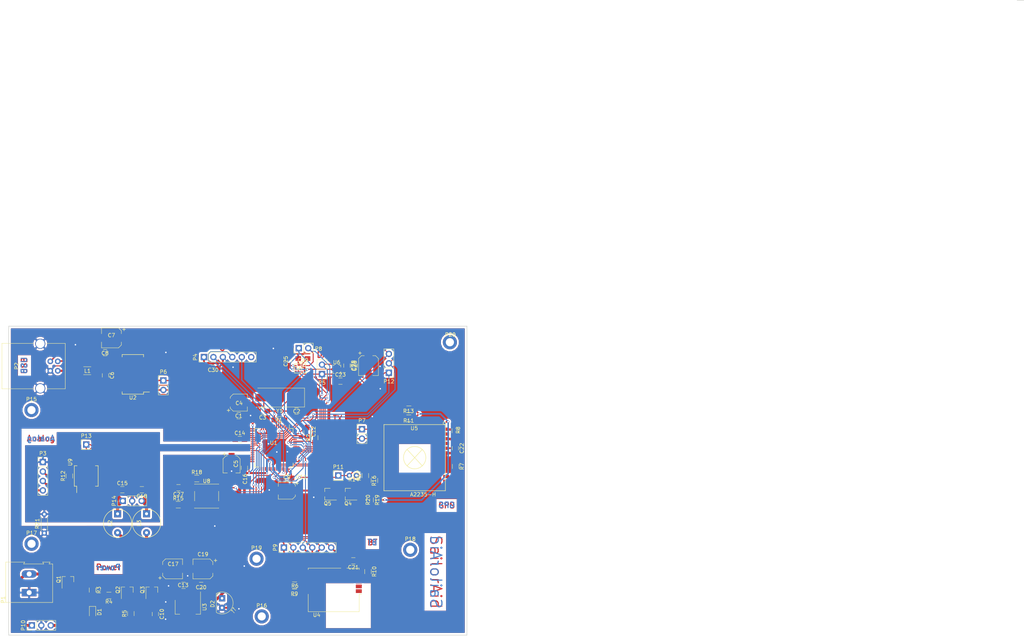
<source format=kicad_pcb>
(kicad_pcb (version 4) (host pcbnew 4.0.4-stable)
  (layers (0 F.Cu signal) (31 B.Cu signal) (34 B.Paste user) (35 F.Paste user) (36 B.SilkS user) (37 F.SilkS user) (38 B.Mask user) (39 F.Mask user) (44 Edge.Cuts user))
  (net 0 "")
  (net 1 GND)
  (net 2 +3V3)
  (net 3 "Net-(C2-Pad1)")
  (net 4 "Net-(C3-Pad1)")
  (net 5 "Net-(C5-Pad1)")
  (net 6 "Net-(C6-Pad1)")
  (net 7 +5VA)
  (net 8 GNDA)
  (net 9 +3.3VADC)
  (net 10 "Net-(D1-Pad1)")
  (net 11 "Net-(L1-Pad1)")
  (net 12 +5V)
  (net 13 "Net-(P2-Pad2)")
  (net 14 "Net-(P2-Pad3)")
  (net 15 /SWCLK)
  (net 16 /SWDIO)
  (net 17 /NRST)
  (net 18 "Net-(Q1-Pad2)")
  (net 19 "Net-(Q2-Pad1)")
  (net 20 "Net-(Q2-Pad2)")
  (net 21 "Net-(Q4-Pad1)")
  (net 22 "Net-(Q4-Pad2)")
  (net 23 "Net-(R2-Pad1)")
  (net 24 /BT_10_PA1)
  (net 25 "Net-(R7-Pad1)")
  (net 26 "Net-(R7-Pad2)")
  (net 27 "Net-(R8-Pad1)")
  (net 28 /BT_11_PA8)
  (net 29 /BT_5_PA0)
  (net 30 /GPS_TX)
  (net 31 "Net-(R12-Pad1)")
  (net 32 "Net-(R12-Pad2)")
  (net 33 /GPS_RX)
  (net 34 /GPS_TOGGLE)
  (net 35 /Load_cell_amp)
  (net 36 /USB_USART_TX)
  (net 37 /USB_USART_RX)
  (net 38 /IMU_I2C_CL)
  (net 39 /IMU_I2C_DA)
  (net 40 "Net-(C23-Pad1)")
  (net 41 "Net-(P3-Pad2)")
  (net 42 "Net-(P3-Pad3)")
  (net 43 /LSM6DSL_INT2)
  (net 44 /LSM6DSL_INT1)
  (net 45 /BT_8_PA6)
  (net 46 /BT_9_PA7)
  (net 47 /BT_7_PB3)
  (net 48 /PC13)
  (net 49 /303C_I_XL)
  (net 50 /303C_I_MAG)
  (net 51 /303C_DRDY)
  (net 52 "Net-(C10-Pad1)")
  (net 53 "Net-(R15-Pad2)")
  (net 54 "Net-(R16-Pad1)")
  (module Housings_QFP:LQFP-64_10x10mm_Pitch0.5mm (layer F.Cu) (at 95.7 120.3 270)
    (fp_text reference U1 (at -1.3 0.05 360) (layer F.SilkS))
    (fp_text value STM32F411RETx)
    (pad 1 smd rect (at -5.7 -3.75 270) (size 1 0.25) (layers F.Cu F.Paste F.Mask) (net 2 +3V3))
    (pad 2 smd rect (at -5.7 -3.25 270) (size 1 0.25) (layers F.Cu F.Paste F.Mask) (net 48 /PC13))
    (pad 3 smd rect (at -5.7 -2.75 270) (size 1 0.25) (layers F.Cu F.Paste F.Mask))
    (pad 4 smd rect (at -5.7 -2.25 270) (size 1 0.25) (layers F.Cu F.Paste F.Mask))
    (pad 5 smd rect (at -5.7 -1.75 270) (size 1 0.25) (layers F.Cu F.Paste F.Mask) (net 3 "Net-(C2-Pad1)"))
    (pad 6 smd rect (at -5.7 -1.25 270) (size 1 0.25) (layers F.Cu F.Paste F.Mask) (net 4 "Net-(C3-Pad1)"))
    (pad 7 smd rect (at -5.7 -0.75 270) (size 1 0.25) (layers F.Cu F.Paste F.Mask) (net 17 /NRST))
    (pad 8 smd rect (at -5.7 -0.25 270) (size 1 0.25) (layers F.Cu F.Paste F.Mask))
    (pad 9 smd rect (at -5.7 0.25 270) (size 1 0.25) (layers F.Cu F.Paste F.Mask))
    (pad 10 smd rect (at -5.7 0.75 270) (size 1 0.25) (layers F.Cu F.Paste F.Mask))
    (pad 11 smd rect (at -5.7 1.25 270) (size 1 0.25) (layers F.Cu F.Paste F.Mask))
    (pad 12 smd rect (at -5.7 1.75 270) (size 1 0.25) (layers F.Cu F.Paste F.Mask) (net 1 GND))
    (pad 13 smd rect (at -5.7 2.25 270) (size 1 0.25) (layers F.Cu F.Paste F.Mask) (net 2 +3V3))
    (pad 14 smd rect (at -5.7 2.75 270) (size 1 0.25) (layers F.Cu F.Paste F.Mask) (net 29 /BT_5_PA0))
    (pad 15 smd rect (at -5.7 3.25 270) (size 1 0.25) (layers F.Cu F.Paste F.Mask) (net 24 /BT_10_PA1))
    (pad 16 smd rect (at -5.7 3.75 270) (size 1 0.25) (layers F.Cu F.Paste F.Mask) (net 36 /USB_USART_TX))
    (pad 17 smd rect (at -3.75 5.7) (size 1 0.25) (layers F.Cu F.Paste F.Mask) (net 37 /USB_USART_RX))
    (pad 18 smd rect (at -3.25 5.7) (size 1 0.25) (layers F.Cu F.Paste F.Mask) (net 1 GND))
    (pad 19 smd rect (at -2.75 5.7) (size 1 0.25) (layers F.Cu F.Paste F.Mask) (net 2 +3V3))
    (pad 20 smd rect (at -2.25 5.7) (size 1 0.25) (layers F.Cu F.Paste F.Mask) (net 49 /303C_I_XL))
    (pad 21 smd rect (at -1.75 5.7) (size 1 0.25) (layers F.Cu F.Paste F.Mask) (net 50 /303C_I_MAG))
    (pad 22 smd rect (at -1.25 5.7) (size 1 0.25) (layers F.Cu F.Paste F.Mask) (net 45 /BT_8_PA6))
    (pad 23 smd rect (at -0.75 5.7) (size 1 0.25) (layers F.Cu F.Paste F.Mask) (net 46 /BT_9_PA7))
    (pad 24 smd rect (at -0.25 5.7) (size 1 0.25) (layers F.Cu F.Paste F.Mask) (net 35 /Load_cell_amp))
    (pad 25 smd rect (at 0.25 5.7) (size 1 0.25) (layers F.Cu F.Paste F.Mask) (net 8 GNDA))
    (pad 26 smd rect (at 0.75 5.7) (size 1 0.25) (layers F.Cu F.Paste F.Mask) (net 51 /303C_DRDY))
    (pad 27 smd rect (at 1.25 5.7) (size 1 0.25) (layers F.Cu F.Paste F.Mask))
    (pad 28 smd rect (at 1.75 5.7) (size 1 0.25) (layers F.Cu F.Paste F.Mask))
    (pad 29 smd rect (at 2.25 5.7) (size 1 0.25) (layers F.Cu F.Paste F.Mask))
    (pad 30 smd rect (at 2.75 5.7) (size 1 0.25) (layers F.Cu F.Paste F.Mask) (net 5 "Net-(C5-Pad1)"))
    (pad 31 smd rect (at 3.25 5.7) (size 1 0.25) (layers F.Cu F.Paste F.Mask) (net 1 GND))
    (pad 32 smd rect (at 3.75 5.7) (size 1 0.25) (layers F.Cu F.Paste F.Mask) (net 2 +3V3))
    (pad 33 smd rect (at 5.7 3.75 270) (size 1 0.25) (layers F.Cu F.Paste F.Mask))
    (pad 34 smd rect (at 5.7 3.25 270) (size 1 0.25) (layers F.Cu F.Paste F.Mask))
    (pad 35 smd rect (at 5.7 2.75 270) (size 1 0.25) (layers F.Cu F.Paste F.Mask))
    (pad 36 smd rect (at 5.7 2.25 270) (size 1 0.25) (layers F.Cu F.Paste F.Mask))
    (pad 37 smd rect (at 5.7 1.75 270) (size 1 0.25) (layers F.Cu F.Paste F.Mask))
    (pad 38 smd rect (at 5.7 1.25 270) (size 1 0.25) (layers F.Cu F.Paste F.Mask))
    (pad 39 smd rect (at 5.7 0.75 270) (size 1 0.25) (layers F.Cu F.Paste F.Mask))
    (pad 40 smd rect (at 5.7 0.25 270) (size 1 0.25) (layers F.Cu F.Paste F.Mask))
    (pad 41 smd rect (at 5.7 -0.25 270) (size 1 0.25) (layers F.Cu F.Paste F.Mask) (net 28 /BT_11_PA8))
    (pad 42 smd rect (at 5.7 -0.75 270) (size 1 0.25) (layers F.Cu F.Paste F.Mask) (net 33 /GPS_RX))
    (pad 43 smd rect (at 5.7 -1.25 270) (size 1 0.25) (layers F.Cu F.Paste F.Mask) (net 30 /GPS_TX))
    (pad 44 smd rect (at 5.7 -1.75 270) (size 1 0.25) (layers F.Cu F.Paste F.Mask) (net 34 /GPS_TOGGLE))
    (pad 45 smd rect (at 5.7 -2.25 270) (size 1 0.25) (layers F.Cu F.Paste F.Mask))
    (pad 46 smd rect (at 5.7 -2.75 270) (size 1 0.25) (layers F.Cu F.Paste F.Mask) (net 16 /SWDIO))
    (pad 47 smd rect (at 5.7 -3.25 270) (size 1 0.25) (layers F.Cu F.Paste F.Mask) (net 1 GND))
    (pad 48 smd rect (at 5.7 -3.75 270) (size 1 0.25) (layers F.Cu F.Paste F.Mask) (net 2 +3V3))
    (pad 49 smd rect (at 3.75 -5.7) (size 1 0.25) (layers F.Cu F.Paste F.Mask) (net 15 /SWCLK))
    (pad 50 smd rect (at 3.25 -5.7) (size 1 0.25) (layers F.Cu F.Paste F.Mask))
    (pad 51 smd rect (at 2.75 -5.7) (size 1 0.25) (layers F.Cu F.Paste F.Mask))
    (pad 52 smd rect (at 2.25 -5.7) (size 1 0.25) (layers F.Cu F.Paste F.Mask))
    (pad 53 smd rect (at 1.75 -5.7) (size 1 0.25) (layers F.Cu F.Paste F.Mask))
    (pad 54 smd rect (at 1.25 -5.7) (size 1 0.25) (layers F.Cu F.Paste F.Mask))
    (pad 55 smd rect (at 0.75 -5.7) (size 1 0.25) (layers F.Cu F.Paste F.Mask) (net 47 /BT_7_PB3))
    (pad 56 smd rect (at 0.25 -5.7) (size 1 0.25) (layers F.Cu F.Paste F.Mask) (net 44 /LSM6DSL_INT1))
    (pad 57 smd rect (at -0.25 -5.7) (size 1 0.25) (layers F.Cu F.Paste F.Mask) (net 43 /LSM6DSL_INT2))
    (pad 58 smd rect (at -0.75 -5.7) (size 1 0.25) (layers F.Cu F.Paste F.Mask))
    (pad 59 smd rect (at -1.25 -5.7) (size 1 0.25) (layers F.Cu F.Paste F.Mask))
    (pad 60 smd rect (at -1.75 -5.7) (size 1 0.25) (layers F.Cu F.Paste F.Mask) (net 23 "Net-(R2-Pad1)"))
    (pad 61 smd rect (at -2.25 -5.7) (size 1 0.25) (layers F.Cu F.Paste F.Mask) (net 38 /IMU_I2C_CL))
    (pad 62 smd rect (at -2.75 -5.7) (size 1 0.25) (layers F.Cu F.Paste F.Mask) (net 39 /IMU_I2C_DA))
    (pad 63 smd rect (at -3.25 -5.7) (size 1 0.25) (layers F.Cu F.Paste F.Mask) (net 1 GND))
    (pad 64 smd rect (at -3.75 -5.7) (size 1 0.25) (layers F.Cu F.Paste F.Mask) (net 2 +3V3))
  )
  (module RF_Modules:ST_SPBTLE (layer F.Cu) (at 111.78 155.67 180)
    (fp_text reference U4 (at 4.55 -9.61 180) (layer F.SilkS))
    (fp_text value SPBTLE-RF)
    (pad 1 smd rect (at -6.75 -3.19 180) (size 1.6 1) (layers F.Cu F.Paste F.Mask))
    (pad 2 smd rect (at -6.75 -1.92 180) (size 1.6 1) (layers F.Cu F.Paste F.Mask))
    (pad 3 smd rect (at -6.75 -0.65 180) (size 1.6 1) (layers F.Cu F.Paste F.Mask))
    (pad 4 smd rect (at -6.75 0.62 180) (size 1.6 1) (layers F.Cu F.Paste F.Mask) (net 29 /BT_5_PA0))
    (pad 5 smd rect (at -6.75 1.89 180) (size 1.6 1) (layers F.Cu F.Paste F.Mask) (net 2 +3V3))
    (pad 7 smd rect (at 6.75 1.89 180) (size 1.6 1) (layers F.Cu F.Paste F.Mask) (net 47 /BT_7_PB3))
    (pad 8 smd rect (at 6.75 0.62 180) (size 1.6 1) (layers F.Cu F.Paste F.Mask) (net 45 /BT_8_PA6))
    (pad 9 smd rect (at 6.75 -0.65 180) (size 1.6 1) (layers F.Cu F.Paste F.Mask) (net 46 /BT_9_PA7))
    (pad 10 smd rect (at 6.75 -1.92 180) (size 1.6 1) (layers F.Cu F.Paste F.Mask) (net 24 /BT_10_PA1))
    (pad 11 smd rect (at 6.75 -3.19 180) (size 1.6 1) (layers F.Cu F.Paste F.Mask) (net 28 /BT_11_PA8))
    (pad 6 smd rect (at -2.75 2.89 270) (size 1.6 1) (layers F.Cu F.Paste F.Mask) (net 1 GND))
  )
  (module FOOTPRINTS:A2235-H_Handsolder (layer F.Cu) (at 125.285 131.865)
    (fp_text reference U5 (at 8.145 -16.795) (layer F.SilkS))
    (fp_text value A2235-H (at 10.5 1) (layer F.SilkS))
    (pad 10 smd rect (at -0.2 -1.27) (size 1.6 0.9) (layers F.Cu F.Paste F.Mask))
    (pad 11 smd rect (at -0.2 -2.54) (size 1.6 0.9) (layers F.Cu F.Paste F.Mask))
    (pad 12 smd rect (at -0.2 -3.81) (size 1.6 0.9) (layers F.Cu F.Paste F.Mask))
    (pad 13 smd rect (at -0.2 -5.08) (size 1.6 0.9) (layers F.Cu F.Paste F.Mask))
    (pad 14 smd rect (at -0.2 -6.35) (size 1.6 0.9) (layers F.Cu F.Paste F.Mask))
    (pad 15 smd rect (at -0.2 -7.62) (size 1.6 0.9) (layers F.Cu F.Paste F.Mask))
    (pad 16 smd rect (at -0.2 -8.89) (size 1.6 0.9) (layers F.Cu F.Paste F.Mask))
    (pad 17 smd rect (at -0.2 -10.16) (size 1.6 0.9) (layers F.Cu F.Paste F.Mask))
    (pad 18 smd rect (at -0.2 -11.43) (size 1.6 0.9) (layers F.Cu F.Paste F.Mask))
    (pad 19 smd rect (at -0.2 -12.7) (size 1.6 0.9) (layers F.Cu F.Paste F.Mask) (net 22 "Net-(Q4-Pad2)"))
    (pad 20 smd rect (at -0.2 -13.97) (size 1.6 0.9) (layers F.Cu F.Paste F.Mask) (net 1 GND))
    (pad 21 smd rect (at -0.2 -15.24) (size 1.6 0.9) (layers F.Cu F.Paste F.Mask) (net 30 /GPS_TX))
    (pad 22 smd rect (at -0.2 -16.51) (size 1.6 0.9) (layers F.Cu F.Paste F.Mask) (net 33 /GPS_RX))
    (pad 9 smd rect (at 16.71 -1.27) (size 1.6 0.9) (layers F.Cu F.Paste F.Mask) (net 1 GND))
    (pad 8 smd rect (at 16.71 -2.54) (size 1.6 0.9) (layers F.Cu F.Paste F.Mask))
    (pad 7 smd rect (at 16.71 -3.81) (size 1.6 0.9) (layers F.Cu F.Paste F.Mask) (net 26 "Net-(R7-Pad2)"))
    (pad 6 smd rect (at 16.71 -10.16) (size 1.6 0.9) (layers F.Cu F.Paste F.Mask) (net 1 GND))
    (pad 5 smd rect (at 16.71 -11.43) (size 1.6 0.9) (layers F.Cu F.Paste F.Mask) (net 25 "Net-(R7-Pad1)"))
    (pad 4 smd rect (at 16.71 -12.7) (size 1.6 0.9) (layers F.Cu F.Paste F.Mask))
    (pad 3 smd rect (at 16.71 -13.97) (size 1.6 0.9) (layers F.Cu F.Paste F.Mask) (net 2 +3V3))
    (pad 2 smd rect (at 16.71 -15.24) (size 1.6 0.9) (layers F.Cu F.Paste F.Mask))
    (pad 1 smd rect (at 16.71 -16.54) (size 1.6 0.9) (layers F.Cu F.Paste F.Mask) (net 27 "Net-(R8-Pad1)"))
    (pad 23 smd rect (at 4.445 -3.175) (size 1.27 1.27) (layers F.Cu F.Paste F.Mask) (net 1 GND))
    (pad 24 smd rect (at 6.985 -3.175) (size 1.27 1.27) (layers F.Cu F.Paste F.Mask) (net 1 GND))
    (pad 25 smd rect (at 9.525 -3.175) (size 1.27 1.27) (layers F.Cu F.Paste F.Mask) (net 1 GND))
    (pad 26 smd rect (at 12.065 -3.175) (size 1.27 1.27) (layers F.Cu F.Paste F.Mask) (net 1 GND))
    (pad 27 smd rect (at 4.445 -14.605) (size 1.27 1.27) (layers F.Cu F.Paste F.Mask) (net 1 GND))
    (pad 28 smd rect (at 6.985 -14.605) (size 1.27 1.27) (layers F.Cu F.Paste F.Mask) (net 1 GND))
    (pad 29 smd rect (at 9.525 -14.605) (size 1.27 1.27) (layers F.Cu F.Paste F.Mask) (net 1 GND))
    (pad 30 smd rect (at 12.065 -14.605) (size 1.27 1.27) (layers F.Cu F.Paste F.Mask) (net 1 GND))
  )
  (module Pin_Headers:Pin_Header_Straight_1x02_Pitch2.54mm (layer F.Cu) (at 119.38 115.316)
    (fp_text reference P7 (at 0 -2.33) (layer F.SilkS))
    (fp_text value CONN_01X02)
    (pad 1 thru_hole rect (at 0 0) (size 1.7 1.7) (drill 1) (layers *.Cu *.Mask) (net 33 /GPS_RX))
    (pad 2 thru_hole oval (at 0 2.54) (size 1.7 1.7) (drill 1) (layers *.Cu *.Mask) (net 30 /GPS_TX))
  )
  (module Capacitors_SMD:C_0805_HandSoldering (layer F.Cu) (at 99.65 96.99 90)
    (fp_text reference C25 (at -0.07 -0.72 90) (layer F.SilkS))
    (fp_text value 100nF)
    (pad 1 smd rect (at -1.25 0 90) (size 1.5 1.25) (layers F.Cu F.Paste F.Mask) (net 2 +3V3))
    (pad 2 smd rect (at 1.25 0 90) (size 1.5 1.25) (layers F.Cu F.Paste F.Mask) (net 1 GND))
  )
  (module Resistors_SMD:R_1206_HandSoldering (layer F.Cu) (at 45.575 99.6)
    (fp_text reference L1 (at 0.05 0.05) (layer F.SilkS))
    (fp_text value L_Core_Ferrite_500mA)
    (pad 1 smd rect (at -2 0) (size 2 1.7) (layers F.Cu F.Paste F.Mask) (net 11 "Net-(L1-Pad1)"))
    (pad 2 smd rect (at 2 0) (size 2 1.7) (layers F.Cu F.Paste F.Mask) (net 6 "Net-(C6-Pad1)"))
  )
  (module Connect:AK300-2 (layer F.Cu) (at 29.972 159.258 90)
    (fp_text reference P1 (at -1.92 -6.99 90) (layer F.SilkS))
    (fp_text value CONN_01X02)
    (pad 1 thru_hole rect (at 0 0 90) (size 1.98 3.96) (drill 1.32) (layers *.Cu F.Paste F.Mask) (net 1 GND))
    (pad 2 thru_hole oval (at 5 0 90) (size 1.98 3.96) (drill 1.32) (layers *.Cu F.Paste F.Mask) (net 12 +5V))
  )
  (module Connect:USB_B (layer F.Cu) (at 37.65 99.62 180)
    (fp_text reference P2 (at 11.05 1.27 270) (layer F.SilkS))
    (fp_text value USB_B)
    (pad 2 thru_hole circle (at 0 2.54 90) (size 1.52 1.52) (drill 0.81) (layers *.Cu *.Mask) (net 13 "Net-(P2-Pad2)"))
    (pad 1 thru_hole circle (at 0 0 90) (size 1.52 1.52) (drill 0.81) (layers *.Cu *.Mask) (net 11 "Net-(L1-Pad1)"))
    (pad 4 thru_hole circle (at 2 0 90) (size 1.52 1.52) (drill 0.81) (layers *.Cu *.Mask) (net 1 GND))
    (pad 3 thru_hole circle (at 2 2.54 90) (size 1.52 1.52) (drill 0.81) (layers *.Cu *.Mask) (net 14 "Net-(P2-Pad3)"))
    (pad 5 thru_hole circle (at 4.7 7.27 90) (size 2.7 2.7) (drill 2.3) (layers *.Cu *.Mask) (net 1 GND))
    (pad 5 thru_hole circle (at 4.7 -4.73 90) (size 2.7 2.7) (drill 2.3) (layers *.Cu *.Mask) (net 1 GND))
  )
  (module Pin_Headers:Pin_Header_Straight_1x06_Pitch2.54mm (layer F.Cu) (at 76.93 95.94 90)
    (fp_text reference P4 (at 0 -2.33 90) (layer F.SilkS))
    (fp_text value CONN_01X06)
    (pad 1 thru_hole rect (at 0 0 90) (size 1.7 1.7) (drill 1) (layers *.Cu *.Mask) (net 2 +3V3))
    (pad 2 thru_hole oval (at 0 2.54 90) (size 1.7 1.7) (drill 1) (layers *.Cu *.Mask) (net 15 /SWCLK))
    (pad 3 thru_hole oval (at 0 5.08 90) (size 1.7 1.7) (drill 1) (layers *.Cu *.Mask) (net 1 GND))
    (pad 4 thru_hole oval (at 0 7.62 90) (size 1.7 1.7) (drill 1) (layers *.Cu *.Mask) (net 16 /SWDIO))
    (pad 5 thru_hole oval (at 0 10.16 90) (size 1.7 1.7) (drill 1) (layers *.Cu *.Mask) (net 17 /NRST))
    (pad 6 thru_hole oval (at 0 12.7 90) (size 1.7 1.7) (drill 1) (layers *.Cu *.Mask))
  )
  (module Mounting_Holes:MountingHole_2.2mm_M2_DIN965_Pad (layer F.Cu) (at 30.59 110.18)
    (fp_text reference P15 (at 0 -2.9) (layer F.SilkS))
    (fp_text value CONN_01X01)
    (pad 1 thru_hole circle (at 0 0) (size 3.8 3.8) (drill 2.2) (layers *.Cu *.Mask))
  )
  (module Mounting_Holes:MountingHole_2.2mm_M2_DIN965_Pad (layer F.Cu) (at 92.45 165.66)
    (fp_text reference P16 (at 0 -2.9) (layer F.SilkS))
    (fp_text value CONN_01X01)
    (pad 1 thru_hole circle (at 0 0) (size 3.8 3.8) (drill 2.2) (layers *.Cu *.Mask))
  )
  (module Mounting_Holes:MountingHole_2.2mm_M2_DIN965_Pad (layer F.Cu) (at 30.61 146.13)
    (fp_text reference P17 (at 0 -2.9) (layer F.SilkS))
    (fp_text value CONN_01X01)
    (pad 1 thru_hole circle (at 0 0) (size 3.8 3.8) (drill 2.2) (layers *.Cu *.Mask))
  )
  (module Mounting_Holes:MountingHole_2.2mm_M2_DIN965_Pad (layer F.Cu) (at 132.35 147.74)
    (fp_text reference P18 (at 0 -2.9) (layer F.SilkS))
    (fp_text value CONN_01X01)
    (pad 1 thru_hole circle (at 0 0) (size 3.8 3.8) (drill 2.2) (layers *.Cu *.Mask))
  )
  (module Mounting_Holes:MountingHole_2.2mm_M2_DIN965_Pad (layer F.Cu) (at 91.05 150.15)
    (fp_text reference P19 (at 0 -2.9) (layer F.SilkS))
    (fp_text value CONN_01X01)
    (pad 1 thru_hole circle (at 0 0) (size 3.8 3.8) (drill 2.2) (layers *.Cu *.Mask))
  )
  (module Mounting_Holes:MountingHole_2.2mm_M2_DIN965_Pad (layer F.Cu) (at 143.002 91.948)
    (fp_text reference P20 (at 0.13 -2.03) (layer F.SilkS))
    (fp_text value CONN_01X01)
    (pad 1 thru_hole circle (at 0 0) (size 3.8 3.8) (drill 2.2) (layers *.Cu *.Mask))
  )
  (module Pin_Headers:Pin_Header_Straight_1x04_Pitch2.54mm (layer F.Cu) (at 33.65 124.16)
    (fp_text reference P3 (at 0 -2.33) (layer F.SilkS))
    (fp_text value CONN_01X04)
    (pad 1 thru_hole rect (at 0 0) (size 1.7 1.7) (drill 1) (layers *.Cu *.Mask) (net 8 GNDA))
    (pad 2 thru_hole oval (at 0 2.54) (size 1.7 1.7) (drill 1) (layers *.Cu *.Mask) (net 41 "Net-(P3-Pad2)"))
    (pad 3 thru_hole oval (at 0 5.08) (size 1.7 1.7) (drill 1) (layers *.Cu *.Mask) (net 42 "Net-(P3-Pad3)"))
    (pad 4 thru_hole oval (at 0 7.62) (size 1.7 1.7) (drill 1) (layers *.Cu *.Mask) (net 7 +5VA))
  )
  (module TO_SOT_Packages_SMD:SOT-23_Handsoldering (layer F.Cu) (at 40.386 155.702 90)
    (fp_text reference Q1 (at 0 -2.5 90) (layer F.SilkS))
    (fp_text value Q_PMOS_GSD)
    (pad 1 smd rect (at -1.5 -0.95 90) (size 1.9 0.8) (layers F.Cu F.Paste F.Mask) (net 1 GND))
    (pad 2 smd rect (at -1.5 0.95 90) (size 1.9 0.8) (layers F.Cu F.Paste F.Mask) (net 18 "Net-(Q1-Pad2)"))
    (pad 3 smd rect (at 1.5 0 90) (size 1.9 0.8) (layers F.Cu F.Paste F.Mask) (net 12 +5V))
  )
  (module TO_SOT_Packages_SMD:SOT-23_Handsoldering (layer F.Cu) (at 56.322 158.52 90)
    (fp_text reference Q2 (at 0 -2.5 90) (layer F.SilkS))
    (fp_text value Q_PNP_BCE)
    (pad 1 smd rect (at -1.5 -0.95 90) (size 1.9 0.8) (layers F.Cu F.Paste F.Mask) (net 19 "Net-(Q2-Pad1)"))
    (pad 2 smd rect (at -1.5 0.95 90) (size 1.9 0.8) (layers F.Cu F.Paste F.Mask) (net 20 "Net-(Q2-Pad2)"))
    (pad 3 smd rect (at 1.5 0 90) (size 1.9 0.8) (layers F.Cu F.Paste F.Mask) (net 18 "Net-(Q1-Pad2)"))
  )
  (module TO_SOT_Packages_SMD:SOT-23_Handsoldering (layer F.Cu) (at 62.926 158.52 90)
    (fp_text reference Q3 (at 0 -2.5 90) (layer F.SilkS))
    (fp_text value Q_PNP_BCE)
    (pad 1 smd rect (at -1.5 -0.95 90) (size 1.9 0.8) (layers F.Cu F.Paste F.Mask) (net 20 "Net-(Q2-Pad2)"))
    (pad 2 smd rect (at -1.5 0.95 90) (size 1.9 0.8) (layers F.Cu F.Paste F.Mask) (net 52 "Net-(C10-Pad1)"))
    (pad 3 smd rect (at 1.5 0 90) (size 1.9 0.8) (layers F.Cu F.Paste F.Mask) (net 18 "Net-(Q1-Pad2)"))
  )
  (module TO_SOT_Packages_SMD:SOT-23_Handsoldering (layer F.Cu) (at 115.65 132.79 180)
    (fp_text reference Q4 (at 0 -2.5 180) (layer F.SilkS))
    (fp_text value N-Channel)
    (pad 1 smd rect (at -1.5 -0.95 180) (size 1.9 0.8) (layers F.Cu F.Paste F.Mask) (net 21 "Net-(Q4-Pad1)"))
    (pad 2 smd rect (at -1.5 0.95 180) (size 1.9 0.8) (layers F.Cu F.Paste F.Mask) (net 22 "Net-(Q4-Pad2)"))
    (pad 3 smd rect (at 1.5 0 180) (size 1.9 0.8) (layers F.Cu F.Paste F.Mask) (net 2 +3V3))
  )
  (module TO_SOT_Packages_SMD:SOT-23_Handsoldering (layer F.Cu) (at 110.15 132.79 180)
    (fp_text reference Q5 (at 0 -2.5 180) (layer F.SilkS))
    (fp_text value P-Channel)
    (pad 1 smd rect (at -1.5 -0.95 180) (size 1.9 0.8) (layers F.Cu F.Paste F.Mask) (net 21 "Net-(Q4-Pad1)"))
    (pad 2 smd rect (at -1.5 0.95 180) (size 1.9 0.8) (layers F.Cu F.Paste F.Mask) (net 22 "Net-(Q4-Pad2)"))
    (pad 3 smd rect (at 1.5 0 180) (size 1.9 0.8) (layers F.Cu F.Paste F.Mask) (net 1 GND))
  )
  (module Resistors_ThroughHole:R_Axial_DIN0204_L3.6mm_D1.6mm_P1.90mm_Vertical (layer F.Cu) (at 117.89 127.76 180)
    (fp_text reference R14 (at 0.74 -1.09 180) (layer F.SilkS))
    (fp_text value 0C)
    (pad 1 thru_hole circle (at 0 0 180) (size 1.4 1.4) (drill 0.7) (layers *.Cu *.Mask) (net 22 "Net-(Q4-Pad2)"))
    (pad 2 thru_hole oval (at 1.9 0 180) (size 1.4 1.4) (drill 0.7) (layers *.Cu *.Mask) (net 34 /GPS_TOGGLE))
  )
  (module Housings_SSOP:SSOP-28_5.3x10.2mm_Pitch0.65mm (layer F.Cu) (at 57.825 100.575 180)
    (fp_text reference U2 (at 0 -6.25 180) (layer F.SilkS))
    (fp_text value FT232RL)
    (pad 1 smd rect (at -3.6 -4.225 180) (size 1.75 0.45) (layers F.Cu F.Paste F.Mask) (net 37 /USB_USART_RX))
    (pad 2 smd rect (at -3.6 -3.575 180) (size 1.75 0.45) (layers F.Cu F.Paste F.Mask))
    (pad 3 smd rect (at -3.6 -2.925 180) (size 1.75 0.45) (layers F.Cu F.Paste F.Mask))
    (pad 4 smd rect (at -3.6 -2.275 180) (size 1.75 0.45) (layers F.Cu F.Paste F.Mask) (net 2 +3V3))
    (pad 5 smd rect (at -3.6 -1.625 180) (size 1.75 0.45) (layers F.Cu F.Paste F.Mask) (net 36 /USB_USART_TX))
    (pad 6 smd rect (at -3.6 -0.975 180) (size 1.75 0.45) (layers F.Cu F.Paste F.Mask))
    (pad 7 smd rect (at -3.6 -0.325 180) (size 1.75 0.45) (layers F.Cu F.Paste F.Mask) (net 1 GND))
    (pad 8 smd rect (at -3.6 0.325 180) (size 1.75 0.45) (layers F.Cu F.Paste F.Mask))
    (pad 9 smd rect (at -3.6 0.975 180) (size 1.75 0.45) (layers F.Cu F.Paste F.Mask))
    (pad 10 smd rect (at -3.6 1.625 180) (size 1.75 0.45) (layers F.Cu F.Paste F.Mask))
    (pad 11 smd rect (at -3.6 2.275 180) (size 1.75 0.45) (layers F.Cu F.Paste F.Mask))
    (pad 12 smd rect (at -3.6 2.925 180) (size 1.75 0.45) (layers F.Cu F.Paste F.Mask))
    (pad 13 smd rect (at -3.6 3.575 180) (size 1.75 0.45) (layers F.Cu F.Paste F.Mask))
    (pad 14 smd rect (at -3.6 4.225 180) (size 1.75 0.45) (layers F.Cu F.Paste F.Mask))
    (pad 15 smd rect (at 3.6 4.225 180) (size 1.75 0.45) (layers F.Cu F.Paste F.Mask) (net 14 "Net-(P2-Pad3)"))
    (pad 16 smd rect (at 3.6 3.575 180) (size 1.75 0.45) (layers F.Cu F.Paste F.Mask) (net 13 "Net-(P2-Pad2)"))
    (pad 17 smd rect (at 3.6 2.925 180) (size 1.75 0.45) (layers F.Cu F.Paste F.Mask))
    (pad 18 smd rect (at 3.6 2.275 180) (size 1.75 0.45) (layers F.Cu F.Paste F.Mask) (net 1 GND))
    (pad 19 smd rect (at 3.6 1.625 180) (size 1.75 0.45) (layers F.Cu F.Paste F.Mask))
    (pad 20 smd rect (at 3.6 0.975 180) (size 1.75 0.45) (layers F.Cu F.Paste F.Mask) (net 6 "Net-(C6-Pad1)"))
    (pad 21 smd rect (at 3.6 0.325 180) (size 1.75 0.45) (layers F.Cu F.Paste F.Mask) (net 1 GND))
    (pad 22 smd rect (at 3.6 -0.325 180) (size 1.75 0.45) (layers F.Cu F.Paste F.Mask))
    (pad 23 smd rect (at 3.6 -0.975 180) (size 1.75 0.45) (layers F.Cu F.Paste F.Mask))
    (pad 24 smd rect (at 3.6 -1.625 180) (size 1.75 0.45) (layers F.Cu F.Paste F.Mask))
    (pad 25 smd rect (at 3.6 -2.275 180) (size 1.75 0.45) (layers F.Cu F.Paste F.Mask) (net 1 GND))
    (pad 26 smd rect (at 3.6 -2.925 180) (size 1.75 0.45) (layers F.Cu F.Paste F.Mask) (net 1 GND))
    (pad 27 smd rect (at 3.6 -3.575 180) (size 1.75 0.45) (layers F.Cu F.Paste F.Mask))
    (pad 28 smd rect (at 3.6 -4.225 180) (size 1.75 0.45) (layers F.Cu F.Paste F.Mask))
  )
  (module TO_SOT_Packages_SMD:SOT-223 (layer F.Cu) (at 72.593 163.145 270)
    (fp_text reference U3 (at 0 -4.5 270) (layer F.SilkS))
    (fp_text value LM1117ADJ)
    (pad 4 smd rect (at 3.15 0 270) (size 2 3.8) (layers F.Cu F.Paste F.Mask) (net 2 +3V3))
    (pad 2 smd rect (at -3.15 0 270) (size 2 1.5) (layers F.Cu F.Paste F.Mask) (net 2 +3V3))
    (pad 3 smd rect (at -3.15 2.3 270) (size 2 1.5) (layers F.Cu F.Paste F.Mask) (net 52 "Net-(C10-Pad1)"))
    (pad 1 smd rect (at -3.15 -2.3 270) (size 2 1.5) (layers F.Cu F.Paste F.Mask) (net 1 GND))
  )
  (module Housings_LGA:LGA-12_2x2mm_Pitch0.5mm (layer F.Cu) (at 112.6 99.22)
    (fp_text reference U6 (at 0 -1.85) (layer F.SilkS))
    (fp_text value LSM303AGR)
    (pad 2 smd rect (at -0.7625 -0.25) (size 0.375 0.35) (layers F.Cu F.Paste F.Mask) (net 2 +3V3))
    (pad 3 smd rect (at -0.7625 0.25) (size 0.375 0.35) (layers F.Cu F.Paste F.Mask) (net 2 +3V3))
    (pad 9 smd rect (at 0.7625 -0.25) (size 0.375 0.35) (layers F.Cu F.Paste F.Mask) (net 2 +3V3))
    (pad 8 smd rect (at 0.7625 0.25) (size 0.375 0.35) (layers F.Cu F.Paste F.Mask) (net 1 GND))
    (pad 4 smd rect (at -0.7625 0.75) (size 0.375 0.35) (layers F.Cu F.Paste F.Mask) (net 39 /IMU_I2C_DA))
    (pad 7 smd rect (at 0.7625 0.75) (size 0.375 0.35) (layers F.Cu F.Paste F.Mask) (net 50 /303C_I_MAG))
    (pad 1 smd rect (at -0.7625 -0.75) (size 0.375 0.35) (layers F.Cu F.Paste F.Mask) (net 38 /IMU_I2C_CL))
    (pad 10 smd rect (at 0.7625 -0.75) (size 0.375 0.35) (layers F.Cu F.Paste F.Mask) (net 2 +3V3))
    (pad 5 smd rect (at -0.25 0.7625 90) (size 0.375 0.35) (layers F.Cu F.Paste F.Mask) (net 40 "Net-(C23-Pad1)"))
    (pad 6 smd rect (at 0.25 0.7625 90) (size 0.375 0.35) (layers F.Cu F.Paste F.Mask) (net 1 GND))
    (pad 11 smd rect (at 0.25 -0.7625 90) (size 0.375 0.35) (layers F.Cu F.Paste F.Mask) (net 51 /303C_DRDY))
    (pad 12 smd rect (at -0.25 -0.7625 90) (size 0.375 0.35) (layers F.Cu F.Paste F.Mask) (net 49 /303C_I_XL))
  )
  (module FOOTPRINTS:LGA-14 (layer F.Cu) (at 103.92 99.725 180)
    (fp_text reference U7 (at 1.21 0.835 180) (layer F.SilkS))
    (fp_text value LSM6DSL)
    (pad 1 smd rect (at 0 0 180) (size 0.475 0.25) (layers F.Cu F.Paste) (net 2 +3V3))
    (pad 2 smd rect (at 0 0.5 180) (size 0.475 0.25) (layers F.Cu F.Paste) (net 2 +3V3))
    (pad 3 smd rect (at 0 1 180) (size 0.475 0.25) (layers F.Cu F.Paste) (net 2 +3V3))
    (pad 4 smd rect (at 0 1.5 180) (size 0.475 0.25) (layers F.Cu F.Paste) (net 44 /LSM6DSL_INT1))
    (pad 9 smd rect (at 2.325 1 180) (size 0.475 0.25) (layers F.Cu F.Paste) (net 43 /LSM6DSL_INT2))
    (pad 11 smd rect (at 2.325 0 180) (size 0.475 0.25) (layers F.Cu F.Paste))
    (pad 10 smd rect (at 2.325 0.5 180) (size 0.475 0.25) (layers F.Cu F.Paste))
    (pad 8 smd rect (at 2.325 1.5 180) (size 0.475 0.25) (layers F.Cu F.Paste) (net 2 +3V3))
    (pad 14 smd rect (at 0.66 -0.165 270) (size 0.475 0.25) (layers F.Cu F.Paste) (net 39 /IMU_I2C_DA))
    (pad 13 smd rect (at 1.16 -0.165 270) (size 0.475 0.25) (layers F.Cu F.Paste) (net 38 /IMU_I2C_CL))
    (pad 12 smd rect (at 1.66 -0.165 270) (size 0.475 0.25) (layers F.Cu F.Paste) (net 2 +3V3))
    (pad 7 smd rect (at 1.66 1.655 270) (size 0.475 0.25) (layers F.Cu F.Paste) (net 1 GND))
    (pad 6 smd rect (at 1.16 1.655 270) (size 0.475 0.25) (layers F.Cu F.Paste) (net 1 GND))
    (pad 5 smd rect (at 0.66 1.655 270) (size 0.475 0.25) (layers F.Cu F.Paste) (net 2 +3V3))
  )
  (module Housings_SOIC:SO-8_5.3x6.2mm_Pitch1.27mm (layer F.Cu) (at 45.3 127.9 90)
    (fp_text reference U9 (at 3.7 -4.3 90) (layer F.SilkS))
    (fp_text value INA128)
    (pad 1 smd rect (at -3.7 -1.905 90) (size 1.75 0.55) (layers F.Cu F.Paste F.Mask) (net 31 "Net-(R12-Pad1)"))
    (pad 2 smd rect (at -3.7 -0.635 90) (size 1.75 0.55) (layers F.Cu F.Paste F.Mask) (net 41 "Net-(P3-Pad2)"))
    (pad 3 smd rect (at -3.7 0.635 90) (size 1.75 0.55) (layers F.Cu F.Paste F.Mask) (net 42 "Net-(P3-Pad3)"))
    (pad 4 smd rect (at -3.7 1.905 90) (size 1.75 0.55) (layers F.Cu F.Paste F.Mask) (net 8 GNDA))
    (pad 5 smd rect (at 3.7 1.905 90) (size 1.75 0.55) (layers F.Cu F.Paste F.Mask) (net 8 GNDA))
    (pad 6 smd rect (at 3.7 0.635 90) (size 1.75 0.55) (layers F.Cu F.Paste F.Mask) (net 35 /Load_cell_amp))
    (pad 7 smd rect (at 3.7 -0.635 90) (size 1.75 0.55) (layers F.Cu F.Paste F.Mask) (net 7 +5VA))
    (pad 8 smd rect (at 3.7 -1.905 90) (size 1.75 0.55) (layers F.Cu F.Paste F.Mask) (net 32 "Net-(R12-Pad2)"))
  )
  (module Crystals:Crystal_SMD_HC49-SD (layer F.Cu) (at 97.25 106.825 180)
    (fp_text reference Y1 (at 0 -3.55 180) (layer F.SilkS))
    (fp_text value 8MHz)
    (pad 1 smd rect (at -4.25 0 180) (size 4.5 2) (layers F.Cu F.Paste F.Mask) (net 3 "Net-(C2-Pad1)"))
    (pad 2 smd rect (at 4.25 0 180) (size 4.5 2) (layers F.Cu F.Paste F.Mask) (net 4 "Net-(C3-Pad1)"))
  )
  (module Capacitors_SMD:C_0805_HandSoldering (layer F.Cu) (at 86.275 111.675 180)
    (fp_text reference C1 (at 0 -0.075 180) (layer F.SilkS))
    (fp_text value 1u)
    (pad 1 smd rect (at -1.25 0 180) (size 1.5 1.25) (layers F.Cu F.Paste F.Mask) (net 1 GND))
    (pad 2 smd rect (at 1.25 0 180) (size 1.5 1.25) (layers F.Cu F.Paste F.Mask) (net 2 +3V3))
  )
  (module Capacitors_SMD:C_0805_HandSoldering (layer F.Cu) (at 101.8 110.45)
    (fp_text reference C2 (at 0.025 0.075) (layer F.SilkS))
    (fp_text value 18p)
    (pad 1 smd rect (at -1.25 0) (size 1.5 1.25) (layers F.Cu F.Paste F.Mask) (net 3 "Net-(C2-Pad1)"))
    (pad 2 smd rect (at 1.25 0) (size 1.5 1.25) (layers F.Cu F.Paste F.Mask) (net 1 GND))
  )
  (module Capacitors_SMD:C_0805_HandSoldering (layer F.Cu) (at 92.7 110.45 180)
    (fp_text reference C3 (at 0 -1.75 180) (layer F.SilkS))
    (fp_text value 18p)
    (pad 1 smd rect (at -1.25 0 180) (size 1.5 1.25) (layers F.Cu F.Paste F.Mask) (net 4 "Net-(C3-Pad1)"))
    (pad 2 smd rect (at 1.25 0 180) (size 1.5 1.25) (layers F.Cu F.Paste F.Mask) (net 1 GND))
  )
  (module Capacitors_SMD:CP_Elec_4x5.3 (layer F.Cu) (at 86.3 108.175)
    (fp_text reference C4 (at 0.075 0.15) (layer F.SilkS))
    (fp_text value 4.7u)
    (fp_text user + (at -2.77 2.01) (layer F.SilkS))
    (pad 1 smd rect (at -1.8 0 180) (size 2.6 1.6) (layers F.Cu F.Paste F.Mask) (net 2 +3V3))
    (pad 2 smd rect (at 1.8 0 180) (size 2.6 1.6) (layers F.Cu F.Paste F.Mask) (net 1 GND))
  )
  (module Capacitors_SMD:CP_Elec_4x5.3 (layer F.Cu) (at 84.35 124.8 270)
    (fp_text reference C5 (at -0.175 -1.175 270) (layer F.SilkS))
    (fp_text value 4.7u)
    (fp_text user + (at -2.77 2.01 270) (layer F.SilkS))
    (pad 1 smd rect (at -1.8 0 90) (size 2.6 1.6) (layers F.Cu F.Paste F.Mask) (net 5 "Net-(C5-Pad1)"))
    (pad 2 smd rect (at 1.8 0 90) (size 2.6 1.6) (layers F.Cu F.Paste F.Mask) (net 1 GND))
  )
  (module Capacitors_SMD:C_0805_HandSoldering (layer F.Cu) (at 50.475 100.85 270)
    (fp_text reference C6 (at 0 -1.75 270) (layer F.SilkS))
    (fp_text value 100n)
    (pad 1 smd rect (at -1.25 0 270) (size 1.5 1.25) (layers F.Cu F.Paste F.Mask) (net 6 "Net-(C6-Pad1)"))
    (pad 2 smd rect (at 1.25 0 270) (size 1.5 1.25) (layers F.Cu F.Paste F.Mask) (net 1 GND))
  )
  (module Capacitors_SMD:CP_Elec_5x5.3 (layer F.Cu) (at 52.075 90.75 180)
    (fp_text reference C7 (at 0.005 0.67 180) (layer F.SilkS))
    (fp_text value 10u)
    (fp_text user + (at -3.38 2.34 180) (layer F.SilkS))
    (pad 1 smd rect (at -2.2 0) (size 3 1.6) (layers F.Cu F.Paste F.Mask) (net 6 "Net-(C6-Pad1)"))
    (pad 2 smd rect (at 2.2 0) (size 3 1.6) (layers F.Cu F.Paste F.Mask) (net 1 GND))
  )
  (module Capacitors_SMD:C_0805_HandSoldering (layer F.Cu) (at 50.375 94.725 180)
    (fp_text reference C8 (at 0.025 -0.15 180) (layer F.SilkS))
    (fp_text value 100n)
    (pad 1 smd rect (at -1.25 0 180) (size 1.5 1.25) (layers F.Cu F.Paste F.Mask) (net 6 "Net-(C6-Pad1)"))
    (pad 2 smd rect (at 1.25 0 180) (size 1.5 1.25) (layers F.Cu F.Paste F.Mask) (net 1 GND))
  )
  (module Capacitors_SMD:CP_Elec_4x5.3 (layer F.Cu) (at 99.2 131.825 180)
    (fp_text reference C9 (at 0 3.54 180) (layer F.SilkS))
    (fp_text value 4.7u)
    (fp_text user + (at -2.77 2.01 180) (layer F.SilkS))
    (pad 1 smd rect (at -1.8 0) (size 2.6 1.6) (layers F.Cu F.Paste F.Mask) (net 2 +3V3))
    (pad 2 smd rect (at 1.8 0) (size 2.6 1.6) (layers F.Cu F.Paste F.Mask) (net 1 GND))
  )
  (module Capacitors_SMD:C_0805_HandSoldering (layer F.Cu) (at 99.2 128.425)
    (fp_text reference C11 (at 3.9 -0.275) (layer F.SilkS))
    (fp_text value 100n)
    (pad 1 smd rect (at -1.25 0) (size 1.5 1.25) (layers F.Cu F.Paste F.Mask) (net 1 GND))
    (pad 2 smd rect (at 1.25 0) (size 1.5 1.25) (layers F.Cu F.Paste F.Mask) (net 2 +3V3))
  )
  (module Capacitors_SMD:C_0805_HandSoldering (layer F.Cu) (at 63.875 165.025 270)
    (fp_text reference C10 (at 0 -1.75 270) (layer F.SilkS))
    (fp_text value 100n)
    (pad 1 smd rect (at -1.25 0 270) (size 1.5 1.25) (layers F.Cu F.Paste F.Mask) (net 52 "Net-(C10-Pad1)"))
    (pad 2 smd rect (at 1.25 0 270) (size 1.5 1.25) (layers F.Cu F.Paste F.Mask) (net 1 GND))
  )
  (module Capacitors_SMD:C_0805_HandSoldering (layer F.Cu) (at 104.648 116.098 90)
    (fp_text reference C12 (at 0.125 1.725 90) (layer F.SilkS))
    (fp_text value 100n)
    (pad 1 smd rect (at -1.25 0 90) (size 1.5 1.25) (layers F.Cu F.Paste F.Mask) (net 1 GND))
    (pad 2 smd rect (at 1.25 0 90) (size 1.5 1.25) (layers F.Cu F.Paste F.Mask) (net 2 +3V3))
  )
  (module Capacitors_SMD:C_0805_HandSoldering (layer F.Cu) (at 71.44 157.31)
    (fp_text reference C13 (at -0.11 -0.05) (layer F.SilkS))
    (fp_text value 100n)
    (pad 1 smd rect (at -1.25 0) (size 1.5 1.25) (layers F.Cu F.Paste F.Mask) (net 52 "Net-(C10-Pad1)"))
    (pad 2 smd rect (at 1.25 0) (size 1.5 1.25) (layers F.Cu F.Paste F.Mask) (net 1 GND))
  )
  (module Capacitors_SMD:C_0805_HandSoldering (layer F.Cu) (at 86.575 118.11)
    (fp_text reference C14 (at 0 -1.75) (layer F.SilkS))
    (fp_text value 100n)
    (pad 1 smd rect (at -1.25 0) (size 1.5 1.25) (layers F.Cu F.Paste F.Mask) (net 1 GND))
    (pad 2 smd rect (at 1.25 0) (size 1.5 1.25) (layers F.Cu F.Paste F.Mask) (net 2 +3V3))
  )
  (module Capacitors_SMD:C_0805_HandSoldering (layer F.Cu) (at 87.8 125.7 270)
    (fp_text reference C16 (at 3 -0.175 270) (layer F.SilkS))
    (fp_text value 100n)
    (pad 1 smd rect (at -1.25 0 270) (size 1.5 1.25) (layers F.Cu F.Paste F.Mask) (net 1 GND))
    (pad 2 smd rect (at 1.25 0 270) (size 1.5 1.25) (layers F.Cu F.Paste F.Mask) (net 2 +3V3))
  )
  (module Capacitors_SMD:C_0805_HandSoldering (layer F.Cu) (at 55 131.6)
    (fp_text reference C15 (at 0 -1.75) (layer F.SilkS))
    (fp_text value 100n)
    (pad 1 smd rect (at -1.25 0) (size 1.5 1.25) (layers F.Cu F.Paste F.Mask) (net 7 +5VA))
    (pad 2 smd rect (at 1.25 0) (size 1.5 1.25) (layers F.Cu F.Paste F.Mask) (net 8 GNDA))
  )
  (module Capacitors_SMD:CP_Elec_5x5.3 (layer F.Cu) (at 68.5 152.9)
    (fp_text reference C17 (at 0.14 -1.32) (layer F.SilkS))
    (fp_text value 10u)
    (fp_text user + (at -3.38 2.34) (layer F.SilkS))
    (pad 1 smd rect (at -2.2 0 180) (size 3 1.6) (layers F.Cu F.Paste F.Mask) (net 52 "Net-(C10-Pad1)"))
    (pad 2 smd rect (at 2.2 0 180) (size 3 1.6) (layers F.Cu F.Paste F.Mask) (net 1 GND))
  )
  (module Capacitors_SMD:C_0805_HandSoldering (layer F.Cu) (at 60.25 131.6 180)
    (fp_text reference C18 (at 0 -1.75 180) (layer F.SilkS))
    (fp_text value 100n)
    (pad 1 smd rect (at -1.25 0 180) (size 1.5 1.25) (layers F.Cu F.Paste F.Mask) (net 9 +3.3VADC))
    (pad 2 smd rect (at 1.25 0 180) (size 1.5 1.25) (layers F.Cu F.Paste F.Mask) (net 8 GNDA))
  )
  (module Capacitors_SMD:CP_Elec_5x5.3 (layer F.Cu) (at 76.65 152.875 180)
    (fp_text reference C19 (at 0 3.92 180) (layer F.SilkS))
    (fp_text value 10u)
    (fp_text user + (at -3.38 2.34 180) (layer F.SilkS))
    (pad 1 smd rect (at -2.2 0) (size 3 1.6) (layers F.Cu F.Paste F.Mask) (net 2 +3V3))
    (pad 2 smd rect (at 2.2 0) (size 3 1.6) (layers F.Cu F.Paste F.Mask) (net 1 GND))
  )
  (module Capacitors_SMD:C_0805_HandSoldering (layer F.Cu) (at 76.18 157.32 180)
    (fp_text reference C20 (at 0.02 -0.52 180) (layer F.SilkS))
    (fp_text value 100n)
    (pad 1 smd rect (at -1.25 0 180) (size 1.5 1.25) (layers F.Cu F.Paste F.Mask) (net 2 +3V3))
    (pad 2 smd rect (at 1.25 0 180) (size 1.5 1.25) (layers F.Cu F.Paste F.Mask) (net 1 GND))
  )
  (module Capacitors_SMD:C_0805_HandSoldering (layer F.Cu) (at 117.06 150.71 180)
    (fp_text reference C21 (at 0 -1.75 180) (layer F.SilkS))
    (fp_text value 1uF)
    (pad 1 smd rect (at -1.25 0 180) (size 1.5 1.25) (layers F.Cu F.Paste F.Mask) (net 2 +3V3))
    (pad 2 smd rect (at 1.25 0 180) (size 1.5 1.25) (layers F.Cu F.Paste F.Mask) (net 1 GND))
  )
  (module Capacitors_SMD:C_0805_HandSoldering (layer F.Cu) (at 144.47 120.44 270)
    (fp_text reference C22 (at 0 -1.75 270) (layer F.SilkS))
    (fp_text value 100n)
    (pad 1 smd rect (at -1.25 0 270) (size 1.5 1.25) (layers F.Cu F.Paste F.Mask) (net 2 +3V3))
    (pad 2 smd rect (at 1.25 0 270) (size 1.5 1.25) (layers F.Cu F.Paste F.Mask) (net 1 GND))
  )
  (module Capacitors_SMD:C_0805_HandSoldering (layer F.Cu) (at 113.59 102.4)
    (fp_text reference C23 (at 0 -1.75) (layer F.SilkS))
    (fp_text value 220nF)
    (pad 1 smd rect (at -1.25 0) (size 1.5 1.25) (layers F.Cu F.Paste F.Mask) (net 40 "Net-(C23-Pad1)"))
    (pad 2 smd rect (at 1.25 0) (size 1.5 1.25) (layers F.Cu F.Paste F.Mask) (net 1 GND))
  )
  (module Capacitors_SMD:CP_Elec_5x5.3 (layer F.Cu) (at 121.11 98.23 270)
    (fp_text reference C24 (at 0 3.92 270) (layer F.SilkS))
    (fp_text value 10uF)
    (fp_text user + (at -3.38 2.34 270) (layer F.SilkS))
    (pad 1 smd rect (at -2.2 0 90) (size 3 1.6) (layers F.Cu F.Paste F.Mask) (net 2 +3V3))
    (pad 2 smd rect (at 2.2 0 90) (size 3 1.6) (layers F.Cu F.Paste F.Mask) (net 1 GND))
  )
  (module Capacitors_SMD:C_0805_HandSoldering (layer F.Cu) (at 117.29 98.22 270)
    (fp_text reference C26 (at 0.06 -0.17 270) (layer F.SilkS))
    (fp_text value 100nF)
    (pad 1 smd rect (at -1.25 0 270) (size 1.5 1.25) (layers F.Cu F.Paste F.Mask) (net 2 +3V3))
    (pad 2 smd rect (at 1.25 0 270) (size 1.5 1.25) (layers F.Cu F.Paste F.Mask) (net 1 GND))
  )
  (module Capacitors_SMD:C_0805_HandSoldering (layer F.Cu) (at 115.34 98.22 270)
    (fp_text reference C28 (at 0 -1.75 270) (layer F.SilkS))
    (fp_text value 100nF)
    (pad 1 smd rect (at -1.25 0 270) (size 1.5 1.25) (layers F.Cu F.Paste F.Mask) (net 2 +3V3))
    (pad 2 smd rect (at 1.25 0 270) (size 1.5 1.25) (layers F.Cu F.Paste F.Mask) (net 1 GND))
  )
  (module Capacitors_SMD:C_0805_HandSoldering (layer F.Cu) (at 103.51 96.33 180)
    (fp_text reference C29 (at -0.02 -0.47 180) (layer F.SilkS))
    (fp_text value 100nF)
    (pad 1 smd rect (at -1.25 0 180) (size 1.5 1.25) (layers F.Cu F.Paste F.Mask) (net 2 +3V3))
    (pad 2 smd rect (at 1.25 0 180) (size 1.5 1.25) (layers F.Cu F.Paste F.Mask) (net 1 GND))
  )
  (module Capacitors_SMD:C_0805_HandSoldering (layer F.Cu) (at 79.375 98.965 180)
    (fp_text reference C30 (at -0.025 -0.425 180) (layer F.SilkS))
    (fp_text value 100n)
    (pad 1 smd rect (at -1.25 0 180) (size 1.5 1.25) (layers F.Cu F.Paste F.Mask) (net 1 GND))
    (pad 2 smd rect (at 1.25 0 180) (size 1.5 1.25) (layers F.Cu F.Paste F.Mask) (net 2 +3V3))
  )
  (module Diodes_SMD:D_SOD-323 (layer F.Cu) (at 47 164.475 270)
    (fp_text reference D1 (at 0 -1.85 270) (layer F.SilkS))
    (fp_text value D_Zener)
    (pad 1 smd rect (at -1.05 0 270) (size 0.6 0.45) (layers F.Cu F.Paste F.Mask) (net 10 "Net-(D1-Pad1)"))
    (pad 2 smd rect (at 1.05 0 270) (size 0.6 0.45) (layers F.Cu F.Paste F.Mask) (net 1 GND))
  )
  (module Inductors:INDUCTOR_V (layer F.Cu) (at 53.725 140.61 270)
    (fp_text reference L2 (at 0 1.99898 270) (layer F.SilkS))
    (fp_text value 330uH)
    (pad 1 thru_hole rect (at -2.54 0 270) (size 1.905 1.905) (drill 0.8128) (layers *.Cu *.Mask) (net 7 +5VA))
    (pad 2 thru_hole circle (at 2.54 0 270) (size 1.905 1.905) (drill 0.8128) (layers *.Cu *.Mask) (net 52 "Net-(C10-Pad1)"))
  )
  (module Inductors:INDUCTOR_V (layer F.Cu) (at 61.5 140.6 270)
    (fp_text reference L3 (at 0 1.99898 270) (layer F.SilkS))
    (fp_text value 330uH)
    (pad 1 thru_hole rect (at -2.54 0 270) (size 1.905 1.905) (drill 0.8128) (layers *.Cu *.Mask) (net 9 +3.3VADC))
    (pad 2 thru_hole circle (at 2.54 0 270) (size 1.905 1.905) (drill 0.8128) (layers *.Cu *.Mask) (net 2 +3V3))
  )
  (module Pin_Headers:Pin_Header_Straight_1x02_Pitch2.54mm (layer F.Cu) (at 108.64 100.51 180)
    (fp_text reference P5 (at 0 -2.33 180) (layer F.SilkS))
    (fp_text value CONN_01X02)
    (pad 1 thru_hole rect (at 0 0 180) (size 1.7 1.7) (drill 1) (layers *.Cu *.Mask) (net 39 /IMU_I2C_DA))
    (pad 2 thru_hole oval (at 0 2.54 180) (size 1.7 1.7) (drill 1) (layers *.Cu *.Mask) (net 38 /IMU_I2C_CL))
  )
  (module Pin_Headers:Pin_Header_Straight_1x02_Pitch2.54mm (layer F.Cu) (at 66.025 102.235)
    (fp_text reference P6 (at 0 -2.33) (layer F.SilkS))
    (fp_text value CONN_01X02)
    (pad 1 thru_hole rect (at 0 0) (size 1.7 1.7) (drill 1) (layers *.Cu *.Mask) (net 36 /USB_USART_TX))
    (pad 2 thru_hole oval (at 0 2.54) (size 1.7 1.7) (drill 1) (layers *.Cu *.Mask) (net 37 /USB_USART_RX))
  )
  (module Pin_Headers:Pin_Header_Straight_1x02_Pitch2.54mm (layer F.Cu) (at 102.41 93.54 90)
    (fp_text reference P8 (at -0.16 5.3 360) (layer F.SilkS))
    (fp_text value CONN_01X02)
    (pad 1 thru_hole rect (at 0 0 90) (size 1.7 1.7) (drill 1) (layers *.Cu *.Mask) (net 43 /LSM6DSL_INT2))
    (pad 2 thru_hole oval (at 0 2.54 90) (size 1.7 1.7) (drill 1) (layers *.Cu *.Mask) (net 44 /LSM6DSL_INT1))
  )
  (module Pin_Headers:Pin_Header_Straight_1x06_Pitch2.54mm (layer F.Cu) (at 98.41 147.15 90)
    (fp_text reference P9 (at 0 -2.33 90) (layer F.SilkS))
    (fp_text value CONN_01X06)
    (pad 1 thru_hole rect (at 0 0 90) (size 1.7 1.7) (drill 1) (layers *.Cu *.Mask) (net 28 /BT_11_PA8))
    (pad 2 thru_hole oval (at 0 2.54 90) (size 1.7 1.7) (drill 1) (layers *.Cu *.Mask) (net 45 /BT_8_PA6))
    (pad 3 thru_hole oval (at 0 5.08 90) (size 1.7 1.7) (drill 1) (layers *.Cu *.Mask) (net 47 /BT_7_PB3))
    (pad 4 thru_hole oval (at 0 7.62 90) (size 1.7 1.7) (drill 1) (layers *.Cu *.Mask) (net 46 /BT_9_PA7))
    (pad 5 thru_hole oval (at 0 10.16 90) (size 1.7 1.7) (drill 1) (layers *.Cu *.Mask) (net 24 /BT_10_PA1))
    (pad 6 thru_hole oval (at 0 12.7 90) (size 1.7 1.7) (drill 1) (layers *.Cu *.Mask) (net 29 /BT_5_PA0))
  )
  (module Pin_Headers:Pin_Header_Straight_1x03_Pitch2.54mm (layer F.Cu) (at 30.695 168.075 90)
    (fp_text reference P10 (at 0 -2.33 90) (layer F.SilkS))
    (fp_text value CONN_01X03)
    (pad 1 thru_hole rect (at 0 0 90) (size 1.7 1.7) (drill 1) (layers *.Cu *.Mask) (net 12 +5V))
    (pad 2 thru_hole oval (at 0 2.54 90) (size 1.7 1.7) (drill 1) (layers *.Cu *.Mask) (net 1 GND))
    (pad 3 thru_hole oval (at 0 5.08 90) (size 1.7 1.7) (drill 1) (layers *.Cu *.Mask) (net 2 +3V3))
  )
  (module Pin_Headers:Pin_Header_Straight_1x01_Pitch2.54mm (layer F.Cu) (at 113.03 127.78)
    (fp_text reference P11 (at 0 -2.33) (layer F.SilkS))
    (fp_text value CONN_01X01)
    (pad 1 thru_hole rect (at 0 0) (size 1.7 1.7) (drill 1) (layers *.Cu *.Mask) (net 34 /GPS_TOGGLE))
  )
  (module Pin_Headers:Pin_Header_Straight_1x03_Pitch2.54mm (layer F.Cu) (at 126.61 100.15 180)
    (fp_text reference P12 (at 0 -2.33 180) (layer F.SilkS))
    (fp_text value CONN_01X03)
    (pad 1 thru_hole rect (at 0 0 180) (size 1.7 1.7) (drill 1) (layers *.Cu *.Mask) (net 50 /303C_I_MAG))
    (pad 2 thru_hole oval (at 0 2.54 180) (size 1.7 1.7) (drill 1) (layers *.Cu *.Mask) (net 49 /303C_I_XL))
    (pad 3 thru_hole oval (at 0 5.08 180) (size 1.7 1.7) (drill 1) (layers *.Cu *.Mask) (net 51 /303C_DRDY))
  )
  (module Pin_Headers:Pin_Header_Straight_1x01_Pitch2.54mm (layer F.Cu) (at 45.3 119.45)
    (fp_text reference P13 (at 0 -2.33) (layer F.SilkS))
    (fp_text value CONN_01X01)
    (pad 1 thru_hole rect (at 0 0) (size 1.7 1.7) (drill 1) (layers *.Cu *.Mask) (net 35 /Load_cell_amp))
  )
  (module Pin_Headers:Pin_Header_Straight_1x03_Pitch2.54mm (layer F.Cu) (at 55.11 134.6 90)
    (fp_text reference P14 (at 0 -2.33 90) (layer F.SilkS))
    (fp_text value CONN_01X03)
    (pad 1 thru_hole rect (at 0 0 90) (size 1.7 1.7) (drill 1) (layers *.Cu *.Mask) (net 7 +5VA))
    (pad 2 thru_hole oval (at 0 2.54 90) (size 1.7 1.7) (drill 1) (layers *.Cu *.Mask) (net 8 GNDA))
    (pad 3 thru_hole oval (at 0 5.08 90) (size 1.7 1.7) (drill 1) (layers *.Cu *.Mask) (net 9 +3.3VADC))
  )
  (module Resistors_SMD:R_0805_HandSoldering (layer F.Cu) (at 97.2 112.825)
    (fp_text reference R1 (at -0.15 0) (layer F.SilkS))
    (fp_text value 10k)
    (pad 1 smd rect (at -1.35 0) (size 1.5 1.3) (layers F.Cu F.Paste F.Mask) (net 17 /NRST))
    (pad 2 smd rect (at 1.35 0) (size 1.5 1.3) (layers F.Cu F.Paste F.Mask) (net 2 +3V3))
  )
  (module Resistors_SMD:R_0805_HandSoldering (layer F.Cu) (at 106.68 117.602 90)
    (fp_text reference R2 (at 0 -1.7 90) (layer F.SilkS))
    (fp_text value 10k)
    (pad 1 smd rect (at -1.35 0 90) (size 1.5 1.3) (layers F.Cu F.Paste F.Mask) (net 23 "Net-(R2-Pad1)"))
    (pad 2 smd rect (at 1.35 0 90) (size 1.5 1.3) (layers F.Cu F.Paste F.Mask) (net 1 GND))
  )
  (module Resistors_SMD:R_0805_HandSoldering (layer F.Cu) (at 46.99 158.576 270)
    (fp_text reference R3 (at 0 -1.7 270) (layer F.SilkS))
    (fp_text value 2.7k)
    (pad 1 smd rect (at -1.35 0 270) (size 1.5 1.3) (layers F.Cu F.Paste F.Mask) (net 18 "Net-(Q1-Pad2)"))
    (pad 2 smd rect (at 1.35 0 270) (size 1.5 1.3) (layers F.Cu F.Paste F.Mask) (net 10 "Net-(D1-Pad1)"))
  )
  (module Resistors_SMD:R_0805_HandSoldering (layer F.Cu) (at 51.388 160.02 180)
    (fp_text reference R4 (at 0 -1.7 180) (layer F.SilkS))
    (fp_text value 6.8k)
    (pad 1 smd rect (at -1.35 0 180) (size 1.5 1.3) (layers F.Cu F.Paste F.Mask) (net 19 "Net-(Q2-Pad1)"))
    (pad 2 smd rect (at 1.35 0 180) (size 1.5 1.3) (layers F.Cu F.Paste F.Mask) (net 10 "Net-(D1-Pad1)"))
  )
  (module Resistors_SMD:R_0805_HandSoldering (layer F.Cu) (at 57.275 164.9 90)
    (fp_text reference R5 (at 0 -1.7 90) (layer F.SilkS))
    (fp_text value 6.8k)
    (pad 1 smd rect (at -1.35 0 90) (size 1.5 1.3) (layers F.Cu F.Paste F.Mask) (net 1 GND))
    (pad 2 smd rect (at 1.35 0 90) (size 1.5 1.3) (layers F.Cu F.Paste F.Mask) (net 20 "Net-(Q2-Pad2)"))
  )
  (module Resistors_SMD:R_0805_HandSoldering (layer F.Cu) (at 101.27 157.28 180)
    (fp_text reference R6 (at -0.09 -0.16 180) (layer F.SilkS))
    (fp_text value 10K)
    (pad 1 smd rect (at -1.35 0 180) (size 1.5 1.3) (layers F.Cu F.Paste F.Mask) (net 24 /BT_10_PA1))
    (pad 2 smd rect (at 1.35 0 180) (size 1.5 1.3) (layers F.Cu F.Paste F.Mask) (net 2 +3V3))
  )
  (module Resistors_SMD:R_0805_HandSoldering (layer F.Cu) (at 144.55 125.33 270)
    (fp_text reference R7 (at 0 -1.7 270) (layer F.SilkS))
    (fp_text value 10k)
    (pad 1 smd rect (at -1.35 0 270) (size 1.5 1.3) (layers F.Cu F.Paste F.Mask) (net 25 "Net-(R7-Pad1)"))
    (pad 2 smd rect (at 1.35 0 270) (size 1.5 1.3) (layers F.Cu F.Paste F.Mask) (net 26 "Net-(R7-Pad2)"))
  )
  (module Resistors_SMD:R_0805_HandSoldering (layer F.Cu) (at 144.46 115.72 270)
    (fp_text reference R8 (at -0.14 -0.76 270) (layer F.SilkS))
    (fp_text value 10k)
    (pad 1 smd rect (at -1.35 0 270) (size 1.5 1.3) (layers F.Cu F.Paste F.Mask) (net 27 "Net-(R8-Pad1)"))
    (pad 2 smd rect (at 1.35 0 270) (size 1.5 1.3) (layers F.Cu F.Paste F.Mask) (net 2 +3V3))
  )
  (module Resistors_SMD:R_0805_HandSoldering (layer F.Cu) (at 101.27 159.17 180)
    (fp_text reference R9 (at 0.05 -0.44 180) (layer F.SilkS))
    (fp_text value 10K)
    (pad 1 smd rect (at -1.35 0 180) (size 1.5 1.3) (layers F.Cu F.Paste F.Mask) (net 28 /BT_11_PA8))
    (pad 2 smd rect (at 1.35 0 180) (size 1.5 1.3) (layers F.Cu F.Paste F.Mask) (net 2 +3V3))
  )
  (module Resistors_SMD:R_0805_HandSoldering (layer F.Cu) (at 120.99 153.6 270)
    (fp_text reference R10 (at 0 -1.7 270) (layer F.SilkS))
    (fp_text value 47K)
    (pad 1 smd rect (at -1.35 0 270) (size 1.5 1.3) (layers F.Cu F.Paste F.Mask) (net 1 GND))
    (pad 2 smd rect (at 1.35 0 270) (size 1.5 1.3) (layers F.Cu F.Paste F.Mask) (net 29 /BT_5_PA0))
  )
  (module Resistors_SMD:R_0805_HandSoldering (layer F.Cu) (at 131.97 112.37 180)
    (fp_text reference R11 (at 0.05 -0.67 180) (layer F.SilkS))
    (fp_text value 10k)
    (pad 1 smd rect (at -1.35 0 180) (size 1.5 1.3) (layers F.Cu F.Paste F.Mask) (net 2 +3V3))
    (pad 2 smd rect (at 1.35 0 180) (size 1.5 1.3) (layers F.Cu F.Paste F.Mask) (net 30 /GPS_TX))
  )
  (module Resistors_SMD:R_0805_HandSoldering (layer F.Cu) (at 40.775 127.9 90)
    (fp_text reference R12 (at 0 -1.7 90) (layer F.SilkS))
    (fp_text value 5360)
    (pad 1 smd rect (at -1.35 0 90) (size 1.5 1.3) (layers F.Cu F.Paste F.Mask) (net 31 "Net-(R12-Pad1)"))
    (pad 2 smd rect (at 1.35 0 90) (size 1.5 1.3) (layers F.Cu F.Paste F.Mask) (net 32 "Net-(R12-Pad2)"))
  )
  (module Resistors_SMD:R_0805_HandSoldering (layer F.Cu) (at 131.98 109.94 180)
    (fp_text reference R13 (at 0.1 -0.52 180) (layer F.SilkS))
    (fp_text value 10k)
    (pad 1 smd rect (at -1.35 0 180) (size 1.5 1.3) (layers F.Cu F.Paste F.Mask) (net 2 +3V3))
    (pad 2 smd rect (at 1.35 0 180) (size 1.5 1.3) (layers F.Cu F.Paste F.Mask) (net 33 /GPS_RX))
  )
  (module Resistors_SMD:R_0805_HandSoldering (layer F.Cu) (at 122.72 129.11 90)
    (fp_text reference R16 (at -0.09 -0.08 90) (layer F.SilkS))
    (fp_text value 10k)
    (pad 1 smd rect (at -1.35 0 90) (size 1.5 1.3) (layers F.Cu F.Paste F.Mask) (net 54 "Net-(R16-Pad1)"))
    (pad 2 smd rect (at 1.35 0 90) (size 1.5 1.3) (layers F.Cu F.Paste F.Mask) (net 22 "Net-(Q4-Pad2)"))
  )
  (module Resistors_SMD:R_0805_HandSoldering (layer F.Cu) (at 120.28 127.79 90)
    (fp_text reference R17 (at 0 -1.7 90) (layer F.SilkS))
    (fp_text value 1k)
    (pad 1 smd rect (at -1.35 0 90) (size 1.5 1.3) (layers F.Cu F.Paste F.Mask) (net 21 "Net-(Q4-Pad1)"))
    (pad 2 smd rect (at 1.35 0 90) (size 1.5 1.3) (layers F.Cu F.Paste F.Mask) (net 34 /GPS_TOGGLE))
  )
  (module Resistors_SMD:R_0805_HandSoldering (layer F.Cu) (at 123.98 134.34 90)
    (fp_text reference R19 (at -0.03 -0.49 90) (layer F.SilkS))
    (fp_text value 1k)
    (pad 1 smd rect (at -1.35 0 90) (size 1.5 1.3) (layers F.Cu F.Paste F.Mask) (net 1 GND))
    (pad 2 smd rect (at 1.35 0 90) (size 1.5 1.3) (layers F.Cu F.Paste F.Mask) (net 54 "Net-(R16-Pad1)"))
  )
  (module Resistors_SMD:R_0805_HandSoldering (layer F.Cu) (at 121.57 134.33 90)
    (fp_text reference R20 (at 0 -0.56 90) (layer F.SilkS))
    (fp_text value 1k)
    (pad 1 smd rect (at -1.35 0 90) (size 1.5 1.3) (layers F.Cu F.Paste F.Mask) (net 2 +3V3))
    (pad 2 smd rect (at 1.35 0 90) (size 1.5 1.3) (layers F.Cu F.Paste F.Mask) (net 54 "Net-(R16-Pad1)"))
  )
  (module Capacitors_SMD:C_0805_HandSoldering (layer F.Cu) (at 70.084 131.064 180)
    (fp_text reference C27 (at 0 -1.75 180) (layer F.SilkS))
    (fp_text value 100n)
    (pad 1 smd rect (at -1.25 0 180) (size 1.5 1.25) (layers F.Cu F.Paste F.Mask) (net 48 /PC13))
    (pad 2 smd rect (at 1.25 0 180) (size 1.5 1.25) (layers F.Cu F.Paste F.Mask) (net 1 GND))
  )
  (module Opto-Devices:PhotoDiode_SFH205 (layer F.Cu) (at 81.788 160.782 270)
    (fp_text reference D2 (at 1.52 2.54 270) (layer F.SilkS))
    (fp_text value D_Photo)
    (pad 2 thru_hole circle (at 2.56 0 90) (size 1.7 1.7) (drill 0.7) (layers *.Cu *.Mask) (net 1 GND))
    (pad 1 thru_hole rect (at 0 0 90) (size 1.7 1.7) (drill 0.7) (layers *.Cu *.Mask) (net 2 +3V3))
  )
  (module Resistors_SMD:R_0805_HandSoldering (layer F.Cu) (at 75 128.6)
    (fp_text reference R18 (at 0 -1.7) (layer F.SilkS))
    (fp_text value 10k)
    (pad 1 smd rect (at -1.35 0) (size 1.5 1.3) (layers F.Cu F.Paste F.Mask) (net 48 /PC13))
    (pad 2 smd rect (at 1.35 0) (size 1.5 1.3) (layers F.Cu F.Paste F.Mask) (net 2 +3V3))
  )
  (module Resistors_SMD:R_0805_HandSoldering (layer F.Cu) (at 70.024 135.636)
    (fp_text reference R15 (at 0 -1.7) (layer F.SilkS))
    (fp_text value 1k)
    (pad 1 smd rect (at -1.35 0) (size 1.5 1.3) (layers F.Cu F.Paste F.Mask) (net 1 GND))
    (pad 2 smd rect (at 1.35 0) (size 1.5 1.3) (layers F.Cu F.Paste F.Mask) (net 53 "Net-(R15-Pad2)"))
  )
  (module Resistors_ThroughHole:R_Axial_DIN0204_L3.6mm_D1.6mm_P5.08mm_Horizontal (layer F.Cu) (at 34.036 143.256 90)
    (fp_text reference R21 (at 2.54 -1.86 90) (layer F.SilkS))
    (fp_text value 0R)
    (pad 1 thru_hole circle (at 0 0 90) (size 1.4 1.4) (drill 0.7) (layers *.Cu *.Mask) (net 1 GND))
    (pad 2 thru_hole oval (at 5.08 0 90) (size 1.4 1.4) (drill 0.7) (layers *.Cu *.Mask) (net 8 GNDA))
  )
  (module Buttons_Switches_SMD:SW_SPST_PTS645 (layer F.Cu) (at 77.64 133.314)
    (fp_text reference U8 (at 0 -4.05) (layer F.SilkS))
    (fp_text value MCDTS2-4N)
    (pad 2 smd rect (at -3.98 2.25) (size 1.55 1.3) (layers F.Cu F.Paste F.Mask) (net 53 "Net-(R15-Pad2)"))
    (pad 1 smd rect (at -3.98 -2.25) (size 1.55 1.3) (layers F.Cu F.Paste F.Mask) (net 48 /PC13))
    (pad 1 smd rect (at 3.98 -2.25) (size 1.55 1.3) (layers F.Cu F.Paste F.Mask) (net 48 /PC13))
    (pad 2 smd rect (at 3.98 2.25) (size 1.55 1.3) (layers F.Cu F.Paste F.Mask) (net 53 "Net-(R15-Pad2)"))
  )
  (gr_text GPS (at 142.13 135.73) (layer B.Cu) (effects (font (size 1.5 1.5) (thickness 0.3)) (justify mirror)))
  (gr_text GPS (at 142.13 135.83) (layer F.Cu) (effects (font (size 1.5 1.5) (thickness 0.3))))
  (gr_text BT (at 122.17 145.73) (layer B.Cu) (effects (font (size 1.5 1.5) (thickness 0.3)) (justify mirror)))
  (gr_text BT (at 122.19 145.74) (layer F.Cu) (effects (font (size 1.5 1.5) (thickness 0.3))))
  (gr_text USB (at 28.62 98.17 90) (layer B.Cu) (effects (font (size 1.5 1.5) (thickness 0.3)) (justify mirror)))
  (gr_text USB (at 28.67 98.22 90) (layer F.Cu) (effects (font (size 1.5 1.5) (thickness 0.3))))
  (gr_text Power (at 51.26 152.47) (layer B.Cu) (effects (font (size 1.5 1.5) (thickness 0.3)) (justify mirror)))
  (gr_text Power (at 51.26 152.41) (layer F.Cu) (effects (font (size 1.5 1.5) (thickness 0.3))))
  (gr_text Analog (at 33.12 117.77) (layer B.Cu) (effects (font (size 1.5 1.5) (thickness 0.3)) (justify mirror)))
  (gr_text Analog (at 33.12 117.79) (layer F.Cu) (effects (font (size 1.5 1.5) (thickness 0.3))))
  (gr_text SailorAid (at 139.23 153.69 270) (layer B.Cu) (effects (font (size 3 3) (thickness 0.3)) (justify mirror)))
  (gr_text SailorAid (at 139.23 153.69 270) (layer F.Cu) (effects (font (size 3 3) (thickness 0.3))))
  (gr_text NRST (at 87.122 93.472) (layer F.Cu) (effects (font (size 1.5 1.5) (thickness 0.3))))
  (gr_text G (at 81.788 93.472) (layer F.Cu) (effects (font (size 1.5 1.5) (thickness 0.3))))
  (gr_text "CLK DIO" (at 82.025 91.1) (layer F.Cu) (effects (font (size 1.5 1.5) (thickness 0.3))))
  (gr_text 3V3 (at 75.946 93.472) (layer F.Cu) (effects (font (size 1.5 1.5) (thickness 0.3))))
  (gr_text "I2 I1" (at 103.632 90.932) (layer F.Cu) (effects (font (size 1.5 1.5) (thickness 0.3))))
  (gr_text "CL\nDA" (at 108.64 94.14) (layer F.Cu) (effects (font (size 1.5 1.5) (thickness 0.3))))
  (gr_text "303 DRDY\n303 IXL\n303 IMAG" (at 130.048 97.536) (layer F.Cu) (effects (font (size 1.5 1.5) (thickness 0.3)) (justify left)))
  (gr_text TOG (at 108.96 125.84) (layer F.Cu) (effects (font (size 1.5 1.5) (thickness 0.3))))
  (gr_text "TX\nRX" (at 112.84 113.66) (layer F.Cu) (effects (font (size 1.5 1.5) (thickness 0.3))))
  (gr_text "R\nMI\nCL\nMO\nCS\nIRQ" (at 113.9 140.9 90) (layer F.Cu) (effects (font (size 1.5 1.5) (thickness 0.3))))
  (gr_line (start 297.18 0) (end 295.402 0) (layer Edge.Cuts) (width 0.15))
  (gr_line (start 147.574 170.675) (end 147.574 87.624939) (layer Edge.Cuts) (width 0.15))
  (gr_line (start 24.475 170.688) (end 147.575 170.688) (layer Edge.Cuts) (width 0.15))
  (gr_line (start 24.475 87.624967) (end 24.475 170.688024) (layer Edge.Cuts) (width 0.15))
  (gr_line (start 147.575008 87.63) (end 24.475 87.63) (layer Edge.Cuts) (width 0.15))
  (segment (start 82.01 95.94) (end 84.72 98.65) (width 0.25) (layer B.Cu) (net 1))
  (segment (start 84.72 98.65) (end 84.75 98.65) (width 0.25) (layer B.Cu) (net 1))
  (via (at 84.75 98.65) (size 0.6) (drill 0.4) (layers F.Cu B.Cu) (net 1))
  (segment (start 96.5 121.45) (end 99.3 121.45) (width 0.25) (layer F.Cu) (net 1))
  (segment (start 99.3 121.45) (end 99.35 121.4) (width 0.25) (layer F.Cu) (net 1))
  (via (at 99.35 121.4) (size 0.6) (drill 0.4) (layers F.Cu B.Cu) (net 1))
  (segment (start 94.25 119.25) (end 96.45 121.45) (width 0.25) (layer F.Cu) (net 1))
  (segment (start 96.45 121.45) (end 96.5 121.45) (width 0.25) (layer F.Cu) (net 1))
  (via (at 96.5 121.45) (size 0.6) (drill 0.4) (layers F.Cu B.Cu) (net 1))
  (segment (start 101.4 117.05) (end 99.9 117.05) (width 0.25) (layer F.Cu) (net 1))
  (segment (start 99.9 117.05) (end 99 117.95) (width 0.25) (layer F.Cu) (net 1))
  (segment (start 99 117.95) (end 95.55 117.95) (width 0.25) (layer F.Cu) (net 1))
  (segment (start 95.55 117.95) (end 94.25 119.25) (width 0.25) (layer F.Cu) (net 1))
  (segment (start 93.25 114.2) (end 94.25 115.2) (width 0.3) (layer B.Cu) (net 1))
  (segment (start 94.25 115.2) (end 94.25 119.25) (width 0.3) (layer B.Cu) (net 1))
  (via (at 94.25 119.25) (size 0.6) (drill 0.4) (layers F.Cu B.Cu) (net 1))
  (segment (start 92 114.2) (end 93.25 114.2) (width 0.3) (layer B.Cu) (net 1))
  (segment (start 89.45 111.65) (end 92 114.2) (width 0.3) (layer B.Cu) (net 1))
  (segment (start 87.525 111.675) (end 89.425 111.675) (width 0.3) (layer F.Cu) (net 1))
  (segment (start 89.425 111.675) (end 89.45 111.65) (width 0.3) (layer F.Cu) (net 1))
  (via (at 89.45 111.65) (size 0.6) (drill 0.4) (layers F.Cu B.Cu) (net 1))
  (segment (start 84.35 126.6) (end 84.35 131.85) (width 0.25) (layer B.Cu) (net 1))
  (segment (start 84.35 131.85) (end 85.143599 132.643599) (width 0.25) (layer B.Cu) (net 1))
  (segment (start 85.143599 132.643599) (end 93.501199 132.643599) (width 0.25) (layer B.Cu) (net 1))
  (segment (start 93.501199 132.643599) (end 94.472647 131.672151) (width 0.25) (layer B.Cu) (net 1))
  (segment (start 84.3 126.65) (end 84.35 126.6) (width 0.25) (layer F.Cu) (net 1))
  (via (at 84.35 126.6) (size 0.6) (drill 0.4) (layers F.Cu B.Cu) (net 1))
  (segment (start 84.35 126.6) (end 85.775 126.6) (width 0.25) (layer F.Cu) (net 1))
  (segment (start 85.775 126.6) (end 87.8 124.575) (width 0.25) (layer F.Cu) (net 1))
  (segment (start 87.8 124.575) (end 87.8 124.45) (width 0.25) (layer F.Cu) (net 1))
  (segment (start 87.8 124.45) (end 88.7 123.55) (width 0.25) (layer F.Cu) (net 1))
  (segment (start 88.7 123.55) (end 90 123.55) (width 0.25) (layer F.Cu) (net 1))
  (segment (start 124.25 98.42) (end 124.25 104.4) (width 0.25) (layer B.Cu) (net 1))
  (segment (start 124.25 104.4) (end 124.3 104.45) (width 0.25) (layer B.Cu) (net 1))
  (via (at 124.3 104.45) (size 0.6) (drill 0.4) (layers F.Cu B.Cu) (net 1))
  (segment (start 94.625496 131.825) (end 94.472647 131.672151) (width 0.4) (layer F.Cu) (net 1))
  (segment (start 97.4 131.825) (end 94.625496 131.825) (width 0.4) (layer F.Cu) (net 1))
  (via (at 94.472647 131.672151) (size 0.6) (drill 0.4) (layers F.Cu B.Cu) (net 1))
  (segment (start 104.648 117.348) (end 105.684 117.348) (width 0.25) (layer F.Cu) (net 1))
  (segment (start 105.684 117.348) (end 106.68 116.352) (width 0.25) (layer F.Cu) (net 1))
  (segment (start 106.68 116.352) (end 106.68 116.252) (width 0.25) (layer F.Cu) (net 1))
  (segment (start 104.648 117.348) (end 103.773 117.348) (width 0.25) (layer F.Cu) (net 1))
  (segment (start 103.773 117.348) (end 103.475 117.05) (width 0.25) (layer F.Cu) (net 1))
  (segment (start 103.475 117.05) (end 102.15 117.05) (width 0.25) (layer F.Cu) (net 1))
  (segment (start 102.15 117.05) (end 101.4 117.05) (width 0.25) (layer F.Cu) (net 1))
  (segment (start 105.948002 133.142002) (end 105.948002 131.705002) (width 0.25) (layer B.Cu) (net 1))
  (segment (start 105.948002 131.705002) (end 116.166002 121.487002) (width 0.25) (layer B.Cu) (net 1))
  (segment (start 98.095 133.62) (end 106.426 133.62) (width 0.3) (layer F.Cu) (net 1))
  (segment (start 106.426 133.62) (end 107.99 133.62) (width 0.3) (layer F.Cu) (net 1))
  (segment (start 105.948002 133.142002) (end 106.426 133.62) (width 0.25) (layer B.Cu) (net 1))
  (via (at 106.426 133.62) (size 0.6) (drill 0.4) (layers F.Cu B.Cu) (net 1))
  (segment (start 122.17 121.487002) (end 122.469999 121.187003) (width 0.25) (layer B.Cu) (net 1))
  (segment (start 122.469999 112.219999) (end 122.17 111.92) (width 0.25) (layer B.Cu) (net 1))
  (segment (start 116.166002 121.487002) (end 122.17 121.487002) (width 0.25) (layer B.Cu) (net 1))
  (segment (start 122.469999 121.187003) (end 122.469999 112.219999) (width 0.25) (layer B.Cu) (net 1))
  (segment (start 84.475 117.05) (end 85.09 117.05) (width 0.25) (layer F.Cu) (net 1))
  (segment (start 85.09 117.05) (end 86.106 117.05) (width 0.25) (layer F.Cu) (net 1))
  (segment (start 85.325 117.235) (end 85.275 117.235) (width 0.25) (layer F.Cu) (net 1))
  (segment (start 85.275 117.235) (end 85.09 117.05) (width 0.25) (layer F.Cu) (net 1))
  (segment (start 85.51 117.05) (end 86.106 117.05) (width 0.25) (layer F.Cu) (net 1))
  (segment (start 86.106 117.05) (end 90 117.05) (width 0.25) (layer F.Cu) (net 1))
  (segment (start 85.325 118.11) (end 85.325 117.235) (width 0.25) (layer F.Cu) (net 1))
  (segment (start 85.325 117.235) (end 85.51 117.05) (width 0.25) (layer F.Cu) (net 1))
  (segment (start 107.211244 108.701242) (end 107.211244 112.260745) (width 0.25) (layer F.Cu) (net 1))
  (segment (start 95.58 97.069998) (end 107.211244 108.701242) (width 0.25) (layer F.Cu) (net 1))
  (segment (start 95.58 93.6) (end 95.58 97.069998) (width 0.25) (layer F.Cu) (net 1))
  (segment (start 107.211244 112.260745) (end 107.211244 112.685009) (width 0.25) (layer F.Cu) (net 1))
  (via (at 107.211244 112.685009) (size 0.6) (drill 0.4) (layers F.Cu B.Cu) (net 1))
  (segment (start 98.075 128.425) (end 99.055024 127.444976) (width 0.25) (layer F.Cu) (net 1))
  (segment (start 97.95 128.425) (end 98.075 128.425) (width 0.25) (layer F.Cu) (net 1))
  (segment (start 99.055024 126.855024) (end 98.95 126.75) (width 0.25) (layer F.Cu) (net 1))
  (segment (start 98.95 126.75) (end 98.95 126) (width 0.25) (layer F.Cu) (net 1))
  (segment (start 99.055024 127.444976) (end 99.055024 126.855024) (width 0.25) (layer F.Cu) (net 1))
  (segment (start 81.788 163.342) (end 86.052 163.342) (width 0.5) (layer F.Cu) (net 1))
  (segment (start 86.052 163.342) (end 86.32 163.61) (width 0.5) (layer F.Cu) (net 1))
  (segment (start 87.76 149.28) (end 79.84 141.36) (width 0.3) (layer B.Cu) (net 1))
  (via (at 79.84 141.36) (size 0.6) (drill 0.4) (layers F.Cu B.Cu) (net 1))
  (segment (start 87.76 152.12) (end 87.76 149.28) (width 0.3) (layer B.Cu) (net 1))
  (segment (start 86.01 163.92) (end 86.32 163.61) (width 0.3) (layer B.Cu) (net 1))
  (segment (start 83.52 166.41) (end 86.01 163.92) (width 0.3) (layer B.Cu) (net 1))
  (segment (start 86.01 163.92) (end 86.01 153.87) (width 0.3) (layer B.Cu) (net 1))
  (segment (start 86.01 153.87) (end 87.76 152.12) (width 0.3) (layer B.Cu) (net 1))
  (via (at 87.76 152.12) (size 0.6) (drill 0.4) (layers F.Cu B.Cu) (net 1))
  (segment (start 66.62 166.41) (end 83.52 166.41) (width 0.3) (layer B.Cu) (net 1))
  (via (at 86.32 163.61) (size 0.6) (drill 0.4) (layers F.Cu B.Cu) (net 1))
  (segment (start 50.875 103.5) (end 52.22 103.5) (width 0.25) (layer F.Cu) (net 1))
  (segment (start 52.22 103.5) (end 54.225 103.5) (width 0.25) (layer F.Cu) (net 1))
  (segment (start 54.225 102.85) (end 52.87 102.85) (width 0.25) (layer F.Cu) (net 1))
  (segment (start 52.87 102.85) (end 52.22 103.5) (width 0.25) (layer F.Cu) (net 1))
  (segment (start 54.225 102.85) (end 54.225 103.5) (width 0.25) (layer F.Cu) (net 1))
  (segment (start 50.475 102.1) (end 50.475 103.1) (width 0.25) (layer F.Cu) (net 1))
  (segment (start 50.475 103.1) (end 50.875 103.5) (width 0.25) (layer F.Cu) (net 1))
  (segment (start 54.225 98.3) (end 36.97 98.3) (width 0.25) (layer F.Cu) (net 1))
  (segment (start 36.97 98.3) (end 35.65 99.62) (width 0.25) (layer F.Cu) (net 1))
  (segment (start 66.7 94.68) (end 44.47 94.68) (width 0.25) (layer B.Cu) (net 1))
  (segment (start 44.47 94.68) (end 42.4 92.61) (width 0.25) (layer B.Cu) (net 1))
  (via (at 42.4 92.61) (size 0.6) (drill 0.4) (layers F.Cu B.Cu) (net 1))
  (segment (start 66.7 94.68) (end 66.999999 94.979999) (width 0.25) (layer F.Cu) (net 1))
  (segment (start 66.999999 94.979999) (end 66.999999 96.450001) (width 0.25) (layer F.Cu) (net 1))
  (segment (start 66.999999 96.450001) (end 62.55 100.9) (width 0.25) (layer F.Cu) (net 1))
  (segment (start 62.55 100.9) (end 61.425 100.9) (width 0.25) (layer F.Cu) (net 1))
  (segment (start 95.58 93.6) (end 67.78 93.6) (width 0.25) (layer B.Cu) (net 1))
  (segment (start 67.78 93.6) (end 66.7 94.68) (width 0.25) (layer B.Cu) (net 1))
  (via (at 66.7 94.68) (size 0.6) (drill 0.4) (layers F.Cu B.Cu) (net 1))
  (segment (start 129.97 90.18) (end 99 90.18) (width 0.25) (layer B.Cu) (net 1))
  (segment (start 99 90.18) (end 95.58 93.6) (width 0.25) (layer B.Cu) (net 1))
  (via (at 95.58 93.6) (size 0.6) (drill 0.4) (layers F.Cu B.Cu) (net 1))
  (segment (start 131.86 92.07) (end 129.97 90.18) (width 0.25) (layer B.Cu) (net 1))
  (segment (start 131.86 102.23) (end 131.86 92.07) (width 0.25) (layer B.Cu) (net 1))
  (segment (start 122.17 111.92) (end 131.86 102.23) (width 0.25) (layer B.Cu) (net 1))
  (segment (start 122.17 111.92) (end 122.17 109.605) (width 0.25) (layer F.Cu) (net 1))
  (segment (start 122.17 109.605) (end 114.965 102.4) (width 0.25) (layer F.Cu) (net 1))
  (segment (start 114.965 102.4) (end 114.84 102.4) (width 0.25) (layer F.Cu) (net 1))
  (via (at 122.17 111.92) (size 0.6) (drill 0.4) (layers F.Cu B.Cu) (net 1))
  (segment (start 93.05 112.625) (end 93.95 113.525) (width 0.25) (layer F.Cu) (net 1))
  (segment (start 93.95 113.525) (end 93.95 114.6) (width 0.25) (layer F.Cu) (net 1))
  (segment (start 84.475 117.05) (end 80.607122 117.05) (width 0.25) (layer F.Cu) (net 1))
  (segment (start 67.42 157.45) (end 67.42 161.01) (width 0.3) (layer B.Cu) (net 1))
  (segment (start 67.42 161.01) (end 66.66 161.77) (width 0.3) (layer B.Cu) (net 1))
  (via (at 66.66 161.77) (size 0.6) (drill 0.4) (layers F.Cu B.Cu) (net 1))
  (segment (start 72.55 154.75) (end 70.12 154.75) (width 0.3) (layer B.Cu) (net 1))
  (segment (start 70.12 154.75) (end 67.42 157.45) (width 0.3) (layer B.Cu) (net 1))
  (via (at 67.42 157.45) (size 0.6) (drill 0.4) (layers F.Cu B.Cu) (net 1))
  (segment (start 66.62 166.41) (end 64.01 166.41) (width 0.3) (layer F.Cu) (net 1))
  (segment (start 64.01 166.41) (end 63.875 166.275) (width 0.3) (layer F.Cu) (net 1))
  (segment (start 68.042 159.258) (end 68.042 164.988) (width 0.3) (layer B.Cu) (net 1))
  (segment (start 68.042 164.988) (end 66.62 166.41) (width 0.3) (layer B.Cu) (net 1))
  (via (at 66.62 166.41) (size 0.6) (drill 0.4) (layers F.Cu B.Cu) (net 1))
  (segment (start 29.972 159.258) (end 68.042 159.258) (width 0.3) (layer B.Cu) (net 1))
  (segment (start 68.042 159.258) (end 72.55 154.75) (width 0.3) (layer B.Cu) (net 1))
  (via (at 72.55 154.75) (size 0.6) (drill 0.4) (layers F.Cu B.Cu) (net 1))
  (segment (start 114.53 152.78) (end 114.53 151.99) (width 0.4) (layer F.Cu) (net 1))
  (segment (start 114.53 151.99) (end 115.81 150.71) (width 0.4) (layer F.Cu) (net 1))
  (segment (start 141.995 121.785) (end 144.375 121.785) (width 0.6) (layer F.Cu) (net 1))
  (segment (start 144.375 121.785) (end 144.47 121.69) (width 0.6) (layer F.Cu) (net 1))
  (segment (start 108.14 133.62) (end 108.81 134.29) (width 0.3) (layer F.Cu) (net 1))
  (segment (start 108.81 134.29) (end 111.56 137.04) (width 0.3) (layer F.Cu) (net 1))
  (segment (start 108.65 133.49) (end 108.65 134.13) (width 0.3) (layer F.Cu) (net 1))
  (segment (start 108.65 134.13) (end 108.81 134.29) (width 0.3) (layer F.Cu) (net 1))
  (segment (start 108.65 132.79) (end 108.65 133.49) (width 0.3) (layer F.Cu) (net 1))
  (segment (start 107.99 133.62) (end 108.14 133.62) (width 0.3) (layer F.Cu) (net 1))
  (segment (start 108.65 133.49) (end 108.52 133.62) (width 0.3) (layer F.Cu) (net 1))
  (segment (start 108.52 133.62) (end 107.99 133.62) (width 0.3) (layer F.Cu) (net 1))
  (segment (start 97.4 131.825) (end 97.4 132.925) (width 0.3) (layer F.Cu) (net 1))
  (segment (start 97.4 132.925) (end 98.095 133.62) (width 0.3) (layer F.Cu) (net 1))
  (segment (start 111.56 137.04) (end 123.68 137.04) (width 0.3) (layer F.Cu) (net 1))
  (segment (start 123.68 137.04) (end 123.98 136.74) (width 0.3) (layer F.Cu) (net 1))
  (segment (start 123.98 136.74) (end 123.98 135.69) (width 0.3) (layer F.Cu) (net 1))
  (segment (start 80.625 98.965) (end 80.625 103.225) (width 0.5) (layer F.Cu) (net 1))
  (segment (start 80.625 103.225) (end 83.81 106.41) (width 0.5) (layer F.Cu) (net 1))
  (segment (start 87.6 108.175) (end 88.1 108.175) (width 0.5) (layer F.Cu) (net 1))
  (segment (start 83.81 106.41) (end 85.835 106.41) (width 0.5) (layer F.Cu) (net 1))
  (segment (start 85.835 106.41) (end 87.6 108.175) (width 0.5) (layer F.Cu) (net 1))
  (segment (start 121.11 100.43) (end 121.11 99.73) (width 0.25) (layer F.Cu) (net 1))
  (segment (start 121.11 99.73) (end 122.42 98.42) (width 0.25) (layer F.Cu) (net 1))
  (segment (start 122.42 98.42) (end 124.25 98.42) (width 0.25) (layer F.Cu) (net 1))
  (via (at 124.25 98.42) (size 0.6) (drill 0.4) (layers F.Cu B.Cu) (net 1))
  (segment (start 102.26 97.4575) (end 102.26 97.14) (width 0.25) (layer F.Cu) (net 1))
  (segment (start 102.26 97.14) (end 102.26 96.33) (width 0.25) (layer F.Cu) (net 1))
  (segment (start 102.26 98.07) (end 102.26 97.14) (width 0.25) (layer F.Cu) (net 1))
  (segment (start 102.76 98.07) (end 102.76 97.9575) (width 0.25) (layer F.Cu) (net 1))
  (segment (start 102.76 97.9575) (end 102.26 97.4575) (width 0.25) (layer F.Cu) (net 1))
  (segment (start 102.76 98.07) (end 102.26 98.07) (width 0.25) (layer F.Cu) (net 1))
  (segment (start 117.35 99.48) (end 120.16 99.48) (width 0.25) (layer F.Cu) (net 1))
  (segment (start 120.16 99.48) (end 121.11 100.43) (width 0.25) (layer F.Cu) (net 1))
  (segment (start 113.3625 99.47) (end 115.34 99.47) (width 0.25) (layer F.Cu) (net 1))
  (segment (start 112.85 99.9825) (end 112.85 99.545) (width 0.25) (layer F.Cu) (net 1))
  (segment (start 112.85 99.545) (end 112.925 99.47) (width 0.25) (layer F.Cu) (net 1))
  (segment (start 112.925 99.47) (end 113.3625 99.47) (width 0.25) (layer F.Cu) (net 1))
  (segment (start 72.69 157.31) (end 72.69 154.635) (width 0.8) (layer F.Cu) (net 1))
  (segment (start 72.69 154.635) (end 74.45 152.875) (width 0.8) (layer F.Cu) (net 1))
  (segment (start 74.93 157.32) (end 74.93 157.13) (width 0.8) (layer F.Cu) (net 1))
  (segment (start 74.93 157.13) (end 70.7 152.9) (width 0.8) (layer F.Cu) (net 1))
  (segment (start 72.69 157.31) (end 72.69 154.89) (width 0.8) (layer F.Cu) (net 1))
  (segment (start 72.69 154.89) (end 70.7 152.9) (width 0.8) (layer F.Cu) (net 1))
  (segment (start 74.93 157.32) (end 74.93 153.355) (width 0.8) (layer F.Cu) (net 1))
  (segment (start 74.93 153.355) (end 74.45 152.875) (width 0.8) (layer F.Cu) (net 1))
  (segment (start 74.93 157.32) (end 74.93 159.958) (width 0.8) (layer F.Cu) (net 1))
  (segment (start 74.93 159.958) (end 74.893 159.995) (width 0.8) (layer F.Cu) (net 1))
  (segment (start 72.69 157.31) (end 74.92 157.31) (width 0.8) (layer F.Cu) (net 1))
  (segment (start 74.92 157.31) (end 74.93 157.32) (width 0.8) (layer F.Cu) (net 1))
  (segment (start 70.7 152.9) (end 71.4 152.9) (width 0.8) (layer F.Cu) (net 1))
  (segment (start 70.7 152.9) (end 74.425 152.9) (width 0.8) (layer F.Cu) (net 1))
  (segment (start 74.425 152.9) (end 74.45 152.875) (width 0.8) (layer F.Cu) (net 1))
  (segment (start 97.95 128.425) (end 97.95 131.275) (width 0.5) (layer F.Cu) (net 1))
  (segment (start 97.95 131.275) (end 97.4 131.825) (width 0.5) (layer F.Cu) (net 1))
  (segment (start 84.625 117.05) (end 84.475 117.05) (width 0.25) (layer F.Cu) (net 1))
  (segment (start 82.01 95.94) (end 82.01 97.58) (width 0.5) (layer F.Cu) (net 1))
  (segment (start 82.01 97.58) (end 80.625 98.965) (width 0.5) (layer F.Cu) (net 1))
  (segment (start 61.425 100.9) (end 60.25 100.9) (width 0.3) (layer F.Cu) (net 1))
  (segment (start 60.25 100.9) (end 60 101.15) (width 0.3) (layer F.Cu) (net 1))
  (segment (start 60 101.15) (end 60 105.425) (width 0.3) (layer F.Cu) (net 1))
  (segment (start 60.575 106) (end 69.557122 106) (width 0.3) (layer F.Cu) (net 1))
  (segment (start 60 105.425) (end 60.575 106) (width 0.3) (layer F.Cu) (net 1))
  (segment (start 69.557122 106) (end 80.607122 117.05) (width 0.3) (layer F.Cu) (net 1))
  (segment (start 91.45 110.45) (end 91.45 111.375) (width 0.3) (layer F.Cu) (net 1))
  (segment (start 91.45 111.375) (end 92.7 112.625) (width 0.3) (layer F.Cu) (net 1))
  (segment (start 92.7 112.625) (end 93.05 112.625) (width 0.3) (layer F.Cu) (net 1))
  (segment (start 87.525 111.675) (end 88.575 111.675) (width 0.3) (layer F.Cu) (net 1))
  (segment (start 88.575 111.675) (end 89.525 112.625) (width 0.3) (layer F.Cu) (net 1))
  (segment (start 89.525 112.625) (end 93.05 112.625) (width 0.3) (layer F.Cu) (net 1))
  (segment (start 88.1 108.175) (end 88.1 111.1) (width 0.4) (layer F.Cu) (net 1))
  (segment (start 88.1 111.1) (end 87.525 111.675) (width 0.4) (layer F.Cu) (net 1))
  (segment (start 50.475 102.1) (end 50.475 101.975) (width 0.4) (layer F.Cu) (net 1))
  (segment (start 50.475 101.975) (end 52.2 100.25) (width 0.4) (layer F.Cu) (net 1))
  (segment (start 52.2 100.25) (end 54.225 100.25) (width 0.4) (layer F.Cu) (net 1))
  (segment (start 29.972 159.258) (end 29.972 157.568) (width 0.7) (layer F.Cu) (net 1))
  (segment (start 29.972 157.568) (end 30.338 157.202) (width 0.7) (layer F.Cu) (net 1))
  (segment (start 30.338 157.202) (end 39.436 157.202) (width 0.7) (layer F.Cu) (net 1))
  (segment (start 89.349999 126.813713) (end 89.05 127.113712) (width 0.3) (layer B.Cu) (net 2))
  (segment (start 90.02 126.143712) (end 89.349999 126.813713) (width 0.3) (layer B.Cu) (net 2))
  (segment (start 90.02 114.28) (end 90.02 126.143712) (width 0.3) (layer B.Cu) (net 2))
  (segment (start 89.4 127.113712) (end 89.05 127.113712) (width 0.5) (layer F.Cu) (net 2))
  (segment (start 89.05 127.113712) (end 88.6 127.113712) (width 0.5) (layer F.Cu) (net 2))
  (via (at 89.05 127.113712) (size 0.6) (drill 0.4) (layers F.Cu B.Cu) (net 2))
  (segment (start 100.25 127.208411) (end 100.25 126.07) (width 0.5) (layer B.Cu) (net 2))
  (segment (start 99.246402 128.212009) (end 100.25 127.208411) (width 0.5) (layer B.Cu) (net 2))
  (segment (start 97.349599 128.212009) (end 99.246402 128.212009) (width 0.5) (layer B.Cu) (net 2))
  (segment (start 95.504 126.300002) (end 95.504 126.36641) (width 0.5) (layer B.Cu) (net 2))
  (segment (start 95.504 126.36641) (end 97.349599 128.212009) (width 0.5) (layer B.Cu) (net 2))
  (segment (start 95.504 123.952) (end 95.504 126.300002) (width 0.5) (layer B.Cu) (net 2))
  (segment (start 95.504 126.36641) (end 95.537204 126.333206) (width 0.25) (layer B.Cu) (net 2))
  (segment (start 95.504 126.300002) (end 95.537204 126.333206) (width 0.5) (layer B.Cu) (net 2))
  (segment (start 94.996 123.444) (end 95.504 123.952) (width 0.5) (layer B.Cu) (net 2))
  (segment (start 94.073056 123.444) (end 94.996 123.444) (width 0.5) (layer B.Cu) (net 2))
  (segment (start 93.84301 123.674046) (end 94.073056 123.444) (width 0.5) (layer B.Cu) (net 2))
  (segment (start 93.84301 127.113712) (end 93.84301 123.674046) (width 0.5) (layer B.Cu) (net 2))
  (segment (start 93.84301 127.113712) (end 89.4 127.113712) (width 0.5) (layer F.Cu) (net 2))
  (segment (start 89.05 126.741) (end 89.05 126.763712) (width 0.25) (layer F.Cu) (net 2))
  (segment (start 89.05 126.763712) (end 89.4 127.113712) (width 0.25) (layer F.Cu) (net 2))
  (segment (start 89.05 126.741) (end 88.677288 127.113712) (width 0.25) (layer F.Cu) (net 2))
  (segment (start 88.6 127.113712) (end 87.963712 127.113712) (width 0.5) (layer F.Cu) (net 2))
  (segment (start 88.6 127.113712) (end 88.677288 127.113712) (width 0.2) (layer F.Cu) (net 2))
  (segment (start 87.963712 127.113712) (end 87.8 126.95) (width 0.5) (layer F.Cu) (net 2))
  (segment (start 87.775 142.545) (end 87.8 142.52) (width 0.7) (layer F.Cu) (net 2))
  (segment (start 87.8 142.52) (end 87.8 126.95) (width 0.7) (layer F.Cu) (net 2))
  (segment (start 118.31 149.585) (end 117.855 149.13) (width 0.5) (layer F.Cu) (net 2))
  (segment (start 108.76 149.13) (end 117.855 149.13) (width 0.5) (layer F.Cu) (net 2))
  (segment (start 118.31 150.71) (end 118.31 149.585) (width 0.5) (layer F.Cu) (net 2))
  (segment (start 107.99 149.9) (end 108.76 149.13) (width 0.5) (layer F.Cu) (net 2))
  (segment (start 107.99 158.44) (end 107.99 149.9) (width 0.5) (layer F.Cu) (net 2))
  (segment (start 100.26 160.73) (end 105.7 160.73) (width 0.5) (layer F.Cu) (net 2))
  (segment (start 105.7 160.73) (end 107.99 158.44) (width 0.5) (layer F.Cu) (net 2))
  (segment (start 98.67 159.17) (end 98.7 159.17) (width 0.5) (layer F.Cu) (net 2))
  (segment (start 98.7 159.17) (end 100.26 160.73) (width 0.5) (layer F.Cu) (net 2))
  (segment (start 76.35 128.6) (end 87.191 128.6) (width 0.3) (layer F.Cu) (net 2))
  (segment (start 90 124.05) (end 89.25 124.05) (width 0.25) (layer F.Cu) (net 2))
  (segment (start 89.25 124.05) (end 89.05 124.25) (width 0.25) (layer F.Cu) (net 2))
  (segment (start 89.05 124.25) (end 89.05 126.741) (width 0.25) (layer F.Cu) (net 2))
  (segment (start 87.341 128.45) (end 87.775 128.016) (width 0.3) (layer F.Cu) (net 2))
  (segment (start 87.191 128.6) (end 87.341 128.45) (width 0.3) (layer F.Cu) (net 2))
  (segment (start 87.341 128.45) (end 87.8 127.991) (width 0.25) (layer F.Cu) (net 2))
  (segment (start 87.8 127.991) (end 87.8 126.95) (width 0.25) (layer F.Cu) (net 2))
  (segment (start 111.15 99.22) (end 111.4 98.97) (width 0.25) (layer F.Cu) (net 2))
  (segment (start 111.4 98.97) (end 111.8375 98.97) (width 0.25) (layer F.Cu) (net 2))
  (segment (start 111.8375 99.47) (end 111.4 99.47) (width 0.25) (layer F.Cu) (net 2))
  (segment (start 111.4 99.47) (end 111.15 99.22) (width 0.25) (layer F.Cu) (net 2))
  (segment (start 111.15 99.22) (end 105.144264 99.22) (width 0.25) (layer F.Cu) (net 2))
  (segment (start 105.144264 99.22) (end 104.72 99.22) (width 0.25) (layer F.Cu) (net 2))
  (segment (start 111.8375 98.97) (end 111.8375 99.47) (width 0.25) (layer F.Cu) (net 2))
  (segment (start 88.582999 127.208001) (end 88.677288 127.113712) (width 0.25) (layer F.Cu) (net 2))
  (via (at 93.84301 127.113712) (size 0.6) (drill 0.4) (layers F.Cu B.Cu) (net 2))
  (segment (start 91.621109 116.474002) (end 91.621109 117.328891) (width 0.2) (layer F.Cu) (net 2))
  (segment (start 91.621109 117.328891) (end 91.4 117.55) (width 0.2) (layer F.Cu) (net 2))
  (segment (start 93.98 116.474002) (end 98.457766 116.474002) (width 0.3) (layer F.Cu) (net 2))
  (segment (start 98.457766 116.474002) (end 99.45 115.481768) (width 0.3) (layer F.Cu) (net 2))
  (segment (start 99.45 115.481768) (end 99.45 115.4) (width 0.3) (layer F.Cu) (net 2))
  (segment (start 99.45 115.4) (end 99.45 114.6) (width 0.3) (layer F.Cu) (net 2))
  (segment (start 93.472 116.474002) (end 93.98 116.474002) (width 0.3) (layer F.Cu) (net 2))
  (segment (start 92.475998 116.474002) (end 93.472 116.474002) (width 0.3) (layer F.Cu) (net 2))
  (segment (start 93.726 116.078) (end 93.726 116.220002) (width 0.25) (layer F.Cu) (net 2))
  (segment (start 93.726 116.220002) (end 93.98 116.474002) (width 0.25) (layer F.Cu) (net 2))
  (segment (start 93.726 116.078) (end 93.726 115.626) (width 0.25) (layer F.Cu) (net 2))
  (segment (start 93.726 116.474002) (end 93.726 116.078) (width 0.25) (layer F.Cu) (net 2))
  (segment (start 93.726 116.220002) (end 93.472 116.474002) (width 0.25) (layer F.Cu) (net 2))
  (segment (start 93.726 115.626) (end 93.45 115.35) (width 0.25) (layer F.Cu) (net 2))
  (segment (start 93.45 115.35) (end 93.45 114.6) (width 0.25) (layer F.Cu) (net 2))
  (segment (start 91.4 117.55) (end 92.475998 116.474002) (width 0.25) (layer F.Cu) (net 2))
  (segment (start 62.6 102.85) (end 61.425 102.85) (width 0.3) (layer F.Cu) (net 2))
  (segment (start 63.25 103.5) (end 62.6 102.85) (width 0.3) (layer F.Cu) (net 2))
  (segment (start 68.875 103.5) (end 63.25 103.5) (width 0.3) (layer F.Cu) (net 2))
  (segment (start 81.15 115.775) (end 68.875 103.5) (width 0.3) (layer F.Cu) (net 2))
  (segment (start 91.621109 116.474002) (end 90.922107 115.775) (width 0.3) (layer F.Cu) (net 2))
  (segment (start 90.922107 115.775) (end 81.15 115.775) (width 0.3) (layer F.Cu) (net 2))
  (segment (start 92.475998 116.474002) (end 91.621109 116.474002) (width 0.3) (layer F.Cu) (net 2))
  (segment (start 100.674264 126.07) (end 103.124 123.620264) (width 0.25) (layer B.Cu) (net 2))
  (segment (start 103.124 123.620264) (end 103.124 123.009532) (width 0.25) (layer B.Cu) (net 2))
  (segment (start 100.25 126.07) (end 100.674264 126.07) (width 0.25) (layer B.Cu) (net 2))
  (segment (start 102.915999 116.556999) (end 102.616 116.257) (width 0.25) (layer B.Cu) (net 2))
  (segment (start 105.134754 118.775754) (end 102.915999 116.556999) (width 0.25) (layer B.Cu) (net 2))
  (segment (start 103.124 123.009532) (end 105.134754 120.998778) (width 0.25) (layer B.Cu) (net 2))
  (segment (start 105.134754 120.998778) (end 105.134754 118.775754) (width 0.25) (layer B.Cu) (net 2))
  (segment (start 103.9 114.973) (end 104.523 114.973) (width 0.25) (layer F.Cu) (net 2))
  (segment (start 104.523 114.973) (end 104.648 114.848) (width 0.25) (layer F.Cu) (net 2))
  (segment (start 88.582999 127.208001) (end 87.775 128.016) (width 0.25) (layer F.Cu) (net 2))
  (segment (start 102.323 116.55) (end 102.616 116.257) (width 0.25) (layer F.Cu) (net 2))
  (segment (start 102.616 116.257) (end 103.9 114.973) (width 0.25) (layer F.Cu) (net 2))
  (via (at 102.616 116.257) (size 0.6) (drill 0.4) (layers F.Cu B.Cu) (net 2))
  (segment (start 102.63 115.67) (end 102.63 116.243) (width 0.25) (layer B.Cu) (net 2))
  (segment (start 102.63 116.243) (end 102.616 116.257) (width 0.25) (layer B.Cu) (net 2))
  (segment (start 101.4 116.55) (end 102.323 116.55) (width 0.25) (layer F.Cu) (net 2))
  (segment (start 87.825 118.11) (end 88.385 117.55) (width 0.25) (layer F.Cu) (net 2))
  (segment (start 88.385 117.55) (end 90 117.55) (width 0.25) (layer F.Cu) (net 2))
  (segment (start 100.45 127.375) (end 100.45 127.55) (width 0.25) (layer F.Cu) (net 2))
  (segment (start 99.45 126) (end 99.45 126.375) (width 0.25) (layer F.Cu) (net 2))
  (segment (start 99.45 126.375) (end 100.45 127.375) (width 0.25) (layer F.Cu) (net 2))
  (segment (start 100.45 127.55) (end 100.45 128.425) (width 0.25) (layer F.Cu) (net 2))
  (segment (start 75.093 166.295) (end 78.232 163.156) (width 0.7) (layer F.Cu) (net 2))
  (segment (start 78.232 163.156) (end 82.384 159.004) (width 0.7) (layer F.Cu) (net 2))
  (segment (start 81.788 160.782) (end 80.438 160.782) (width 0.5) (layer F.Cu) (net 2))
  (segment (start 80.438 160.782) (end 78.232 162.988) (width 0.5) (layer F.Cu) (net 2))
  (segment (start 78.232 162.988) (end 78.232 163.156) (width 0.5) (layer F.Cu) (net 2))
  (segment (start 81.788 160.782) (end 81.788 159.432) (width 0.5) (layer F.Cu) (net 2))
  (segment (start 81.788 159.432) (end 83.94 157.28) (width 0.5) (layer F.Cu) (net 2))
  (segment (start 83.94 157.28) (end 84.108 157.28) (width 0.5) (layer F.Cu) (net 2))
  (segment (start 82.384 159.004) (end 84.108 157.28) (width 0.7) (layer F.Cu) (net 2))
  (segment (start 81.788 159.432) (end 82.216 159.004) (width 0.5) (layer F.Cu) (net 2))
  (segment (start 82.216 159.004) (end 82.384 159.004) (width 0.5) (layer F.Cu) (net 2))
  (segment (start 113.3625 98.97) (end 113.3625 98.47) (width 0.2) (layer F.Cu) (net 2))
  (segment (start 92.9 113.25) (end 93.45 113.8) (width 0.25) (layer F.Cu) (net 2))
  (segment (start 93.45 113.8) (end 93.45 114.6) (width 0.25) (layer F.Cu) (net 2))
  (segment (start 101.4 116.55) (end 101.75 116.55) (width 0.25) (layer F.Cu) (net 2))
  (segment (start 84.108 157.28) (end 96.29 157.28) (width 0.7) (layer F.Cu) (net 2))
  (segment (start 96.29 157.28) (end 96.83 157.28) (width 0.7) (layer F.Cu) (net 2))
  (segment (start 99.92 159.17) (end 98.67 159.17) (width 0.5) (layer F.Cu) (net 2))
  (segment (start 98.67 159.17) (end 96.78 157.28) (width 0.5) (layer F.Cu) (net 2))
  (segment (start 96.78 157.28) (end 96.29 157.28) (width 0.5) (layer F.Cu) (net 2))
  (segment (start 96.83 157.28) (end 99.92 157.28) (width 0.5) (layer F.Cu) (net 2))
  (segment (start 99.82 159.17) (end 99.92 159.17) (width 0.7) (layer F.Cu) (net 2))
  (segment (start 72.593 166.295) (end 75.093 166.295) (width 0.6) (layer F.Cu) (net 2))
  (segment (start 99.92 159.17) (end 99.92 157.28) (width 0.4) (layer F.Cu) (net 2))
  (segment (start 118.53 153.78) (end 118.53 150.93) (width 0.4) (layer F.Cu) (net 2))
  (segment (start 118.53 150.93) (end 118.31 150.71) (width 0.4) (layer F.Cu) (net 2))
  (segment (start 142.115736 113.29) (end 140.57 114.835736) (width 0.4) (layer F.Cu) (net 2))
  (segment (start 140.57 117.63) (end 140.57 114.835736) (width 0.4) (layer F.Cu) (net 2))
  (segment (start 140.795 117.855) (end 140.57 117.63) (width 0.4) (layer F.Cu) (net 2))
  (segment (start 140.795 117.895) (end 140.795 117.855) (width 0.4) (layer F.Cu) (net 2))
  (segment (start 142.54 113.29) (end 140.44 111.19) (width 0.4) (layer B.Cu) (net 2))
  (segment (start 140.44 111.19) (end 134.7 111.19) (width 0.4) (layer B.Cu) (net 2))
  (segment (start 142.54 113.29) (end 142.115736 113.29) (width 0.4) (layer F.Cu) (net 2))
  (segment (start 140.795 117.895) (end 141.995 117.895) (width 0.4) (layer F.Cu) (net 2))
  (segment (start 135.39 134.38) (end 142.54 127.23) (width 0.4) (layer B.Cu) (net 2))
  (segment (start 142.54 127.23) (end 142.54 113.29) (width 0.4) (layer B.Cu) (net 2))
  (via (at 142.54 113.29) (size 0.6) (drill 0.4) (layers F.Cu B.Cu) (net 2))
  (segment (start 126.004264 134.38) (end 135.39 134.38) (width 0.4) (layer B.Cu) (net 2))
  (segment (start 125.51 134.31) (end 125.934264 134.31) (width 0.4) (layer B.Cu) (net 2))
  (segment (start 125.934264 134.31) (end 126.004264 134.38) (width 0.4) (layer B.Cu) (net 2))
  (segment (start 133.33 109.94) (end 133.45 109.94) (width 0.4) (layer F.Cu) (net 2))
  (segment (start 133.45 109.94) (end 134.7 111.19) (width 0.4) (layer F.Cu) (net 2))
  (segment (start 133.32 112.37) (end 133.52 112.37) (width 0.4) (layer F.Cu) (net 2))
  (segment (start 133.52 112.37) (end 134.7 111.19) (width 0.4) (layer F.Cu) (net 2))
  (segment (start 133.33 109.94) (end 133.33 112.36) (width 0.4) (layer F.Cu) (net 2))
  (segment (start 133.33 112.36) (end 133.32 112.37) (width 0.4) (layer F.Cu) (net 2))
  (via (at 134.7 111.19) (size 0.6) (drill 0.4) (layers F.Cu B.Cu) (net 2))
  (segment (start 122.81 134.34) (end 125.48 134.34) (width 0.4) (layer F.Cu) (net 2))
  (segment (start 125.48 134.34) (end 125.51 134.31) (width 0.4) (layer F.Cu) (net 2))
  (via (at 125.51 134.31) (size 0.6) (drill 0.4) (layers F.Cu B.Cu) (net 2))
  (segment (start 121.57 135.68) (end 121.57 135.58) (width 0.4) (layer F.Cu) (net 2))
  (segment (start 121.57 135.58) (end 122.81 134.34) (width 0.4) (layer F.Cu) (net 2))
  (segment (start 111.72 135.68) (end 121.57 135.68) (width 0.5) (layer F.Cu) (net 2))
  (segment (start 111.72 135.68) (end 111.609998 135.68) (width 0.3) (layer F.Cu) (net 2))
  (segment (start 110.19 132.169998) (end 110.19 134.440002) (width 0.5) (layer F.Cu) (net 2))
  (segment (start 110.19 134.440002) (end 111.429998 135.68) (width 0.5) (layer F.Cu) (net 2))
  (segment (start 111.429998 135.68) (end 111.72 135.68) (width 0.5) (layer F.Cu) (net 2))
  (segment (start 101 131.825) (end 109.845002 131.825) (width 0.5) (layer F.Cu) (net 2))
  (segment (start 109.845002 131.825) (end 110.19 132.169998) (width 0.5) (layer F.Cu) (net 2))
  (segment (start 110.19 132.169998) (end 110.19 132.360002) (width 0.5) (layer F.Cu) (net 2))
  (segment (start 141.995 117.975) (end 143.255 117.975) (width 0.6) (layer F.Cu) (net 2))
  (segment (start 143.255 117.975) (end 144.47 119.19) (width 0.6) (layer F.Cu) (net 2))
  (segment (start 141.995 117.975) (end 143.555 117.975) (width 0.6) (layer F.Cu) (net 2))
  (segment (start 143.555 117.975) (end 144.46 117.07) (width 0.6) (layer F.Cu) (net 2))
  (segment (start 144.47 119.19) (end 144.47 117.08) (width 0.6) (layer F.Cu) (net 2))
  (segment (start 144.47 117.08) (end 144.46 117.07) (width 0.6) (layer F.Cu) (net 2))
  (segment (start 144.375 116.985) (end 144.46 117.07) (width 0.6) (layer F.Cu) (net 2))
  (segment (start 110.619998 132.79) (end 110.19 132.360002) (width 0.3) (layer F.Cu) (net 2))
  (segment (start 110.19 134.260002) (end 110.19 132.360002) (width 0.3) (layer F.Cu) (net 2))
  (segment (start 111.609998 135.68) (end 110.19 134.260002) (width 0.3) (layer F.Cu) (net 2))
  (segment (start 114.15 132.79) (end 110.619998 132.79) (width 0.3) (layer F.Cu) (net 2))
  (segment (start 98.55 111.325) (end 102.63 115.405) (width 0.3) (layer B.Cu) (net 2))
  (segment (start 102.63 115.405) (end 102.63 115.67) (width 0.3) (layer B.Cu) (net 2))
  (segment (start 98.55 111.325) (end 98.55 105.39) (width 0.3) (layer B.Cu) (net 2))
  (segment (start 98.55 105.39) (end 104.72 99.22) (width 0.3) (layer B.Cu) (net 2))
  (segment (start 78.85 151.47) (end 87.775 142.545) (width 0.8) (layer F.Cu) (net 2))
  (segment (start 78.85 160.938) (end 78.85 151.47) (width 0.8) (layer F.Cu) (net 2))
  (segment (start 78.125 102.3) (end 78.125 98.965) (width 0.5) (layer F.Cu) (net 2))
  (segment (start 78.125 102.3) (end 84 108.175) (width 0.5) (layer F.Cu) (net 2))
  (segment (start 84 108.175) (end 84.5 108.175) (width 0.5) (layer F.Cu) (net 2))
  (segment (start 102.26 99.89) (end 102.26 100.0025) (width 0.25) (layer F.Cu) (net 2))
  (segment (start 102.26 100.0025) (end 102.087499 100.175001) (width 0.25) (layer F.Cu) (net 2))
  (segment (start 102.087499 100.175001) (end 100.585001 100.175001) (width 0.25) (layer F.Cu) (net 2))
  (segment (start 100.585001 100.175001) (end 99.65 99.24) (width 0.25) (layer F.Cu) (net 2))
  (segment (start 99.65 99.24) (end 99.65 98.24) (width 0.25) (layer F.Cu) (net 2))
  (segment (start 100.84 98.23) (end 99.66 98.23) (width 0.25) (layer F.Cu) (net 2))
  (segment (start 99.66 98.23) (end 99.65 98.24) (width 0.25) (layer F.Cu) (net 2))
  (segment (start 100.84 98.23) (end 101.59 98.23) (width 0.25) (layer F.Cu) (net 2))
  (segment (start 101.59 98.23) (end 101.595 98.225) (width 0.25) (layer F.Cu) (net 2))
  (segment (start 101.83 99.22) (end 100.84 98.23) (width 0.3) (layer B.Cu) (net 2))
  (segment (start 104.72 99.22) (end 101.83 99.22) (width 0.3) (layer B.Cu) (net 2))
  (via (at 100.84 98.23) (size 0.6) (drill 0.4) (layers F.Cu B.Cu) (net 2))
  (segment (start 102.4375 99.225) (end 103.92 99.225) (width 0.25) (layer F.Cu) (net 2))
  (segment (start 104.72 99.22) (end 103.925 99.22) (width 0.25) (layer F.Cu) (net 2))
  (segment (start 103.925 99.22) (end 103.92 99.225) (width 0.25) (layer F.Cu) (net 2))
  (segment (start 104.72 99.22) (end 104.415 99.22) (width 0.25) (layer F.Cu) (net 2))
  (segment (start 104.415 99.22) (end 103.92 98.725) (width 0.25) (layer F.Cu) (net 2))
  (segment (start 104.72 99.22) (end 104.425 99.22) (width 0.25) (layer F.Cu) (net 2))
  (segment (start 104.425 99.22) (end 103.92 99.725) (width 0.25) (layer F.Cu) (net 2))
  (via (at 104.72 99.22) (size 0.6) (drill 0.4) (layers F.Cu B.Cu) (net 2))
  (segment (start 103.26 98.07) (end 103.26 97.83) (width 0.25) (layer F.Cu) (net 2))
  (segment (start 103.26 97.83) (end 104.76 96.33) (width 0.25) (layer F.Cu) (net 2))
  (segment (start 103.92 98.725) (end 103.4275 98.725) (width 0.25) (layer F.Cu) (net 2))
  (segment (start 103.4275 98.725) (end 103.26 98.5575) (width 0.25) (layer F.Cu) (net 2))
  (segment (start 103.26 98.5575) (end 103.26 98.07) (width 0.25) (layer F.Cu) (net 2))
  (segment (start 102.26 99.89) (end 102.26 99.4025) (width 0.25) (layer F.Cu) (net 2))
  (segment (start 102.26 99.4025) (end 102.4375 99.225) (width 0.25) (layer F.Cu) (net 2))
  (segment (start 103.92 99.725) (end 103.92 98.725) (width 0.25) (layer F.Cu) (net 2))
  (segment (start 117.35 96.98) (end 120.16 96.98) (width 0.25) (layer F.Cu) (net 2))
  (segment (start 120.16 96.98) (end 121.11 96.03) (width 0.25) (layer F.Cu) (net 2))
  (segment (start 115.34 96.97) (end 117.34 96.97) (width 0.25) (layer F.Cu) (net 2))
  (segment (start 115.34 96.97) (end 115.34 97.01) (width 0.25) (layer F.Cu) (net 2))
  (segment (start 115.34 97.01) (end 113.88 98.47) (width 0.25) (layer F.Cu) (net 2))
  (segment (start 113.88 98.47) (end 113.875 98.47) (width 0.25) (layer F.Cu) (net 2))
  (segment (start 113.3625 98.47) (end 113.875 98.47) (width 0.25) (layer F.Cu) (net 2))
  (segment (start 115.34 97.095) (end 115.34 96.97) (width 0.2) (layer F.Cu) (net 2))
  (segment (start 113.3625 98.97) (end 113.375 98.97) (width 0.25) (layer F.Cu) (net 2))
  (segment (start 113.375 98.97) (end 113.875 98.47) (width 0.25) (layer F.Cu) (net 2))
  (segment (start 111.8375 98.97) (end 113.3625 98.97) (width 0.25) (layer F.Cu) (net 2))
  (segment (start 99.51 126.06) (end 100.24 126.06) (width 0.25) (layer F.Cu) (net 2))
  (segment (start 100.24 126.06) (end 100.25 126.07) (width 0.25) (layer F.Cu) (net 2))
  (via (at 100.25 126.07) (size 0.6) (drill 0.4) (layers F.Cu B.Cu) (net 2))
  (segment (start 99.51 126.06) (end 99.45 126) (width 0.25) (layer F.Cu) (net 2))
  (segment (start 90.82 113.25) (end 92.9 113.25) (width 0.3) (layer F.Cu) (net 2))
  (segment (start 89.11 113.25) (end 90.82 113.25) (width 0.3) (layer F.Cu) (net 2))
  (segment (start 90.82 113.25) (end 90.625736 113.25) (width 0.25) (layer F.Cu) (net 2))
  (segment (start 90.625736 113.25) (end 90.02 113.855736) (width 0.25) (layer F.Cu) (net 2))
  (segment (start 85.675 113.25) (end 89.11 113.25) (width 0.3) (layer F.Cu) (net 2))
  (segment (start 90.02 114.28) (end 90.02 113.855736) (width 0.25) (layer F.Cu) (net 2))
  (segment (start 90.02 113.855736) (end 89.414264 113.25) (width 0.25) (layer F.Cu) (net 2))
  (segment (start 89.414264 113.25) (end 89.11 113.25) (width 0.25) (layer F.Cu) (net 2))
  (segment (start 89.98 114.32) (end 90.02 114.28) (width 0.25) (layer B.Cu) (net 2))
  (via (at 90.02 114.28) (size 0.6) (drill 0.4) (layers F.Cu B.Cu) (net 2))
  (segment (start 90 117.55) (end 91.4 117.55) (width 0.25) (layer F.Cu) (net 2))
  (segment (start 78.85 160.938) (end 78.85 158.04) (width 0.8) (layer F.Cu) (net 2))
  (segment (start 78.13 157.32) (end 78.85 158.04) (width 0.8) (layer F.Cu) (net 2))
  (segment (start 78.85 158.04) (end 78.85 156.56) (width 0.8) (layer F.Cu) (net 2))
  (segment (start 77.43 157.32) (end 78.13 157.32) (width 0.8) (layer F.Cu) (net 2))
  (segment (start 78.85 156.56) (end 78.85 152.875) (width 0.8) (layer F.Cu) (net 2))
  (segment (start 77.43 157.32) (end 78.09 157.32) (width 0.8) (layer F.Cu) (net 2))
  (segment (start 78.09 157.32) (end 78.85 156.56) (width 0.8) (layer F.Cu) (net 2))
  (segment (start 66.502962 149.49) (end 77.065 149.49) (width 0.8) (layer F.Cu) (net 2))
  (segment (start 77.065 149.49) (end 78.85 151.275) (width 0.8) (layer F.Cu) (net 2))
  (segment (start 78.85 152.875) (end 78.85 151.275) (width 0.8) (layer F.Cu) (net 2))
  (segment (start 76.375 163.413) (end 78.85 160.938) (width 0.8) (layer F.Cu) (net 2))
  (segment (start 100.45 128.425) (end 100.45 131.275) (width 0.5) (layer F.Cu) (net 2))
  (segment (start 100.45 131.275) (end 101 131.825) (width 0.5) (layer F.Cu) (net 2))
  (segment (start 89.625 124.05) (end 90 124.05) (width 0.25) (layer F.Cu) (net 2))
  (segment (start 76.93 95.94) (end 76.93 97.77) (width 0.5) (layer F.Cu) (net 2))
  (segment (start 76.93 97.77) (end 78.125 98.965) (width 0.5) (layer F.Cu) (net 2))
  (segment (start 85.025 111.675) (end 85.025 112.6) (width 0.3) (layer F.Cu) (net 2))
  (segment (start 85.025 112.6) (end 85.675 113.25) (width 0.3) (layer F.Cu) (net 2))
  (segment (start 98.55 111.325) (end 98.55 112.825) (width 0.3) (layer F.Cu) (net 2))
  (via (at 98.55 111.325) (size 0.6) (drill 0.4) (layers F.Cu B.Cu) (net 2))
  (segment (start 98.55 112.825) (end 99.45 113.725) (width 0.3) (layer F.Cu) (net 2))
  (segment (start 99.45 113.725) (end 99.45 114.6) (width 0.3) (layer F.Cu) (net 2))
  (segment (start 85.025 111.675) (end 85.025 108.7) (width 0.6) (layer F.Cu) (net 2))
  (segment (start 85.025 108.7) (end 84.5 108.175) (width 0.6) (layer F.Cu) (net 2))
  (segment (start 61.5 143.14) (end 61.5 144.487038) (width 0.8) (layer F.Cu) (net 2))
  (segment (start 61.5 144.487038) (end 66.502962 149.49) (width 0.8) (layer F.Cu) (net 2))
  (segment (start 74.211 163.413) (end 73.675 163.413) (width 0.8) (layer F.Cu) (net 2))
  (segment (start 73.675 163.413) (end 72.593 164.495) (width 0.8) (layer F.Cu) (net 2))
  (segment (start 72.593 164.495) (end 72.593 166.295) (width 0.8) (layer F.Cu) (net 2))
  (segment (start 76.375 163.413) (end 73.493 166.295) (width 0.8) (layer F.Cu) (net 2))
  (segment (start 72.593 159.995) (end 72.593 161.795) (width 0.8) (layer F.Cu) (net 2))
  (segment (start 72.593 161.795) (end 74.211 163.413) (width 0.8) (layer F.Cu) (net 2))
  (segment (start 74.211 163.413) (end 76.375 163.413) (width 0.8) (layer F.Cu) (net 2))
  (segment (start 73.493 166.295) (end 72.593 166.295) (width 0.8) (layer F.Cu) (net 2))
  (segment (start 35.775 168.075) (end 68.113 168.075) (width 0.8) (layer F.Cu) (net 2))
  (segment (start 68.113 168.075) (end 69.5 166.688) (width 0.8) (layer F.Cu) (net 2))
  (segment (start 69.5 166.688) (end 72.593 163.595) (width 0.8) (layer F.Cu) (net 2))
  (segment (start 69.893 166.295) (end 72.593 166.295) (width 0.8) (layer F.Cu) (net 2))
  (segment (start 69.5 166.688) (end 69.893 166.295) (width 0.8) (layer F.Cu) (net 2))
  (segment (start 72.593 163.595) (end 72.593 161.795) (width 0.8) (layer F.Cu) (net 2))
  (segment (start 72.593 159.995) (end 72.593 166.295) (width 0.8) (layer F.Cu) (net 2))
  (segment (start 97.45 109.625) (end 97.55 109.625) (width 0.25) (layer F.Cu) (net 3))
  (segment (start 97.55 109.625) (end 98.375 110.45) (width 0.25) (layer F.Cu) (net 3))
  (segment (start 97.45 111.375) (end 97.45 109.625) (width 0.25) (layer F.Cu) (net 3))
  (segment (start 97.45 109.625) (end 100.25 106.825) (width 0.25) (layer F.Cu) (net 3))
  (segment (start 100.25 106.825) (end 101.5 106.825) (width 0.25) (layer F.Cu) (net 3))
  (segment (start 97.45 111.375) (end 98.375 110.45) (width 0.25) (layer F.Cu) (net 3))
  (segment (start 97.45 114.6) (end 97.45 111.375) (width 0.25) (layer F.Cu) (net 3))
  (segment (start 100.55 110.45) (end 98.375 110.45) (width 0.3) (layer F.Cu) (net 3))
  (segment (start 101.5 106.825) (end 101.5 109.5) (width 0.3) (layer F.Cu) (net 3))
  (segment (start 101.5 109.5) (end 100.55 110.45) (width 0.3) (layer F.Cu) (net 3))
  (segment (start 96.95 109.525) (end 94.25 106.825) (width 0.25) (layer F.Cu) (net 4))
  (segment (start 94.25 106.825) (end 93 106.825) (width 0.25) (layer F.Cu) (net 4))
  (segment (start 96 110.45) (end 96.025 110.45) (width 0.25) (layer F.Cu) (net 4))
  (segment (start 96.025 110.45) (end 96.95 109.525) (width 0.25) (layer F.Cu) (net 4))
  (segment (start 96.95 111.4) (end 96.95 109.525) (width 0.25) (layer F.Cu) (net 4))
  (segment (start 96.95 114.6) (end 96.95 111.4) (width 0.25) (layer F.Cu) (net 4))
  (segment (start 96.95 111.4) (end 96 110.45) (width 0.25) (layer F.Cu) (net 4))
  (segment (start 93.95 110.45) (end 96 110.45) (width 0.3) (layer F.Cu) (net 4))
  (segment (start 93 106.825) (end 93 109.5) (width 0.3) (layer F.Cu) (net 4))
  (segment (start 93 109.5) (end 93.95 110.45) (width 0.3) (layer F.Cu) (net 4))
  (segment (start 89.2 123.05) (end 89.15 123) (width 0.25) (layer F.Cu) (net 5))
  (segment (start 89.15 123) (end 84.35 123) (width 0.25) (layer F.Cu) (net 5))
  (segment (start 89.2 123.05) (end 90 123.05) (width 0.25) (layer F.Cu) (net 5))
  (segment (start 50.475 99.6) (end 54.225 99.6) (width 0.4) (layer F.Cu) (net 6))
  (segment (start 47.575 99.6) (end 50.475 99.6) (width 0.6) (layer F.Cu) (net 6))
  (segment (start 54.275 91.85) (end 55.45 93.025) (width 0.3) (layer F.Cu) (net 6))
  (segment (start 55.45 93.025) (end 56.3 93.875) (width 0.3) (layer F.Cu) (net 6))
  (segment (start 51.625 94.725) (end 51.75 94.725) (width 0.3) (layer F.Cu) (net 6))
  (segment (start 51.75 94.725) (end 53.45 93.025) (width 0.3) (layer F.Cu) (net 6))
  (segment (start 53.45 93.025) (end 55.45 93.025) (width 0.3) (layer F.Cu) (net 6))
  (segment (start 54.275 90.75) (end 54.275 92.2) (width 0.3) (layer F.Cu) (net 6))
  (segment (start 54.275 92.2) (end 51.75 94.725) (width 0.3) (layer F.Cu) (net 6))
  (segment (start 56.3 93.875) (end 56.3 98.7) (width 0.3) (layer F.Cu) (net 6))
  (segment (start 55.4 99.6) (end 54.225 99.6) (width 0.3) (layer F.Cu) (net 6))
  (segment (start 56.3 98.7) (end 55.4 99.6) (width 0.3) (layer F.Cu) (net 6))
  (segment (start 54.275 90.75) (end 54.275 91.85) (width 0.3) (layer F.Cu) (net 6))
  (segment (start 33.65 131.78) (end 32.447919 131.78) (width 0.5) (layer F.Cu) (net 7))
  (segment (start 32.447919 131.78) (end 32.025 131.357081) (width 0.5) (layer F.Cu) (net 7))
  (segment (start 32.025 131.357081) (end 32.025 122.825) (width 0.5) (layer F.Cu) (net 7))
  (segment (start 32.025 122.825) (end 32.5 122.35) (width 0.5) (layer F.Cu) (net 7))
  (segment (start 32.5 122.35) (end 44.19 122.35) (width 0.5) (layer F.Cu) (net 7))
  (segment (start 44.665 122.825) (end 44.665 124.2) (width 0.5) (layer F.Cu) (net 7))
  (segment (start 44.19 122.35) (end 44.665 122.825) (width 0.5) (layer F.Cu) (net 7))
  (segment (start 45.815 125.965) (end 46 126.15) (width 0.5) (layer F.Cu) (net 7))
  (segment (start 53.75 131.6) (end 53.75 130.475) (width 0.5) (layer F.Cu) (net 7))
  (segment (start 53.75 130.475) (end 49.425 126.15) (width 0.5) (layer F.Cu) (net 7))
  (segment (start 49.425 126.15) (end 46 126.15) (width 0.5) (layer F.Cu) (net 7))
  (segment (start 45.815 125.95) (end 45.815 125.965) (width 0.5) (layer F.Cu) (net 7))
  (segment (start 45.815 125.95) (end 44.665 124.8) (width 0.5) (layer F.Cu) (net 7))
  (segment (start 44.665 124.8) (end 44.665 124.2) (width 0.5) (layer F.Cu) (net 7))
  (segment (start 53.75 131.6) (end 53.625 131.6) (width 0.5) (layer F.Cu) (net 7))
  (segment (start 53.75 131.6) (end 53.75 133.24) (width 0.8) (layer F.Cu) (net 7))
  (segment (start 53.75 133.24) (end 55.11 134.6) (width 0.8) (layer F.Cu) (net 7))
  (segment (start 53.725 138.07) (end 53.725 135.985) (width 0.8) (layer F.Cu) (net 7))
  (segment (start 53.725 135.985) (end 55.11 134.6) (width 0.8) (layer F.Cu) (net 7))
  (segment (start 53.725 138.07) (end 53.725 131.625) (width 0.8) (layer F.Cu) (net 7))
  (segment (start 53.725 131.625) (end 53.75 131.6) (width 0.8) (layer F.Cu) (net 7))
  (segment (start 90 120.55) (end 50.255 120.55) (width 0.25) (layer F.Cu) (net 8))
  (segment (start 50.255 120.55) (end 47.205 123.6) (width 0.25) (layer F.Cu) (net 8))
  (segment (start 47.205 123.6) (end 47.205 124.2) (width 0.25) (layer F.Cu) (net 8))
  (segment (start 44.08 127.875) (end 47.205 131) (width 0.5) (layer F.Cu) (net 8))
  (segment (start 38.715 127.875) (end 44.08 127.875) (width 0.5) (layer F.Cu) (net 8))
  (segment (start 47.205 131) (end 47.205 131.6) (width 0.5) (layer F.Cu) (net 8))
  (segment (start 33.65 124.16) (end 35 124.16) (width 0.5) (layer F.Cu) (net 8))
  (segment (start 35 124.16) (end 38.715 127.875) (width 0.5) (layer F.Cu) (net 8))
  (segment (start 56.25 131.6) (end 56.125 131.6) (width 0.5) (layer F.Cu) (net 8))
  (segment (start 56.125 131.6) (end 48.725 124.2) (width 0.5) (layer F.Cu) (net 8))
  (segment (start 48.725 124.2) (end 47.205 124.2) (width 0.5) (layer F.Cu) (net 8))
  (segment (start 57.65 134.6) (end 57.65 132.95) (width 0.8) (layer F.Cu) (net 8))
  (segment (start 57.65 132.95) (end 59 131.6) (width 0.8) (layer F.Cu) (net 8))
  (segment (start 57.65 134.6) (end 57.65 133) (width 0.8) (layer F.Cu) (net 8))
  (segment (start 57.65 133) (end 56.25 131.6) (width 0.8) (layer F.Cu) (net 8))
  (segment (start 56.25 131.6) (end 59 131.6) (width 0.8) (layer F.Cu) (net 8))
  (segment (start 61.5 131.6) (end 61.5 133.29) (width 0.8) (layer F.Cu) (net 9))
  (segment (start 61.5 133.29) (end 60.19 134.6) (width 0.8) (layer F.Cu) (net 9))
  (segment (start 61.5 138.06) (end 61.5 135.91) (width 0.8) (layer F.Cu) (net 9))
  (segment (start 61.5 135.91) (end 60.19 134.6) (width 0.8) (layer F.Cu) (net 9))
  (segment (start 61.5 131.6) (end 61.5 138.06) (width 0.8) (layer F.Cu) (net 9))
  (segment (start 47 163.425) (end 47 159.936) (width 0.5) (layer F.Cu) (net 10))
  (segment (start 47 159.936) (end 46.99 159.926) (width 0.5) (layer F.Cu) (net 10))
  (segment (start 46.99 159.926) (end 49.944 159.926) (width 0.7) (layer F.Cu) (net 10))
  (segment (start 49.944 159.926) (end 50.038 160.02) (width 0.7) (layer F.Cu) (net 10))
  (segment (start 37.65 99.62) (end 43.555 99.62) (width 0.6) (layer F.Cu) (net 11))
  (segment (start 43.555 99.62) (end 43.575 99.6) (width 0.6) (layer F.Cu) (net 11))
  (segment (start 29.972 154.258) (end 28.982 154.258) (width 0.8) (layer F.Cu) (net 12))
  (segment (start 28.982 154.258) (end 26.924 156.316) (width 0.8) (layer F.Cu) (net 12))
  (segment (start 26.924 156.316) (end 26.924 165.954) (width 0.8) (layer F.Cu) (net 12))
  (segment (start 26.924 165.954) (end 29.045 168.075) (width 0.8) (layer F.Cu) (net 12))
  (segment (start 29.045 168.075) (end 30.695 168.075) (width 0.8) (layer F.Cu) (net 12))
  (segment (start 29.972 154.258) (end 40.33 154.258) (width 0.8) (layer F.Cu) (net 12))
  (segment (start 40.33 154.258) (end 40.386 154.202) (width 0.8) (layer F.Cu) (net 12))
  (segment (start 54.225 97) (end 37.73 97) (width 0.4) (layer F.Cu) (net 13))
  (segment (start 37.73 97) (end 37.65 97.08) (width 0.4) (layer F.Cu) (net 13))
  (segment (start 52.941988 96.358012) (end 52.95 96.35) (width 0.4) (layer F.Cu) (net 14))
  (segment (start 47.80161 96.358012) (end 52.941988 96.358012) (width 0.4) (layer F.Cu) (net 14))
  (segment (start 37.09 95.64) (end 47.083598 95.64) (width 0.4) (layer F.Cu) (net 14))
  (segment (start 35.65 97.08) (end 37.09 95.64) (width 0.4) (layer F.Cu) (net 14))
  (segment (start 52.95 96.35) (end 54.225 96.35) (width 0.4) (layer F.Cu) (net 14))
  (segment (start 47.083598 95.64) (end 47.80161 96.358012) (width 0.4) (layer F.Cu) (net 14))
  (segment (start 101.164989 117.634989) (end 103.060139 117.634989) (width 0.3) (layer B.Cu) (net 15))
  (segment (start 102.49899 122.871394) (end 102.49899 123.295658) (width 0.3) (layer B.Cu) (net 15))
  (segment (start 104.659743 120.710641) (end 102.49899 122.871394) (width 0.3) (layer B.Cu) (net 15))
  (segment (start 79.47 95.94) (end 101.164989 117.634989) (width 0.3) (layer B.Cu) (net 15))
  (segment (start 104.659743 119.234593) (end 104.659743 120.710641) (width 0.3) (layer B.Cu) (net 15))
  (segment (start 103.060139 117.634989) (end 104.659743 119.234593) (width 0.3) (layer B.Cu) (net 15))
  (segment (start 102.49899 123.719922) (end 102.49899 123.295658) (width 0.3) (layer F.Cu) (net 15))
  (segment (start 102.2 124.05) (end 102.49899 123.75101) (width 0.3) (layer F.Cu) (net 15))
  (via (at 102.49899 123.295658) (size 0.6) (drill 0.4) (layers F.Cu B.Cu) (net 15))
  (segment (start 101.4 124.05) (end 102.2 124.05) (width 0.3) (layer F.Cu) (net 15))
  (segment (start 102.49899 123.75101) (end 102.49899 123.719922) (width 0.3) (layer F.Cu) (net 15))
  (segment (start 83.098 94.488) (end 83.700001 95.090001) (width 0.25) (layer B.Cu) (net 16))
  (segment (start 78.74 94.488) (end 83.098 94.488) (width 0.25) (layer B.Cu) (net 16))
  (segment (start 78.105001 96.901001) (end 78.105001 95.122999) (width 0.25) (layer B.Cu) (net 16))
  (segment (start 83.700001 95.090001) (end 84.55 95.94) (width 0.25) (layer B.Cu) (net 16))
  (segment (start 78.486 97.282) (end 78.105001 96.901001) (width 0.25) (layer B.Cu) (net 16))
  (segment (start 79.756 97.282) (end 78.486 97.282) (width 0.25) (layer B.Cu) (net 16))
  (segment (start 78.105001 95.122999) (end 78.74 94.488) (width 0.25) (layer B.Cu) (net 16))
  (segment (start 98.298 115.824) (end 79.756 97.282) (width 0.25) (layer B.Cu) (net 16))
  (segment (start 98.298 127) (end 98.298 115.824) (width 0.25) (layer B.Cu) (net 16))
  (segment (start 98.45 126) (end 98.45 126.848) (width 0.25) (layer F.Cu) (net 16))
  (segment (start 98.45 126.848) (end 98.298 127) (width 0.25) (layer F.Cu) (net 16))
  (via (at 98.298 127) (size 0.6) (drill 0.4) (layers F.Cu B.Cu) (net 16))
  (segment (start 96.45 114.6) (end 96.45 113.425) (width 0.25) (layer F.Cu) (net 17))
  (segment (start 96.45 113.425) (end 95.85 112.825) (width 0.25) (layer F.Cu) (net 17))
  (segment (start 95.85 111.325) (end 95.85 110.892878) (width 0.3) (layer B.Cu) (net 17))
  (segment (start 87.09 102.132878) (end 87.09 95.94) (width 0.3) (layer B.Cu) (net 17))
  (segment (start 95.85 110.892878) (end 87.09 102.132878) (width 0.3) (layer B.Cu) (net 17))
  (segment (start 95.85 112.825) (end 95.85 111.325) (width 0.3) (layer F.Cu) (net 17))
  (via (at 95.85 111.325) (size 0.6) (drill 0.4) (layers F.Cu B.Cu) (net 17))
  (segment (start 56.322 157.02) (end 62.926 157.02) (width 0.8) (layer F.Cu) (net 18))
  (segment (start 46.99 157.226) (end 56.116 157.226) (width 0.7) (layer F.Cu) (net 18))
  (segment (start 56.116 157.226) (end 56.322 157.02) (width 0.7) (layer F.Cu) (net 18))
  (segment (start 41.336 157.202) (end 46.966 157.202) (width 0.7) (layer F.Cu) (net 18))
  (segment (start 46.966 157.202) (end 46.99 157.226) (width 0.7) (layer F.Cu) (net 18))
  (segment (start 52.738 160.02) (end 55.372 160.02) (width 0.7) (layer F.Cu) (net 19))
  (segment (start 57.272 160.02) (end 57.272 163.547) (width 0.6) (layer F.Cu) (net 20))
  (segment (start 57.272 163.547) (end 57.275 163.55) (width 0.6) (layer F.Cu) (net 20))
  (segment (start 57.272 160.02) (end 61.976 160.02) (width 0.7) (layer F.Cu) (net 20))
  (segment (start 117.15 133.74) (end 118.4 133.74) (width 0.3) (layer F.Cu) (net 21))
  (segment (start 118.4 133.74) (end 120.29 131.85) (width 0.3) (layer F.Cu) (net 21))
  (segment (start 120.29 131.85) (end 120.29 128.99) (width 0.3) (layer F.Cu) (net 21))
  (segment (start 120.29 128.99) (end 120.29 129.13) (width 0.25) (layer F.Cu) (net 21))
  (segment (start 117.7 133.74) (end 117.15 133.74) (width 0.25) (layer F.Cu) (net 21))
  (segment (start 117.15 133.74) (end 111.65 133.74) (width 0.25) (layer F.Cu) (net 21))
  (segment (start 125.085 119.165) (end 123.885 119.165) (width 0.4) (layer F.Cu) (net 22))
  (segment (start 122.72 120.33) (end 122.72 127.76) (width 0.4) (layer F.Cu) (net 22))
  (segment (start 123.885 119.165) (end 122.72 120.33) (width 0.4) (layer F.Cu) (net 22))
  (segment (start 117.89 127.76) (end 122.72 127.76) (width 0.3) (layer F.Cu) (net 22))
  (segment (start 111.65 131.84) (end 113.81 131.84) (width 0.3) (layer F.Cu) (net 22))
  (segment (start 113.81 131.84) (end 117.89 127.76) (width 0.3) (layer F.Cu) (net 22))
  (segment (start 117.15 131.84) (end 111.65 131.84) (width 0.3) (layer F.Cu) (net 22))
  (segment (start 117.15 131.84) (end 117.15 128.5) (width 0.3) (layer F.Cu) (net 22))
  (segment (start 117.15 128.5) (end 117.89 127.76) (width 0.3) (layer F.Cu) (net 22))
  (segment (start 116.3 131.8) (end 117.55 131.8) (width 0.25) (layer F.Cu) (net 22))
  (segment (start 112.6 131.8) (end 112.05 131.8) (width 0.25) (layer F.Cu) (net 22))
  (segment (start 106.68 118.952) (end 105.78 118.952) (width 0.25) (layer F.Cu) (net 23))
  (segment (start 105.78 118.952) (end 105.378 118.55) (width 0.25) (layer F.Cu) (net 23))
  (segment (start 105.378 118.55) (end 102.15 118.55) (width 0.25) (layer F.Cu) (net 23))
  (segment (start 102.15 118.55) (end 101.4 118.55) (width 0.25) (layer F.Cu) (net 23))
  (segment (start 91.65 131.45) (end 91.65 136.24919) (width 0.25) (layer F.Cu) (net 24))
  (segment (start 91.65 136.24919) (end 100.054832 144.654022) (width 0.25) (layer F.Cu) (net 24))
  (segment (start 100.054832 144.654022) (end 106.074022 144.654022) (width 0.25) (layer F.Cu) (net 24))
  (segment (start 106.074022 144.654022) (end 108.57 147.15) (width 0.25) (layer F.Cu) (net 24))
  (segment (start 91.65 130.989736) (end 91.65 131.45) (width 0.25) (layer B.Cu) (net 24))
  (via (at 91.65 131.45) (size 0.6) (drill 0.4) (layers F.Cu B.Cu) (net 24))
  (segment (start 91.65 126.46359) (end 91.922641 126.190949) (width 0.25) (layer B.Cu) (net 24))
  (segment (start 91.65 130.989736) (end 91.65 126.46359) (width 0.25) (layer B.Cu) (net 24))
  (segment (start 91.922641 121.771615) (end 92.313608 121.380649) (width 0.25) (layer B.Cu) (net 24))
  (segment (start 91.922641 126.190949) (end 91.922641 121.771615) (width 0.25) (layer B.Cu) (net 24))
  (segment (start 92.313608 121.380649) (end 92.813989 120.880268) (width 0.25) (layer B.Cu) (net 24))
  (segment (start 92.813989 120.880268) (end 92.813989 116.689989) (width 0.25) (layer B.Cu) (net 24))
  (segment (start 92.813989 116.689989) (end 91.948 115.824) (width 0.25) (layer B.Cu) (net 24))
  (segment (start 92.813989 120.880268) (end 92.813989 120.855484) (width 0.25) (layer B.Cu) (net 24))
  (segment (start 92.838773 120.855484) (end 92.813989 120.855484) (width 0.2) (layer B.Cu) (net 24))
  (via (at 91.948 115.824) (size 0.6) (drill 0.4) (layers F.Cu B.Cu) (net 24))
  (segment (start 92.45 114.6) (end 92.45 115.322) (width 0.25) (layer F.Cu) (net 24))
  (segment (start 92.45 115.322) (end 91.948 115.824) (width 0.25) (layer F.Cu) (net 24))
  (segment (start 105.03 157.59) (end 102.93 157.59) (width 0.4) (layer F.Cu) (net 24))
  (segment (start 102.93 157.59) (end 102.62 157.28) (width 0.4) (layer F.Cu) (net 24))
  (segment (start 107.339989 148.380011) (end 108.57 147.15) (width 0.4) (layer F.Cu) (net 24))
  (segment (start 106.23 157.59) (end 107.339989 156.480011) (width 0.4) (layer F.Cu) (net 24))
  (segment (start 107.339989 156.480011) (end 107.339989 148.380011) (width 0.4) (layer F.Cu) (net 24))
  (segment (start 105.03 157.59) (end 106.23 157.59) (width 0.4) (layer F.Cu) (net 24))
  (segment (start 144.55 123.98) (end 145.26 123.98) (width 0.4) (layer F.Cu) (net 25))
  (segment (start 145.67 120.765) (end 145.67 123.57) (width 0.4) (layer F.Cu) (net 25))
  (segment (start 145.67 123.57) (end 145.26 123.98) (width 0.4) (layer F.Cu) (net 25))
  (segment (start 145.34 120.435) (end 145.67 120.765) (width 0.4) (layer F.Cu) (net 25))
  (segment (start 141.995 120.435) (end 145.34 120.435) (width 0.4) (layer F.Cu) (net 25))
  (segment (start 141.995 128.055) (end 143.175 128.055) (width 0.4) (layer F.Cu) (net 26))
  (segment (start 143.175 128.055) (end 144.55 126.68) (width 0.4) (layer F.Cu) (net 26))
  (segment (start 141.995 115.405) (end 143.425 115.405) (width 0.6) (layer F.Cu) (net 27))
  (segment (start 143.425 115.405) (end 144.46 114.37) (width 0.6) (layer F.Cu) (net 27))
  (segment (start 144.415 114.415) (end 144.46 114.37) (width 0.6) (layer F.Cu) (net 27))
  (segment (start 91.186 127.762) (end 94.938 127.762) (width 0.25) (layer F.Cu) (net 28))
  (segment (start 94.938 127.762) (end 95.95 126.75) (width 0.25) (layer F.Cu) (net 28))
  (segment (start 95.95 126.75) (end 95.95 126) (width 0.25) (layer F.Cu) (net 28))
  (segment (start 89.265998 129.682002) (end 91.186 127.762) (width 0.25) (layer F.Cu) (net 28))
  (segment (start 89.265998 130.751998) (end 89.265998 129.682002) (width 0.25) (layer F.Cu) (net 28))
  (segment (start 98.41 146) (end 89.265998 136.855998) (width 0.3) (layer F.Cu) (net 28))
  (segment (start 98.41 147.15) (end 98.41 146) (width 0.3) (layer F.Cu) (net 28))
  (segment (start 89.265998 136.855998) (end 89.265998 130.751998) (width 0.3) (layer F.Cu) (net 28))
  (segment (start 101.26 158.96) (end 101.26 154.177086) (width 0.4) (layer F.Cu) (net 28))
  (segment (start 101.26 154.177086) (end 98.41 151.327086) (width 0.4) (layer F.Cu) (net 28))
  (segment (start 102.62 159.17) (end 101.47 159.17) (width 0.4) (layer F.Cu) (net 28))
  (segment (start 101.47 159.17) (end 101.26 158.96) (width 0.4) (layer F.Cu) (net 28))
  (segment (start 102.52 159.17) (end 102.62 159.17) (width 0.4) (layer F.Cu) (net 28))
  (segment (start 98.41 147.15) (end 98.41 151.327086) (width 0.4) (layer F.Cu) (net 28))
  (segment (start 105.03 158.86) (end 102.93 158.86) (width 0.4) (layer F.Cu) (net 28))
  (segment (start 102.93 158.86) (end 102.62 159.17) (width 0.4) (layer F.Cu) (net 28))
  (segment (start 92.372652 130.534181) (end 92.372652 136.335431) (width 0.25) (layer F.Cu) (net 29))
  (segment (start 92.372652 136.335431) (end 100.241232 144.204011) (width 0.25) (layer F.Cu) (net 29))
  (segment (start 92.372652 130.534181) (end 92.372652 121.958015) (width 0.25) (layer B.Cu) (net 29))
  (segment (start 100.241232 144.204011) (end 108.164011 144.204011) (width 0.25) (layer F.Cu) (net 29))
  (segment (start 108.164011 144.204011) (end 111.11 147.15) (width 0.25) (layer F.Cu) (net 29))
  (segment (start 92.372652 121.958015) (end 93.288782 121.041885) (width 0.25) (layer B.Cu) (net 29))
  (segment (start 93.288782 116.148782) (end 92.964 115.824) (width 0.25) (layer B.Cu) (net 29))
  (via (at 92.372652 130.534181) (size 0.6) (drill 0.4) (layers F.Cu B.Cu) (net 29))
  (segment (start 93.288782 121.041885) (end 93.288782 116.148782) (width 0.25) (layer B.Cu) (net 29))
  (segment (start 92.95 114.6) (end 92.95 115.81) (width 0.25) (layer F.Cu) (net 29))
  (segment (start 92.95 115.81) (end 92.964 115.824) (width 0.25) (layer F.Cu) (net 29))
  (via (at 92.964 115.824) (size 0.6) (drill 0.4) (layers F.Cu B.Cu) (net 29))
  (segment (start 111.11 147.15) (end 111.959999 147.999999) (width 0.4) (layer F.Cu) (net 29))
  (segment (start 111.959999 147.999999) (end 117.695001 147.999999) (width 0.4) (layer F.Cu) (net 29))
  (segment (start 117.695001 147.999999) (end 119.74 150.044998) (width 0.4) (layer F.Cu) (net 29))
  (segment (start 119.74 150.044998) (end 119.74 153.6) (width 0.4) (layer F.Cu) (net 29))
  (segment (start 119.74 153.6) (end 120.99 154.85) (width 0.4) (layer F.Cu) (net 29))
  (segment (start 120.99 154.85) (end 120.99 154.95) (width 0.4) (layer F.Cu) (net 29))
  (segment (start 121.03 155.03) (end 118.55 155.03) (width 0.4) (layer F.Cu) (net 29))
  (segment (start 118.55 155.03) (end 118.53 155.05) (width 0.4) (layer F.Cu) (net 29))
  (segment (start 96.95 126) (end 96.95 125.38641) (width 0.25) (layer F.Cu) (net 30))
  (segment (start 96.95 125.38641) (end 97.161411 125.174999) (width 0.25) (layer F.Cu) (net 30))
  (segment (start 97.161411 125.174999) (end 105.525001 125.174999) (width 0.25) (layer F.Cu) (net 30))
  (segment (start 105.525001 125.174999) (end 108.25 122.45) (width 0.25) (layer F.Cu) (net 30))
  (segment (start 108.25 122.45) (end 111.15 122.45) (width 0.25) (layer F.Cu) (net 30))
  (segment (start 111.15 122.45) (end 115.744 117.856) (width 0.25) (layer F.Cu) (net 30))
  (segment (start 115.744 117.856) (end 116.106 117.856) (width 0.25) (layer F.Cu) (net 30))
  (segment (start 116.106 117.856) (end 119.38 117.856) (width 0.25) (layer F.Cu) (net 30))
  (segment (start 119.38 117.856) (end 120.582081 117.856) (width 0.25) (layer F.Cu) (net 30))
  (segment (start 120.582081 117.856) (end 121.813081 116.625) (width 0.25) (layer F.Cu) (net 30))
  (segment (start 121.813081 116.625) (end 124.035 116.625) (width 0.25) (layer F.Cu) (net 30))
  (segment (start 124.035 116.625) (end 125.085 116.625) (width 0.25) (layer F.Cu) (net 30))
  (segment (start 130.62 112.37) (end 130.52 112.37) (width 0.4) (layer F.Cu) (net 30))
  (segment (start 130.52 112.37) (end 126.265 116.625) (width 0.4) (layer F.Cu) (net 30))
  (segment (start 126.265 116.625) (end 125.085 116.625) (width 0.4) (layer F.Cu) (net 30))
  (segment (start 40.775 129.25) (end 41.045 129.25) (width 0.5) (layer F.Cu) (net 31))
  (segment (start 41.045 129.25) (end 43.395 131.6) (width 0.5) (layer F.Cu) (net 31))
  (segment (start 40.775 126.55) (end 41.045 126.55) (width 0.5) (layer F.Cu) (net 32))
  (segment (start 41.045 126.55) (end 43.395 124.2) (width 0.5) (layer F.Cu) (net 32))
  (segment (start 43.395 124.2) (end 43.395 124.8) (width 0.5) (layer F.Cu) (net 32))
  (segment (start 96.45 125.25) (end 96.45 126) (width 0.25) (layer F.Cu) (net 33))
  (segment (start 105.286 124.714) (end 96.986 124.714) (width 0.25) (layer F.Cu) (net 33))
  (segment (start 108.000011 121.999989) (end 105.286 124.714) (width 0.25) (layer F.Cu) (net 33))
  (segment (start 110.963601 121.999989) (end 108.000011 121.999989) (width 0.25) (layer F.Cu) (net 33))
  (segment (start 117.64759 115.316) (end 110.963601 121.999989) (width 0.25) (layer F.Cu) (net 33))
  (segment (start 119.38 115.316) (end 117.64759 115.316) (width 0.25) (layer F.Cu) (net 33))
  (segment (start 96.986 124.714) (end 96.45 125.25) (width 0.25) (layer F.Cu) (net 33))
  (segment (start 119.38 115.316) (end 125.046 115.316) (width 0.25) (layer F.Cu) (net 33))
  (segment (start 125.046 115.316) (end 125.085 115.355) (width 0.25) (layer F.Cu) (net 33))
  (segment (start 130.63 109.94) (end 130.53 109.94) (width 0.4) (layer F.Cu) (net 33))
  (segment (start 130.53 109.94) (end 125.115 115.355) (width 0.4) (layer F.Cu) (net 33))
  (segment (start 125.115 115.355) (end 125.085 115.355) (width 0.4) (layer F.Cu) (net 33))
  (segment (start 102.616 128.27) (end 101.64897 129.23703) (width 0.25) (layer B.Cu) (net 34))
  (segment (start 97.45 126) (end 97.45 126.75) (width 0.25) (layer F.Cu) (net 34))
  (segment (start 101.64897 129.23703) (end 96.677534 129.23703) (width 0.25) (layer B.Cu) (net 34))
  (segment (start 97.45 126.75) (end 95.906252 128.293748) (width 0.25) (layer F.Cu) (net 34))
  (segment (start 95.906252 128.293748) (end 95.734252 128.293748) (width 0.25) (layer F.Cu) (net 34))
  (via (at 95.734252 128.293748) (size 0.6) (drill 0.4) (layers F.Cu B.Cu) (net 34))
  (segment (start 96.034251 128.593747) (end 95.734252 128.293748) (width 0.25) (layer B.Cu) (net 34))
  (segment (start 96.677534 129.23703) (end 96.034251 128.593747) (width 0.25) (layer B.Cu) (net 34))
  (segment (start 102.616 128.27) (end 112.54 128.27) (width 0.25) (layer F.Cu) (net 34))
  (segment (start 112.54 128.27) (end 113.03 127.78) (width 0.25) (layer F.Cu) (net 34))
  (via (at 102.616 128.27) (size 0.6) (drill 0.4) (layers F.Cu B.Cu) (net 34))
  (segment (start 113.03 127.78) (end 115.97 127.78) (width 0.25) (layer F.Cu) (net 34))
  (segment (start 115.97 127.78) (end 115.99 127.76) (width 0.25) (layer F.Cu) (net 34))
  (segment (start 117.46 126.29) (end 120.29 126.29) (width 0.25) (layer F.Cu) (net 34))
  (segment (start 115.99 127.76) (end 117.46 126.29) (width 0.25) (layer F.Cu) (net 34))
  (segment (start 115.98 127.77) (end 115.99 127.76) (width 0.25) (layer F.Cu) (net 34))
  (segment (start 45.935 121.115) (end 45.865 121.115) (width 0.25) (layer F.Cu) (net 35))
  (segment (start 45.865 121.115) (end 45.3 120.55) (width 0.25) (layer F.Cu) (net 35))
  (segment (start 45.3 120.55) (end 45.3 119.45) (width 0.25) (layer F.Cu) (net 35))
  (segment (start 45.935 123.025) (end 45.935 121.115) (width 0.25) (layer F.Cu) (net 35))
  (segment (start 45.935 121.115) (end 47 120.05) (width 0.25) (layer F.Cu) (net 35))
  (segment (start 45.3 119.45) (end 46.4 119.45) (width 0.25) (layer F.Cu) (net 35))
  (segment (start 46.4 119.45) (end 47 120.05) (width 0.25) (layer F.Cu) (net 35))
  (segment (start 47 120.05) (end 90 120.05) (width 0.25) (layer F.Cu) (net 35))
  (segment (start 45.935 124.2) (end 45.935 123.025) (width 0.3) (layer F.Cu) (net 35))
  (segment (start 91.525 114.6) (end 90.89999 115.22501) (width 0.3) (layer F.Cu) (net 36))
  (segment (start 91.95 114.6) (end 91.525 114.6) (width 0.3) (layer F.Cu) (net 36))
  (segment (start 90.89999 115.22501) (end 81.592888 115.22501) (width 0.3) (layer F.Cu) (net 36))
  (segment (start 81.592888 115.22501) (end 68.602878 102.235) (width 0.3) (layer F.Cu) (net 36))
  (segment (start 68.602878 102.235) (end 66.025 102.235) (width 0.3) (layer F.Cu) (net 36))
  (segment (start 61.425 102.2) (end 65.99 102.2) (width 0.4) (layer F.Cu) (net 36))
  (segment (start 65.99 102.2) (end 66.025 102.235) (width 0.4) (layer F.Cu) (net 36))
  (segment (start 90 116.55) (end 80.982122 116.55) (width 0.25) (layer F.Cu) (net 37))
  (segment (start 66.025 104.775) (end 69.207122 104.775) (width 0.3) (layer F.Cu) (net 37))
  (segment (start 69.207122 104.775) (end 80.982122 116.55) (width 0.3) (layer F.Cu) (net 37))
  (segment (start 61.425 104.8) (end 66 104.8) (width 0.4) (layer F.Cu) (net 37))
  (segment (start 66 104.8) (end 66.025 104.775) (width 0.4) (layer F.Cu) (net 37))
  (segment (start 100.33 118.49241) (end 100.33 119.072746) (width 0.25) (layer F.Cu) (net 38))
  (segment (start 100.33 119.072746) (end 100.33 119.49701) (width 0.25) (layer F.Cu) (net 38))
  (segment (start 100.77241 118.05) (end 100.33 118.49241) (width 0.25) (layer F.Cu) (net 38))
  (segment (start 101.4 118.05) (end 100.77241 118.05) (width 0.25) (layer F.Cu) (net 38))
  (segment (start 100.754264 119.49701) (end 100.33 119.49701) (width 0.25) (layer B.Cu) (net 38))
  (segment (start 103.046031 119.49701) (end 100.754264 119.49701) (width 0.25) (layer B.Cu) (net 38))
  (via (at 100.33 119.49701) (size 0.6) (drill 0.4) (layers F.Cu B.Cu) (net 38))
  (segment (start 103.886 120.336979) (end 103.046031 119.49701) (width 0.25) (layer B.Cu) (net 38))
  (segment (start 108.573978 107.356022) (end 108.573978 119.955601) (width 0.25) (layer F.Cu) (net 38))
  (segment (start 108.017601 120.511978) (end 104.060999 120.511978) (width 0.25) (layer F.Cu) (net 38))
  (segment (start 108.573978 119.955601) (end 108.017601 120.511978) (width 0.25) (layer F.Cu) (net 38))
  (segment (start 110.07 105.86) (end 108.573978 107.356022) (width 0.25) (layer F.Cu) (net 38))
  (segment (start 104.060999 120.511978) (end 103.886 120.336979) (width 0.25) (layer F.Cu) (net 38))
  (via (at 103.886 120.336979) (size 0.6) (drill 0.4) (layers F.Cu B.Cu) (net 38))
  (segment (start 110.07 99.4) (end 110.07 105.86) (width 0.3) (layer B.Cu) (net 38))
  (via (at 110.07 105.86) (size 0.6) (drill 0.4) (layers F.Cu B.Cu) (net 38))
  (segment (start 110.07 99.4) (end 108.64 97.97) (width 0.3) (layer B.Cu) (net 38))
  (segment (start 110.07 105.86) (end 105.41 101.2) (width 0.25) (layer F.Cu) (net 38))
  (segment (start 103.5825 101.2) (end 105.41 101.2) (width 0.25) (layer F.Cu) (net 38))
  (segment (start 102.76 100.3775) (end 103.5825 101.2) (width 0.25) (layer F.Cu) (net 38))
  (segment (start 102.76 99.89) (end 102.76 100.3775) (width 0.25) (layer F.Cu) (net 38))
  (segment (start 111.825 98.47) (end 111.185 97.83) (width 0.25) (layer F.Cu) (net 38))
  (segment (start 111.185 97.83) (end 108.64 97.83) (width 0.25) (layer F.Cu) (net 38))
  (segment (start 111.8375 98.47) (end 111.825 98.47) (width 0.2) (layer F.Cu) (net 38))
  (segment (start 111.8375 99.97) (end 111.2975 100.51) (width 0.25) (layer F.Cu) (net 39))
  (segment (start 111.2975 100.51) (end 108.64 100.51) (width 0.25) (layer F.Cu) (net 39))
  (segment (start 100.636 117.55) (end 99.867999 118.318001) (width 0.25) (layer F.Cu) (net 39))
  (segment (start 99.867999 118.318001) (end 99.867999 118.572001) (width 0.25) (layer F.Cu) (net 39))
  (segment (start 99.867999 118.572001) (end 99.568 118.872) (width 0.25) (layer F.Cu) (net 39))
  (segment (start 101.4 117.55) (end 100.636 117.55) (width 0.25) (layer F.Cu) (net 39))
  (segment (start 103.335146 118.872) (end 99.568 118.872) (width 0.25) (layer B.Cu) (net 39))
  (via (at 99.568 118.872) (size 0.6) (drill 0.4) (layers F.Cu B.Cu) (net 39))
  (segment (start 104.009741 119.546595) (end 103.335146 118.872) (width 0.25) (layer B.Cu) (net 39))
  (segment (start 107.78704 120.05096) (end 104.514106 120.05096) (width 0.25) (layer F.Cu) (net 39))
  (segment (start 108.64 106.02) (end 108.123967 106.536033) (width 0.25) (layer F.Cu) (net 39))
  (segment (start 104.30974 119.846594) (end 104.009741 119.546595) (width 0.25) (layer F.Cu) (net 39))
  (segment (start 104.514106 120.05096) (end 104.30974 119.846594) (width 0.25) (layer F.Cu) (net 39))
  (segment (start 108.123967 119.714033) (end 107.78704 120.05096) (width 0.25) (layer F.Cu) (net 39))
  (segment (start 108.123967 106.536033) (end 108.123967 119.714033) (width 0.25) (layer F.Cu) (net 39))
  (via (at 104.009741 119.546595) (size 0.6) (drill 0.4) (layers F.Cu B.Cu) (net 39))
  (segment (start 108.64 100.51) (end 108.64 106.02) (width 0.3) (layer B.Cu) (net 39))
  (via (at 108.64 106.02) (size 0.6) (drill 0.4) (layers F.Cu B.Cu) (net 39))
  (segment (start 108.64 100.51) (end 103.7675 100.51) (width 0.25) (layer F.Cu) (net 39))
  (segment (start 103.7675 100.51) (end 103.26 100.0025) (width 0.25) (layer F.Cu) (net 39))
  (segment (start 103.26 100.0025) (end 103.26 99.89) (width 0.25) (layer F.Cu) (net 39))
  (segment (start 111.8375 99.97) (end 111.825 99.97) (width 0.2) (layer F.Cu) (net 39))
  (segment (start 112.35 99.9825) (end 112.35 102.39) (width 0.25) (layer F.Cu) (net 40))
  (segment (start 112.35 102.39) (end 112.34 102.4) (width 0.25) (layer F.Cu) (net 40))
  (segment (start 33.65 126.7) (end 39.925 132.975) (width 0.5) (layer F.Cu) (net 41))
  (segment (start 39.925 132.975) (end 43.89 132.975) (width 0.5) (layer F.Cu) (net 41))
  (segment (start 43.89 132.975) (end 44.665 132.2) (width 0.5) (layer F.Cu) (net 41))
  (segment (start 44.665 132.2) (end 44.665 131.6) (width 0.5) (layer F.Cu) (net 41))
  (segment (start 39.425 133.725) (end 44.41 133.725) (width 0.5) (layer F.Cu) (net 42))
  (segment (start 44.41 133.725) (end 45.935 132.2) (width 0.5) (layer F.Cu) (net 42))
  (segment (start 45.935 132.2) (end 45.935 131.6) (width 0.5) (layer F.Cu) (net 42))
  (segment (start 35.789999 130.089999) (end 39.425 133.725) (width 0.5) (layer F.Cu) (net 42))
  (segment (start 33.65 129.24) (end 34.499999 130.089999) (width 0.5) (layer F.Cu) (net 42))
  (segment (start 34.499999 130.089999) (end 35.789999 130.089999) (width 0.5) (layer F.Cu) (net 42))
  (segment (start 109.682001 107.233999) (end 109.982 106.934) (width 0.25) (layer F.Cu) (net 43))
  (segment (start 109.023989 120.142) (end 109.023989 107.892011) (width 0.25) (layer F.Cu) (net 43))
  (segment (start 108.204 120.961989) (end 109.023989 120.142) (width 0.25) (layer F.Cu) (net 43))
  (segment (start 103.341573 120.961989) (end 108.204 120.961989) (width 0.25) (layer F.Cu) (net 43))
  (segment (start 102.429584 120.05) (end 103.341573 120.961989) (width 0.25) (layer F.Cu) (net 43))
  (segment (start 101.4 120.05) (end 102.429584 120.05) (width 0.25) (layer F.Cu) (net 43))
  (segment (start 109.023989 107.892011) (end 109.682001 107.233999) (width 0.25) (layer F.Cu) (net 43))
  (segment (start 106.934 101.6) (end 106.934 99.164) (width 0.25) (layer B.Cu) (net 43))
  (segment (start 106.934 99.164) (end 102.41 94.64) (width 0.25) (layer B.Cu) (net 43))
  (segment (start 102.41 94.64) (end 102.41 93.54) (width 0.25) (layer B.Cu) (net 43))
  (segment (start 107.95 102.616) (end 106.934 101.6) (width 0.25) (layer B.Cu) (net 43))
  (segment (start 107.95 106.426) (end 107.95 102.616) (width 0.25) (layer B.Cu) (net 43))
  (segment (start 108.458 106.934) (end 107.95 106.426) (width 0.25) (layer B.Cu) (net 43))
  (segment (start 109.982 106.934) (end 108.458 106.934) (width 0.25) (layer B.Cu) (net 43))
  (via (at 109.982 106.934) (size 0.6) (drill 0.4) (layers F.Cu B.Cu) (net 43))
  (segment (start 100.1 97.56) (end 102.41 95.25) (width 0.25) (layer B.Cu) (net 43))
  (segment (start 102.41 95.25) (end 102.41 93.54) (width 0.25) (layer B.Cu) (net 43))
  (segment (start 100.1 98.846766) (end 100.1 97.56) (width 0.25) (layer B.Cu) (net 43))
  (segment (start 100.857498 99.18) (end 100.433234 99.18) (width 0.25) (layer B.Cu) (net 43))
  (segment (start 100.433234 99.18) (end 100.1 98.846766) (width 0.25) (layer B.Cu) (net 43))
  (segment (start 101.270002 98.725) (end 100.857498 99.137504) (width 0.25) (layer F.Cu) (net 43))
  (via (at 100.857498 99.18) (size 0.6) (drill 0.4) (layers F.Cu B.Cu) (net 43))
  (segment (start 100.857498 99.137504) (end 100.857498 99.18) (width 0.25) (layer F.Cu) (net 43))
  (segment (start 101.595 98.725) (end 101.270002 98.725) (width 0.25) (layer F.Cu) (net 43))
  (segment (start 102.293174 120.55) (end 103.155174 121.412) (width 0.25) (layer F.Cu) (net 44))
  (segment (start 101.4 120.55) (end 102.293174 120.55) (width 0.25) (layer F.Cu) (net 44))
  (segment (start 103.155174 121.412) (end 108.458 121.412) (width 0.25) (layer F.Cu) (net 44))
  (segment (start 108.458 121.412) (end 109.474 120.396) (width 0.25) (layer F.Cu) (net 44))
  (segment (start 109.474 120.396) (end 109.474 108.712) (width 0.25) (layer F.Cu) (net 44))
  (segment (start 109.474 108.712) (end 110.236 107.95) (width 0.25) (layer F.Cu) (net 44))
  (segment (start 110.744 107.442) (end 110.236 107.95) (width 0.25) (layer B.Cu) (net 44))
  (segment (start 110.744 98.334998) (end 110.744 107.442) (width 0.25) (layer B.Cu) (net 44))
  (via (at 110.236 107.95) (size 0.6) (drill 0.4) (layers F.Cu B.Cu) (net 44))
  (segment (start 104.95 93.54) (end 105.799999 94.389999) (width 0.25) (layer B.Cu) (net 44))
  (segment (start 105.799999 94.389999) (end 106.799001 94.389999) (width 0.25) (layer B.Cu) (net 44))
  (segment (start 106.799001 94.389999) (end 110.744 98.334998) (width 0.25) (layer B.Cu) (net 44))
  (segment (start 103.92 98.225) (end 105.255 98.225) (width 0.25) (layer F.Cu) (net 44))
  (segment (start 105.255 98.225) (end 106.28 97.2) (width 0.25) (layer F.Cu) (net 44))
  (segment (start 106.28 97.2) (end 106.28 94.87) (width 0.25) (layer F.Cu) (net 44))
  (segment (start 106.28 94.87) (end 104.95 93.54) (width 0.25) (layer F.Cu) (net 44))
  (segment (start 91.022619 125.818149) (end 90.217673 126.623095) (width 0.25) (layer B.Cu) (net 45))
  (segment (start 91.022619 120.627381) (end 91.022619 125.818149) (width 0.25) (layer B.Cu) (net 45))
  (segment (start 92.1 119.55) (end 91.022619 120.627381) (width 0.25) (layer B.Cu) (net 45))
  (segment (start 90.217673 126.623095) (end 90.217673 129.853686) (width 0.25) (layer B.Cu) (net 45))
  (segment (start 90.217673 129.853686) (end 90.217673 130.27795) (width 0.25) (layer B.Cu) (net 45))
  (segment (start 90.217673 130.702214) (end 90.217673 130.27795) (width 0.25) (layer F.Cu) (net 45))
  (segment (start 100.95 147.15) (end 90.217673 136.417673) (width 0.25) (layer F.Cu) (net 45))
  (segment (start 90.217673 136.417673) (end 90.217673 130.702214) (width 0.25) (layer F.Cu) (net 45))
  (via (at 90.217673 130.27795) (size 0.6) (drill 0.4) (layers F.Cu B.Cu) (net 45))
  (segment (start 90 119.05) (end 91.6 119.05) (width 0.25) (layer F.Cu) (net 45))
  (segment (start 91.6 119.05) (end 92.1 119.55) (width 0.25) (layer F.Cu) (net 45))
  (via (at 92.1 119.55) (size 0.6) (drill 0.4) (layers F.Cu B.Cu) (net 45))
  (segment (start 105.03 155.05) (end 103.63 155.05) (width 0.4) (layer F.Cu) (net 45))
  (segment (start 103.63 155.05) (end 100.95 152.37) (width 0.4) (layer F.Cu) (net 45))
  (segment (start 100.95 152.37) (end 100.95 147.15) (width 0.4) (layer F.Cu) (net 45))
  (segment (start 105 155.02) (end 105.03 155.05) (width 0.4) (layer F.Cu) (net 45))
  (segment (start 90.947631 136.183232) (end 90.947631 131.936366) (width 0.25) (layer F.Cu) (net 46))
  (segment (start 91.88898 120.87873) (end 92.188979 120.578731) (width 0.25) (layer B.Cu) (net 46))
  (segment (start 91.47263 121.29508) (end 91.88898 120.87873) (width 0.25) (layer B.Cu) (net 46))
  (segment (start 91.47263 126.004549) (end 91.47263 121.29508) (width 0.25) (layer B.Cu) (net 46))
  (segment (start 90.95 130.6) (end 90.95 126.527179) (width 0.25) (layer B.Cu) (net 46))
  (segment (start 90.95 126.527179) (end 91.47263 126.004549) (width 0.25) (layer B.Cu) (net 46))
  (segment (start 91.160248 119.55) (end 91.88898 120.278732) (width 0.25) (layer F.Cu) (net 46))
  (segment (start 91.88898 120.278732) (end 92.188979 120.578731) (width 0.25) (layer F.Cu) (net 46))
  (segment (start 90 119.55) (end 91.160248 119.55) (width 0.25) (layer F.Cu) (net 46))
  (via (at 92.188979 120.578731) (size 0.6) (drill 0.4) (layers F.Cu B.Cu) (net 46))
  (via (at 90.95 130.6) (size 0.6) (drill 0.4) (layers F.Cu B.Cu) (net 46))
  (segment (start 90.947631 131.512102) (end 90.947631 130.602369) (width 0.25) (layer F.Cu) (net 46))
  (segment (start 90.947631 130.602369) (end 90.95 130.6) (width 0.25) (layer F.Cu) (net 46))
  (segment (start 90.947631 131.936366) (end 90.947631 131.512102) (width 0.25) (layer F.Cu) (net 46))
  (segment (start 99.868432 145.104033) (end 90.947631 136.183232) (width 0.25) (layer F.Cu) (net 46))
  (segment (start 103.984033 145.104033) (end 99.868432 145.104033) (width 0.25) (layer F.Cu) (net 46))
  (segment (start 106.03 147.15) (end 103.984033 145.104033) (width 0.25) (layer F.Cu) (net 46))
  (segment (start 106.68 155.87) (end 106.68 149.002081) (width 0.4) (layer F.Cu) (net 46))
  (segment (start 106.68 149.002081) (end 106.03 148.352081) (width 0.4) (layer F.Cu) (net 46))
  (segment (start 106.03 148.352081) (end 106.03 147.15) (width 0.4) (layer F.Cu) (net 46))
  (segment (start 105.03 156.32) (end 106.230001 156.319999) (width 0.4) (layer F.Cu) (net 46))
  (segment (start 106.230001 156.319999) (end 106.68 155.87) (width 0.4) (layer F.Cu) (net 46))
  (segment (start 104.199021 145.238898) (end 104.199021 124.08899) (width 0.25) (layer B.Cu) (net 47))
  (segment (start 103.49 145.947919) (end 104.199021 145.238898) (width 0.25) (layer B.Cu) (net 47))
  (segment (start 103.49 147.15) (end 103.49 145.947919) (width 0.25) (layer B.Cu) (net 47))
  (segment (start 104.199021 123.924952) (end 104.199021 124.08899) (width 0.25) (layer F.Cu) (net 47))
  (via (at 104.199021 124.08899) (size 0.6) (drill 0.4) (layers F.Cu B.Cu) (net 47))
  (segment (start 104.199021 123.924952) (end 104.199021 123.099021) (width 0.25) (layer F.Cu) (net 47))
  (segment (start 104.199021 123.099021) (end 102.15 121.05) (width 0.25) (layer F.Cu) (net 47))
  (segment (start 102.15 121.05) (end 101.4 121.05) (width 0.25) (layer F.Cu) (net 47))
  (segment (start 104.199021 123.757021) (end 104.199021 123.924952) (width 0.25) (layer F.Cu) (net 47))
  (segment (start 103.632 147.008) (end 103.49 147.15) (width 0.25) (layer F.Cu) (net 47))
  (segment (start 105.03 153.78) (end 105.03 148.69) (width 0.4) (layer F.Cu) (net 47))
  (segment (start 105.03 148.69) (end 103.49 147.15) (width 0.4) (layer F.Cu) (net 47))
  (segment (start 92.102159 132.137104) (end 86.431786 132.137104) (width 0.25) (layer B.Cu) (net 48))
  (segment (start 92.997654 131.241609) (end 92.102159 132.137104) (width 0.25) (layer B.Cu) (net 48))
  (segment (start 92.997654 121.969423) (end 92.997654 131.241609) (width 0.25) (layer B.Cu) (net 48))
  (segment (start 97.282 117.685077) (end 92.997654 121.969423) (width 0.25) (layer B.Cu) (net 48))
  (segment (start 85.658681 131.363999) (end 85.358682 131.064) (width 0.25) (layer B.Cu) (net 48))
  (segment (start 86.431786 132.137104) (end 85.658681 131.363999) (width 0.25) (layer B.Cu) (net 48))
  (segment (start 97.282 115.824) (end 97.282 117.685077) (width 0.25) (layer B.Cu) (net 48))
  (segment (start 73.66 131.064) (end 73.66 128.61) (width 0.4) (layer F.Cu) (net 48))
  (segment (start 73.66 128.61) (end 73.65 128.6) (width 0.4) (layer F.Cu) (net 48))
  (via (at 85.358682 131.064) (size 0.6) (drill 0.4) (layers F.Cu B.Cu) (net 48))
  (segment (start 81.62 131.064) (end 85.358682 131.064) (width 0.3) (layer F.Cu) (net 48))
  (segment (start 98.436002 115.824) (end 97.282 115.824) (width 0.25) (layer F.Cu) (net 48))
  (segment (start 98.95 114.6) (end 98.900001 114.6) (width 0.25) (layer F.Cu) (net 48))
  (segment (start 98.900001 114.6) (end 98.900001 115.360001) (width 0.25) (layer F.Cu) (net 48))
  (segment (start 98.900001 115.360001) (end 98.436002 115.824) (width 0.25) (layer F.Cu) (net 48))
  (via (at 97.282 115.824) (size 0.6) (drill 0.4) (layers F.Cu B.Cu) (net 48))
  (segment (start 81.62 131.064) (end 73.66 131.064) (width 0.6) (layer F.Cu) (net 48))
  (segment (start 71.334 131.064) (end 73.66 131.064) (width 0.6) (layer F.Cu) (net 48))
  (segment (start 104.792685 112.328949) (end 105.216949 112.328949) (width 0.25) (layer F.Cu) (net 49))
  (segment (start 92.666847 116.974978) (end 98.628556 116.974978) (width 0.25) (layer F.Cu) (net 49))
  (segment (start 91.591825 118.05) (end 92.666847 116.974978) (width 0.25) (layer F.Cu) (net 49))
  (segment (start 90 118.05) (end 91.591825 118.05) (width 0.25) (layer F.Cu) (net 49))
  (segment (start 103.274585 112.328949) (end 104.792685 112.328949) (width 0.25) (layer F.Cu) (net 49))
  (segment (start 98.628556 116.974978) (end 103.274585 112.328949) (width 0.25) (layer F.Cu) (net 49))
  (segment (start 128.27 104.648) (end 120.88905 112.02895) (width 0.25) (layer B.Cu) (net 49))
  (segment (start 128.27 99.27) (end 128.27 104.648) (width 0.25) (layer B.Cu) (net 49))
  (segment (start 126.61 97.61) (end 128.27 99.27) (width 0.25) (layer B.Cu) (net 49))
  (segment (start 105.516948 112.02895) (end 105.216949 112.328949) (width 0.25) (layer B.Cu) (net 49))
  (segment (start 120.88905 112.02895) (end 105.516948 112.02895) (width 0.25) (layer B.Cu) (net 49))
  (via (at 105.216949 112.328949) (size 0.6) (drill 0.4) (layers F.Cu B.Cu) (net 49))
  (segment (start 126.61 97.61) (end 128.016 96.204) (width 0.2) (layer F.Cu) (net 49))
  (segment (start 116.586 93.218) (end 112.35 97.454) (width 0.2) (layer F.Cu) (net 49))
  (segment (start 128.016 96.204) (end 128.016 94.234) (width 0.2) (layer F.Cu) (net 49))
  (segment (start 128.016 94.234) (end 127 93.218) (width 0.2) (layer F.Cu) (net 49))
  (segment (start 127 93.218) (end 116.586 93.218) (width 0.2) (layer F.Cu) (net 49))
  (segment (start 112.35 97.454) (end 112.35 98.4575) (width 0.2) (layer F.Cu) (net 49))
  (segment (start 106.250954 111.719209) (end 106.250954 111.294945) (width 0.25) (layer F.Cu) (net 50))
  (segment (start 105.51695 112.95395) (end 106.250954 112.219946) (width 0.25) (layer F.Cu) (net 50))
  (segment (start 98.853246 117.424988) (end 103.324284 112.95395) (width 0.25) (layer F.Cu) (net 50))
  (segment (start 103.324284 112.95395) (end 105.51695 112.95395) (width 0.25) (layer F.Cu) (net 50))
  (segment (start 91.728234 118.55) (end 92.853246 117.424988) (width 0.25) (layer F.Cu) (net 50))
  (segment (start 90 118.55) (end 91.728234 118.55) (width 0.25) (layer F.Cu) (net 50))
  (segment (start 106.250954 112.219946) (end 106.250954 111.719209) (width 0.25) (layer F.Cu) (net 50))
  (segment (start 92.853246 117.424988) (end 98.853246 117.424988) (width 0.25) (layer F.Cu) (net 50))
  (segment (start 120.861055 111.294945) (end 106.675218 111.294945) (width 0.25) (layer B.Cu) (net 50))
  (segment (start 126.61 105.546) (end 120.861055 111.294945) (width 0.25) (layer B.Cu) (net 50))
  (segment (start 126.61 100.15) (end 126.61 105.546) (width 0.25) (layer B.Cu) (net 50))
  (via (at 106.250954 111.294945) (size 0.6) (drill 0.4) (layers F.Cu B.Cu) (net 50))
  (segment (start 106.675218 111.294945) (end 106.250954 111.294945) (width 0.25) (layer B.Cu) (net 50))
  (segment (start 119.82 102.72) (end 122.94 102.72) (width 0.25) (layer F.Cu) (net 50))
  (segment (start 125.51 100.15) (end 122.94 102.72) (width 0.25) (layer F.Cu) (net 50))
  (segment (start 126.61 100.15) (end 125.51 100.15) (width 0.25) (layer F.Cu) (net 50))
  (segment (start 113.3625 99.97) (end 113.3625 100.395) (width 0.25) (layer F.Cu) (net 50))
  (segment (start 113.3625 100.395) (end 113.8975 100.93) (width 0.25) (layer F.Cu) (net 50))
  (segment (start 118.03 100.93) (end 119.82 102.72) (width 0.25) (layer F.Cu) (net 50))
  (segment (start 113.8975 100.93) (end 118.03 100.93) (width 0.25) (layer F.Cu) (net 50))
  (segment (start 94.595412 126.27101) (end 94.595412 124.19401) (width 0.25) (layer B.Cu) (net 51))
  (segment (start 97.111421 128.787019) (end 94.595412 126.27101) (width 0.25) (layer B.Cu) (net 51))
  (segment (start 103.574011 113.087989) (end 105.584765 115.098743) (width 0.25) (layer B.Cu) (net 51))
  (segment (start 103.574011 125.787989) (end 100.574981 128.787019) (width 0.25) (layer B.Cu) (net 51))
  (segment (start 100.574981 128.787019) (end 97.111421 128.787019) (width 0.25) (layer B.Cu) (net 51))
  (segment (start 106.172 110.49) (end 103.574011 113.087989) (width 0.25) (layer B.Cu) (net 51))
  (segment (start 111.19 110.49) (end 106.172 110.49) (width 0.25) (layer B.Cu) (net 51))
  (segment (start 126.61 95.07) (end 111.19 110.49) (width 0.25) (layer B.Cu) (net 51))
  (segment (start 103.574011 123.195932) (end 103.574011 125.787989) (width 0.25) (layer B.Cu) (net 51))
  (segment (start 105.584765 115.098743) (end 105.584765 121.185178) (width 0.25) (layer B.Cu) (net 51))
  (segment (start 105.584765 121.185178) (end 103.574011 123.195932) (width 0.25) (layer B.Cu) (net 51))
  (segment (start 91.451402 121.05) (end 94.295413 123.894011) (width 0.25) (layer F.Cu) (net 51))
  (segment (start 94.295413 123.894011) (end 94.595412 124.19401) (width 0.25) (layer F.Cu) (net 51))
  (segment (start 90 121.05) (end 91.451402 121.05) (width 0.25) (layer F.Cu) (net 51))
  (via (at 94.595412 124.19401) (size 0.6) (drill 0.4) (layers F.Cu B.Cu) (net 51))
  (segment (start 116.668998 93.726) (end 125.266 93.726) (width 0.2) (layer F.Cu) (net 51))
  (segment (start 125.266 93.726) (end 126.61 95.07) (width 0.2) (layer F.Cu) (net 51))
  (segment (start 112.85 98.4575) (end 112.85 97.544998) (width 0.2) (layer F.Cu) (net 51))
  (segment (start 112.85 97.544998) (end 116.668998 93.726) (width 0.2) (layer F.Cu) (net 51))
  (segment (start 70.19 157.31) (end 70.19 156.79) (width 0.8) (layer F.Cu) (net 52))
  (segment (start 70.19 156.79) (end 66.3 152.9) (width 0.8) (layer F.Cu) (net 52))
  (segment (start 70.293 159.995) (end 70.293 157.413) (width 0.8) (layer F.Cu) (net 52))
  (segment (start 70.293 157.413) (end 70.19 157.31) (width 0.8) (layer F.Cu) (net 52))
  (segment (start 53.725 143.15) (end 63.475 152.9) (width 0.8) (layer F.Cu) (net 52))
  (segment (start 63.475 152.9) (end 66.3 152.9) (width 0.8) (layer F.Cu) (net 52))
  (segment (start 63.875 163.775) (end 66.763 163.775) (width 0.8) (layer F.Cu) (net 52))
  (segment (start 66.763 163.775) (end 70.293 160.245) (width 0.8) (layer F.Cu) (net 52))
  (segment (start 70.293 160.245) (end 70.293 159.995) (width 0.8) (layer F.Cu) (net 52))
  (segment (start 70.293 159.995) (end 63.901 159.995) (width 0.8) (layer F.Cu) (net 52))
  (segment (start 63.901 159.995) (end 63.876 160.02) (width 0.8) (layer F.Cu) (net 52))
  (segment (start 63.875 163.775) (end 63.875 160.021) (width 0.8) (layer F.Cu) (net 52))
  (segment (start 63.875 160.021) (end 63.876 160.02) (width 0.8) (layer F.Cu) (net 52))
  (segment (start 71.374 135.636) (end 73.588 135.636) (width 0.7) (layer F.Cu) (net 53))
  (segment (start 73.588 135.636) (end 73.66 135.564) (width 0.7) (layer F.Cu) (net 53))
  (segment (start 73.66 135.564) (end 81.62 135.564) (width 0.6) (layer F.Cu) (net 53))
  (segment (start 122.72 132.78) (end 122.93 132.99) (width 0.3) (layer F.Cu) (net 54))
  (segment (start 122.93 132.99) (end 123.98 132.99) (width 0.3) (layer F.Cu) (net 54))
  (segment (start 122.72 130.46) (end 122.72 132.78) (width 0.3) (layer F.Cu) (net 54))
  (segment (start 122.72 132.78) (end 122.52 132.98) (width 0.3) (layer F.Cu) (net 54))
  (segment (start 122.52 132.98) (end 121.57 132.98) (width 0.3) (layer F.Cu) (net 54))
  (zone (net 8) (net_name GNDA) (layer F.Cu) (connect_pads (clearance 0.508)) (min_thickness 0.254) (fill yes (arc_segments 16) (thermal_gap 0.508) (thermal_bridge_width 0.508))
    (polygon (pts (xy 65.125 140.375) (xy 28.875 140.375) (xy 28.875 116.1) (xy 65.125 116.1) (xy 65.125 119.325273) (xy 90.28 119.33) (xy 90.289349 121.24657) (xy 65.13507 121.253441)))
  )
  (zone (net 8) (net_name GNDA) (layer B.Cu) (connect_pads (clearance 0.508)) (min_thickness 0.254) (fill yes (arc_segments 16) (thermal_gap 0.508) (thermal_bridge_width 0.508))
    (polygon (pts (xy 65.125 140.373637) (xy 28.875 140.373637) (xy 28.875 116.098637) (xy 65.12 116.1) (xy 65.12 119.33) (xy 90.272386 119.33) (xy 90.267387 121.258713) (xy 65.12 121.27)))
  )
  (zone (net 0) (net_name "") (layer F.Cu) (connect_pads (clearance 0.508)) (min_thickness 0.254)
    (keepout (tracks not_allowed) (vias not_allowed) (copperpour not_allowed))
    (fill yes (arc_segments 16) (thermal_gap 0.508) (thermal_bridge_width 0.508))
    (polygon (pts (xy 137.83 127) (xy 129.29 127) (xy 129.29 119.31) (xy 137.83 119.31)))
  )
  (zone (net 0) (net_name "") (layer B.Cu) (connect_pads (clearance 0.508)) (min_thickness 0.254)
    (keepout (tracks not_allowed) (vias not_allowed) (copperpour not_allowed))
    (fill yes (arc_segments 16) (thermal_gap 0.508) (thermal_bridge_width 0.508))
    (polygon (pts (xy 137.83 127) (xy 129.29 127) (xy 129.29 119.31) (xy 137.83 119.31)))
  )
  (zone (net 0) (net_name "") (layer F.Cu) (connect_pads (clearance 0.508)) (min_thickness 0.254)
    (keepout (tracks not_allowed) (vias not_allowed) (copperpour not_allowed))
    (fill yes (arc_segments 16) (thermal_gap 0.508) (thermal_bridge_width 0.508))
    (polygon (pts (xy 109.67 168.82) (xy 109.67 156.73) (xy 121.78 156.73) (xy 121.78 168.82) (xy 121.78 168.82)))
  )
  (zone (net 0) (net_name "") (layer B.Cu) (connect_pads (clearance 0.508)) (min_thickness 0.254)
    (keepout (tracks not_allowed) (vias not_allowed) (copperpour not_allowed))
    (fill yes (arc_segments 16) (thermal_gap 0.508) (thermal_bridge_width 0.508))
    (polygon (pts (xy 109.67 156.73) (xy 121.78 156.73) (xy 121.78 168.82) (xy 109.67 168.82)))
  )
  (zone (net 1) (net_name GND) (layer F.Cu) (connect_pads (clearance 0.508)) (min_thickness 0.254) (fill yes (arc_segments 16) (thermal_gap 0.508) (thermal_bridge_width 0.508))
    (polygon (pts (xy 65.14 141.3) (xy 27.91 141.33) (xy 27.92 115.17) (xy 65.99 115.16) (xy 65.99 118.64) (xy 91.09 118.61) (xy 91.09 122.19) (xy 65.943777 122.20001) (xy 65.976055 141.299648) (xy 65.14 141.3) (xy 65.14 171.13) (xy 147.97 171.13) (xy 147.97 87.35) (xy 24.21 87.35) (xy 24.21 171.01) (xy 65.14 171.01)))
  )
  (zone (net 1) (net_name GND) (layer B.Cu) (connect_pads (clearance 0.508)) (min_thickness 0.254) (fill yes (arc_segments 16) (thermal_gap 0.508) (thermal_bridge_width 0.508))
    (polygon (pts (xy 147.970269 171.13) (xy 65.140269 171.13) (xy 65.140269 171.01) (xy 24.210269 171.01) (xy 24.210269 87.35) (xy 147.970269 87.35)))
    (polygon (pts (xy 27.920269 115.17) (xy 27.910269 141.33) (xy 65.14 141.3) (xy 65.140269 141.300393) (xy 65.976324 141.299648) (xy 65.944046 122.20001) (xy 91.090269 122.19) (xy 91.090269 118.61) (xy 65.990269 118.64) (xy 65.990269 115.16)))
  )
)
</source>
